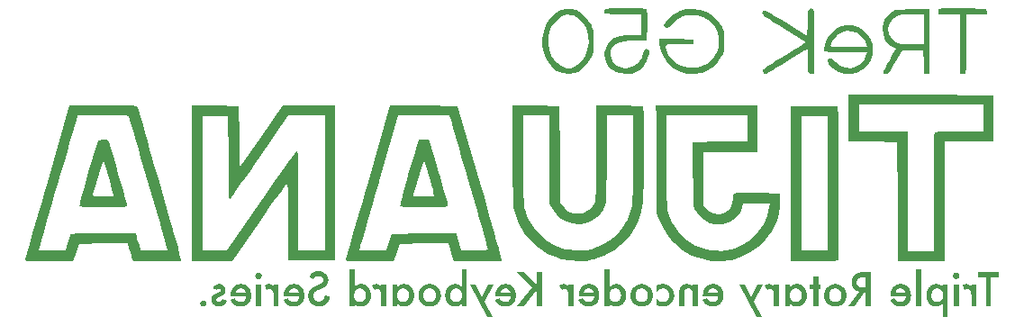
<source format=gbr>
G04 #@! TF.GenerationSoftware,KiCad,Pcbnew,7.0.9*
G04 #@! TF.CreationDate,2024-02-06T22:04:58+09:00*
G04 #@! TF.ProjectId,bottom_plate,626f7474-6f6d-45f7-906c-6174652e6b69,rev?*
G04 #@! TF.SameCoordinates,Original*
G04 #@! TF.FileFunction,Legend,Bot*
G04 #@! TF.FilePolarity,Positive*
%FSLAX46Y46*%
G04 Gerber Fmt 4.6, Leading zero omitted, Abs format (unit mm)*
G04 Created by KiCad (PCBNEW 7.0.9) date 2024-02-06 22:04:58*
%MOMM*%
%LPD*%
G01*
G04 APERTURE LIST*
%ADD10C,0.150000*%
G04 APERTURE END LIST*
D10*
G36*
X215733845Y-78161100D02*
G01*
X215733845Y-80880989D01*
X216205722Y-80880989D01*
X216205722Y-78161100D01*
X216953105Y-78161100D01*
X216953105Y-77692154D01*
X215030425Y-77692154D01*
X215030425Y-78161100D01*
X215733845Y-78161100D01*
G37*
G36*
X214836985Y-78864520D02*
G01*
X214365108Y-78864520D01*
X214365108Y-79056494D01*
X214341460Y-79031700D01*
X214318328Y-79008426D01*
X214295710Y-78986672D01*
X214273608Y-78966438D01*
X214244940Y-78941822D01*
X214217188Y-78919909D01*
X214190352Y-78900698D01*
X214164432Y-78884189D01*
X214139427Y-78870381D01*
X214107145Y-78855183D01*
X214073038Y-78842561D01*
X214044439Y-78834317D01*
X214014672Y-78827723D01*
X213983737Y-78822777D01*
X213951634Y-78819480D01*
X213918364Y-78817831D01*
X213901290Y-78817625D01*
X213866940Y-78818636D01*
X213832305Y-78821669D01*
X213797388Y-78826725D01*
X213762187Y-78833802D01*
X213726702Y-78842902D01*
X213690934Y-78854024D01*
X213654883Y-78867168D01*
X213618549Y-78882334D01*
X213581931Y-78899522D01*
X213545030Y-78918733D01*
X213520272Y-78932663D01*
X213731297Y-79380360D01*
X213755838Y-79363599D01*
X213788399Y-79343816D01*
X213820776Y-79326963D01*
X213852970Y-79313041D01*
X213884982Y-79302050D01*
X213916809Y-79293990D01*
X213948454Y-79288861D01*
X213979916Y-79286663D01*
X213987752Y-79286571D01*
X214033448Y-79288784D01*
X214076195Y-79295421D01*
X214115994Y-79306484D01*
X214152845Y-79321971D01*
X214186748Y-79341884D01*
X214217703Y-79366221D01*
X214245710Y-79394984D01*
X214270769Y-79428171D01*
X214292880Y-79465783D01*
X214312042Y-79507821D01*
X214328257Y-79554283D01*
X214341523Y-79605171D01*
X214351841Y-79660483D01*
X214355895Y-79689799D01*
X214359211Y-79720221D01*
X214361791Y-79751749D01*
X214363634Y-79784383D01*
X214364739Y-79818124D01*
X214365108Y-79852970D01*
X214365108Y-80880989D01*
X214836985Y-80880989D01*
X214836985Y-78864520D01*
G37*
G36*
X212732588Y-78864520D02*
G01*
X212732588Y-80880989D01*
X213204466Y-80880989D01*
X213204466Y-78864520D01*
X212732588Y-78864520D01*
G37*
G36*
X213251360Y-78040933D02*
G01*
X213249964Y-78010685D01*
X213245773Y-77981490D01*
X213236607Y-77946478D01*
X213223076Y-77913112D01*
X213205180Y-77881391D01*
X213187720Y-77857200D01*
X213167467Y-77834061D01*
X213161967Y-77828441D01*
X213138898Y-77807490D01*
X213114752Y-77789332D01*
X213089530Y-77773968D01*
X213056490Y-77758691D01*
X213021767Y-77747778D01*
X212992779Y-77742191D01*
X212962714Y-77739398D01*
X212947278Y-77739049D01*
X212916171Y-77740445D01*
X212886232Y-77744636D01*
X212857461Y-77751619D01*
X212823140Y-77764278D01*
X212796996Y-77777547D01*
X212772021Y-77793610D01*
X212748213Y-77812466D01*
X212731123Y-77828441D01*
X212710172Y-77850870D01*
X212692014Y-77874557D01*
X212673245Y-77905938D01*
X212658840Y-77939287D01*
X212650460Y-77967382D01*
X212644873Y-77996737D01*
X212642079Y-78027351D01*
X212641730Y-78043131D01*
X212643127Y-78074398D01*
X212647317Y-78104451D01*
X212654301Y-78133291D01*
X212666959Y-78167634D01*
X212683982Y-78200081D01*
X212700743Y-78224673D01*
X212720298Y-78248052D01*
X212731123Y-78259286D01*
X212753540Y-78280237D01*
X212777193Y-78298395D01*
X212808499Y-78317164D01*
X212841736Y-78331568D01*
X212876906Y-78341608D01*
X212906433Y-78346496D01*
X212937196Y-78348591D01*
X212945080Y-78348679D01*
X212976198Y-78347293D01*
X213006171Y-78343137D01*
X213034999Y-78336211D01*
X213062683Y-78326514D01*
X213089221Y-78314046D01*
X213114615Y-78298807D01*
X213138864Y-78280798D01*
X213161967Y-78260019D01*
X213182919Y-78237041D01*
X213201077Y-78212803D01*
X213216441Y-78187307D01*
X213229012Y-78160551D01*
X213238789Y-78132535D01*
X213245773Y-78103260D01*
X213249964Y-78072726D01*
X213251360Y-78040933D01*
G37*
G36*
X211120574Y-78818678D02*
G01*
X211162489Y-78821838D01*
X211203831Y-78827105D01*
X211244600Y-78834478D01*
X211284797Y-78843957D01*
X211324422Y-78855544D01*
X211363474Y-78869236D01*
X211401953Y-78885036D01*
X211439861Y-78902942D01*
X211477196Y-78922955D01*
X211513958Y-78945074D01*
X211550148Y-78969300D01*
X211585765Y-78995632D01*
X211620810Y-79024071D01*
X211655283Y-79054617D01*
X211689183Y-79087269D01*
X211689183Y-78864520D01*
X212161060Y-78864520D01*
X212161060Y-81959565D01*
X211689183Y-81959565D01*
X211689183Y-80644317D01*
X211654736Y-80678655D01*
X211619723Y-80710778D01*
X211584142Y-80740685D01*
X211547995Y-80768377D01*
X211511282Y-80793854D01*
X211474001Y-80817115D01*
X211436154Y-80838161D01*
X211397740Y-80856992D01*
X211358760Y-80873607D01*
X211319212Y-80888007D01*
X211279098Y-80900191D01*
X211238418Y-80910160D01*
X211197170Y-80917914D01*
X211155356Y-80923452D01*
X211112975Y-80926775D01*
X211070027Y-80927883D01*
X211020465Y-80926721D01*
X210971979Y-80923235D01*
X210924569Y-80917425D01*
X210878236Y-80909290D01*
X210832978Y-80898832D01*
X210788797Y-80886049D01*
X210745692Y-80870942D01*
X210703663Y-80853511D01*
X210662710Y-80833756D01*
X210622834Y-80811677D01*
X210584034Y-80787274D01*
X210546310Y-80760546D01*
X210509662Y-80731495D01*
X210474090Y-80700119D01*
X210439595Y-80666419D01*
X210406175Y-80630395D01*
X210374144Y-80592351D01*
X210344180Y-80553138D01*
X210316282Y-80512758D01*
X210290450Y-80471210D01*
X210266685Y-80428494D01*
X210244987Y-80384611D01*
X210225355Y-80339559D01*
X210207789Y-80293340D01*
X210192290Y-80245953D01*
X210178858Y-80197399D01*
X210167492Y-80147676D01*
X210158193Y-80096786D01*
X210150960Y-80044728D01*
X210145793Y-79991502D01*
X210142694Y-79937108D01*
X210141674Y-79882279D01*
X210613538Y-79882279D01*
X210614153Y-79915636D01*
X210615999Y-79948294D01*
X210619076Y-79980253D01*
X210623384Y-80011514D01*
X210628922Y-80042077D01*
X210635691Y-80071942D01*
X210643691Y-80101108D01*
X210652922Y-80129575D01*
X210663383Y-80157345D01*
X210675075Y-80184416D01*
X210687998Y-80210788D01*
X210702152Y-80236462D01*
X210717536Y-80261438D01*
X210734152Y-80285715D01*
X210751997Y-80309294D01*
X210771074Y-80332175D01*
X210790449Y-80353913D01*
X210820723Y-80383892D01*
X210852453Y-80410714D01*
X210885638Y-80434381D01*
X210920279Y-80454893D01*
X210956375Y-80472248D01*
X210993927Y-80486449D01*
X211032934Y-80497493D01*
X211073396Y-80505382D01*
X211115314Y-80510116D01*
X211158688Y-80511693D01*
X211174164Y-80511520D01*
X211204555Y-80510135D01*
X211234197Y-80507364D01*
X211277252Y-80500611D01*
X211318621Y-80490740D01*
X211358302Y-80477753D01*
X211396296Y-80461649D01*
X211432602Y-80442428D01*
X211467221Y-80420089D01*
X211500153Y-80394634D01*
X211531398Y-80366062D01*
X211560956Y-80334373D01*
X211579677Y-80311186D01*
X211597191Y-80287238D01*
X211613497Y-80262528D01*
X211628596Y-80237057D01*
X211642486Y-80210825D01*
X211655168Y-80183832D01*
X211666643Y-80156077D01*
X211676910Y-80127560D01*
X211685969Y-80098283D01*
X211693820Y-80068244D01*
X211700463Y-80037443D01*
X211705898Y-80005882D01*
X211710126Y-79973559D01*
X211713146Y-79940474D01*
X211714957Y-79906628D01*
X211715561Y-79872021D01*
X211715410Y-79854223D01*
X211714202Y-79819276D01*
X211711787Y-79785192D01*
X211708163Y-79751973D01*
X211703332Y-79719619D01*
X211697292Y-79688129D01*
X211690045Y-79657503D01*
X211681590Y-79627741D01*
X211671927Y-79598844D01*
X211661057Y-79570812D01*
X211648978Y-79543644D01*
X211635692Y-79517340D01*
X211613497Y-79479505D01*
X211588585Y-79443615D01*
X211560956Y-79409670D01*
X211541172Y-79388375D01*
X211510122Y-79359008D01*
X211477424Y-79332733D01*
X211443078Y-79309549D01*
X211407083Y-79289456D01*
X211369439Y-79272455D01*
X211330146Y-79258544D01*
X211289205Y-79247725D01*
X211246615Y-79239997D01*
X211217306Y-79236562D01*
X211187264Y-79234502D01*
X211156489Y-79233815D01*
X211113221Y-79235418D01*
X211071344Y-79240229D01*
X211030858Y-79248247D01*
X210991763Y-79259472D01*
X210954059Y-79273904D01*
X210917746Y-79291543D01*
X210882824Y-79312389D01*
X210849293Y-79336443D01*
X210817153Y-79363703D01*
X210786404Y-79394171D01*
X210766678Y-79416264D01*
X210748133Y-79439122D01*
X210730786Y-79462815D01*
X210714634Y-79487345D01*
X210699679Y-79512710D01*
X210685920Y-79538910D01*
X210673358Y-79565947D01*
X210661992Y-79593819D01*
X210651823Y-79622527D01*
X210642850Y-79652071D01*
X210635073Y-79682451D01*
X210628493Y-79713666D01*
X210623109Y-79745717D01*
X210618921Y-79778604D01*
X210615930Y-79812327D01*
X210614136Y-79846885D01*
X210613538Y-79882279D01*
X210141674Y-79882279D01*
X210141660Y-79881547D01*
X210142702Y-79824826D01*
X210145828Y-79769336D01*
X210151037Y-79715077D01*
X210158330Y-79662049D01*
X210167707Y-79610251D01*
X210179167Y-79559684D01*
X210192711Y-79510348D01*
X210208339Y-79462243D01*
X210226050Y-79415368D01*
X210245845Y-79369724D01*
X210267724Y-79325311D01*
X210291687Y-79282129D01*
X210317733Y-79240177D01*
X210345863Y-79199457D01*
X210376076Y-79159967D01*
X210408374Y-79121707D01*
X210441816Y-79084885D01*
X210476380Y-79050438D01*
X210512066Y-79018367D01*
X210548874Y-78988671D01*
X210586804Y-78961351D01*
X210625857Y-78936407D01*
X210666031Y-78913838D01*
X210707327Y-78893646D01*
X210749745Y-78875828D01*
X210793285Y-78860387D01*
X210837947Y-78847320D01*
X210883731Y-78836630D01*
X210930637Y-78828315D01*
X210978665Y-78822376D01*
X211027815Y-78818813D01*
X211078087Y-78817625D01*
X211120574Y-78818678D01*
G37*
G36*
X209171528Y-77410786D02*
G01*
X209171528Y-80880989D01*
X209643405Y-80880989D01*
X209643405Y-77410786D01*
X209171528Y-77410786D01*
G37*
G36*
X207780686Y-78818756D02*
G01*
X207833440Y-78822147D01*
X207884848Y-78827800D01*
X207934911Y-78835714D01*
X207983629Y-78845889D01*
X208031001Y-78858326D01*
X208077029Y-78873023D01*
X208121711Y-78889982D01*
X208165048Y-78909202D01*
X208207039Y-78930683D01*
X208247686Y-78954425D01*
X208286987Y-78980428D01*
X208324943Y-79008692D01*
X208361554Y-79039218D01*
X208396819Y-79072005D01*
X208430739Y-79107053D01*
X208446923Y-79125548D01*
X208477749Y-79163598D01*
X208506520Y-79203062D01*
X208533236Y-79243941D01*
X208557897Y-79286233D01*
X208580503Y-79329939D01*
X208601054Y-79375059D01*
X208619549Y-79421593D01*
X208635990Y-79469541D01*
X208650375Y-79518903D01*
X208662706Y-79569678D01*
X208672981Y-79621868D01*
X208681201Y-79675472D01*
X208687367Y-79730489D01*
X208691477Y-79786921D01*
X208693532Y-79844767D01*
X208693789Y-79874219D01*
X208692727Y-79933113D01*
X208689541Y-79990540D01*
X208684232Y-80046502D01*
X208676799Y-80100999D01*
X208667242Y-80154030D01*
X208655561Y-80205596D01*
X208641756Y-80255696D01*
X208625828Y-80304331D01*
X208607776Y-80351501D01*
X208587600Y-80397204D01*
X208565301Y-80441443D01*
X208540877Y-80484216D01*
X208514330Y-80525524D01*
X208485660Y-80565366D01*
X208454865Y-80603742D01*
X208421946Y-80640654D01*
X208387185Y-80675435D01*
X208351044Y-80707973D01*
X208313523Y-80738267D01*
X208274622Y-80766316D01*
X208234342Y-80792122D01*
X208192683Y-80815684D01*
X208149643Y-80837002D01*
X208105225Y-80856076D01*
X208059426Y-80872906D01*
X208012248Y-80887491D01*
X207963691Y-80899833D01*
X207913753Y-80909931D01*
X207862437Y-80917785D01*
X207809740Y-80923395D01*
X207755664Y-80926761D01*
X207700209Y-80927883D01*
X207661546Y-80927368D01*
X207623593Y-80925822D01*
X207586350Y-80923246D01*
X207549816Y-80919640D01*
X207513993Y-80915003D01*
X207478879Y-80909336D01*
X207444475Y-80902638D01*
X207410781Y-80894910D01*
X207377545Y-80886083D01*
X207344881Y-80876088D01*
X207312790Y-80864926D01*
X207281271Y-80852595D01*
X207250325Y-80839097D01*
X207219951Y-80824431D01*
X207190150Y-80808597D01*
X207160921Y-80791596D01*
X207132218Y-80773232D01*
X207103997Y-80753677D01*
X207076256Y-80732932D01*
X207048996Y-80710995D01*
X207022217Y-80687869D01*
X206995919Y-80663551D01*
X206970102Y-80638043D01*
X206944766Y-80611344D01*
X206919647Y-80583180D01*
X206894849Y-80553642D01*
X206876460Y-80530587D01*
X206858252Y-80506759D01*
X206840225Y-80482158D01*
X206822377Y-80456784D01*
X206804710Y-80430638D01*
X206787223Y-80403719D01*
X206769917Y-80376027D01*
X206752791Y-80347562D01*
X207144068Y-80135804D01*
X207161716Y-80162205D01*
X207179124Y-80187553D01*
X207196292Y-80211847D01*
X207221593Y-80246314D01*
X207246352Y-80278411D01*
X207270571Y-80308138D01*
X207294249Y-80335495D01*
X207317385Y-80360482D01*
X207339981Y-80383099D01*
X207369267Y-80409569D01*
X207397592Y-80431826D01*
X207419284Y-80446099D01*
X207449870Y-80462946D01*
X207482356Y-80477297D01*
X207516743Y-80489153D01*
X207553030Y-80498512D01*
X207591218Y-80505376D01*
X207621106Y-80508885D01*
X207652063Y-80510991D01*
X207684089Y-80511693D01*
X207711529Y-80511147D01*
X207751519Y-80508277D01*
X207790105Y-80502946D01*
X207827288Y-80495156D01*
X207863066Y-80484906D01*
X207897441Y-80472195D01*
X207930412Y-80457025D01*
X207961978Y-80439394D01*
X207992141Y-80419304D01*
X208020900Y-80396753D01*
X208048255Y-80371742D01*
X208073826Y-80344357D01*
X208097233Y-80315233D01*
X208118477Y-80284371D01*
X208137556Y-80251769D01*
X208154472Y-80217429D01*
X208169224Y-80181350D01*
X208181812Y-80143532D01*
X208192236Y-80103976D01*
X208200496Y-80062680D01*
X208206593Y-80019646D01*
X208209455Y-79989991D01*
X206771109Y-79989991D01*
X206771109Y-79880814D01*
X206771358Y-79849841D01*
X206772105Y-79819293D01*
X206773350Y-79789173D01*
X206775093Y-79759479D01*
X206780074Y-79701370D01*
X206787046Y-79644967D01*
X206791984Y-79614834D01*
X207247383Y-79614834D01*
X208178681Y-79614834D01*
X208175761Y-79603825D01*
X208166041Y-79571694D01*
X208154878Y-79540902D01*
X208142273Y-79511450D01*
X208128225Y-79483337D01*
X208112735Y-79456564D01*
X208109972Y-79452189D01*
X208092730Y-79426806D01*
X208074354Y-79402918D01*
X208054845Y-79380524D01*
X208034203Y-79359624D01*
X208008688Y-79337129D01*
X207989360Y-79322131D01*
X207961220Y-79303058D01*
X207931818Y-79286228D01*
X207901154Y-79271642D01*
X207873866Y-79260926D01*
X207864572Y-79257643D01*
X207836176Y-79249065D01*
X207807007Y-79242393D01*
X207777065Y-79237627D01*
X207746351Y-79234768D01*
X207714863Y-79233815D01*
X207669589Y-79235303D01*
X207626455Y-79239768D01*
X207585462Y-79247210D01*
X207546611Y-79257628D01*
X207509900Y-79271024D01*
X207475330Y-79287396D01*
X207442901Y-79306744D01*
X207412613Y-79329069D01*
X207384466Y-79354371D01*
X207358460Y-79382650D01*
X207334594Y-79413906D01*
X207312870Y-79448138D01*
X207293287Y-79485347D01*
X207275845Y-79525532D01*
X207260543Y-79568695D01*
X207247383Y-79614834D01*
X206791984Y-79614834D01*
X206796010Y-79590270D01*
X206806967Y-79537279D01*
X206819916Y-79485994D01*
X206834856Y-79436414D01*
X206851789Y-79388541D01*
X206870714Y-79342373D01*
X206891631Y-79297911D01*
X206914541Y-79255155D01*
X206939442Y-79214105D01*
X206966335Y-79174761D01*
X206995221Y-79137123D01*
X207026099Y-79101191D01*
X207059060Y-79066853D01*
X207093464Y-79034730D01*
X207129310Y-79004823D01*
X207166599Y-78977131D01*
X207205331Y-78951654D01*
X207245505Y-78928393D01*
X207287122Y-78907347D01*
X207330181Y-78888516D01*
X207374683Y-78871901D01*
X207420627Y-78857501D01*
X207468014Y-78845317D01*
X207516844Y-78835348D01*
X207567116Y-78827594D01*
X207618830Y-78822056D01*
X207671987Y-78818733D01*
X207726587Y-78817625D01*
X207780686Y-78818756D01*
G37*
G36*
X204889462Y-80880989D02*
G01*
X204417585Y-80880989D01*
X204417585Y-79567939D01*
X204330390Y-79567939D01*
X203417411Y-80880989D01*
X202829030Y-80880989D01*
X203808688Y-79521777D01*
X203769693Y-79512575D01*
X203731659Y-79502005D01*
X203694588Y-79490067D01*
X203658478Y-79476760D01*
X203623330Y-79462085D01*
X203589144Y-79446043D01*
X203555919Y-79428632D01*
X203523656Y-79409853D01*
X203492355Y-79389706D01*
X203462015Y-79368190D01*
X203432638Y-79345307D01*
X203404221Y-79321055D01*
X203376767Y-79295435D01*
X203350274Y-79268448D01*
X203324743Y-79240092D01*
X203300174Y-79210367D01*
X203276838Y-79179584D01*
X203255008Y-79148051D01*
X203234683Y-79115768D01*
X203215864Y-79082735D01*
X203198551Y-79048952D01*
X203182743Y-79014420D01*
X203168440Y-78979137D01*
X203155643Y-78943105D01*
X203144352Y-78906322D01*
X203134566Y-78868790D01*
X203126285Y-78830508D01*
X203119511Y-78791476D01*
X203114241Y-78751694D01*
X203110477Y-78711162D01*
X203108219Y-78669880D01*
X203107689Y-78640305D01*
X203579344Y-78640305D01*
X203580013Y-78671770D01*
X203582020Y-78702237D01*
X203590048Y-78760174D01*
X203603429Y-78814116D01*
X203622162Y-78864062D01*
X203646248Y-78910012D01*
X203675686Y-78951966D01*
X203710476Y-78989925D01*
X203750619Y-79023888D01*
X203796114Y-79053855D01*
X203846961Y-79079827D01*
X203874392Y-79091315D01*
X203903161Y-79101803D01*
X203933268Y-79111293D01*
X203964713Y-79119784D01*
X203997496Y-79127276D01*
X204031617Y-79133769D01*
X204067077Y-79139263D01*
X204103874Y-79143758D01*
X204142010Y-79147254D01*
X204181483Y-79149751D01*
X204222295Y-79151250D01*
X204264445Y-79151749D01*
X204417585Y-79151749D01*
X204417585Y-78161100D01*
X204246127Y-78161100D01*
X204205104Y-78161568D01*
X204165383Y-78162972D01*
X204126965Y-78165312D01*
X204089849Y-78168588D01*
X204054036Y-78172799D01*
X204019524Y-78177947D01*
X203986316Y-78184031D01*
X203954409Y-78191050D01*
X203923805Y-78199006D01*
X203894503Y-78207897D01*
X203866503Y-78217725D01*
X203814411Y-78240188D01*
X203767527Y-78266394D01*
X203725853Y-78296344D01*
X203689389Y-78330038D01*
X203658133Y-78367476D01*
X203632087Y-78408658D01*
X203611250Y-78453583D01*
X203595622Y-78502253D01*
X203585204Y-78554666D01*
X203579995Y-78610822D01*
X203579344Y-78640305D01*
X203107689Y-78640305D01*
X203107466Y-78627848D01*
X203108674Y-78574290D01*
X203112298Y-78522061D01*
X203118337Y-78471159D01*
X203126792Y-78421585D01*
X203137663Y-78373340D01*
X203150949Y-78326422D01*
X203166651Y-78280833D01*
X203184769Y-78236571D01*
X203205303Y-78193638D01*
X203228252Y-78152033D01*
X203253617Y-78111755D01*
X203281398Y-78072806D01*
X203311594Y-78035185D01*
X203344206Y-77998892D01*
X203379234Y-77963927D01*
X203416678Y-77930291D01*
X203453122Y-77901454D01*
X203492298Y-77874477D01*
X203534203Y-77849361D01*
X203578840Y-77826106D01*
X203626207Y-77804711D01*
X203676304Y-77785176D01*
X203729132Y-77767502D01*
X203784691Y-77751688D01*
X203813494Y-77744479D01*
X203842980Y-77737735D01*
X203873148Y-77731456D01*
X203904000Y-77725642D01*
X203935533Y-77720293D01*
X203967750Y-77715409D01*
X204000649Y-77710991D01*
X204034231Y-77707037D01*
X204068495Y-77703549D01*
X204103442Y-77700526D01*
X204139072Y-77697968D01*
X204175384Y-77695875D01*
X204212379Y-77694247D01*
X204250056Y-77693084D01*
X204288417Y-77692386D01*
X204327459Y-77692154D01*
X204889462Y-77692154D01*
X204889462Y-80880989D01*
G37*
G36*
X201632143Y-78818813D02*
G01*
X201685710Y-78822376D01*
X201738229Y-78828315D01*
X201789700Y-78836630D01*
X201840124Y-78847320D01*
X201889500Y-78860387D01*
X201937828Y-78875828D01*
X201985109Y-78893646D01*
X202031343Y-78913838D01*
X202076529Y-78936407D01*
X202120667Y-78961351D01*
X202163758Y-78988671D01*
X202205801Y-79018367D01*
X202246797Y-79050438D01*
X202286745Y-79084885D01*
X202325645Y-79121707D01*
X202362822Y-79160130D01*
X202397601Y-79199560D01*
X202429982Y-79239997D01*
X202459963Y-79281442D01*
X202487547Y-79323895D01*
X202512731Y-79367355D01*
X202535517Y-79411822D01*
X202555905Y-79457297D01*
X202573894Y-79503779D01*
X202589485Y-79551269D01*
X202602676Y-79599767D01*
X202613470Y-79649272D01*
X202621865Y-79699784D01*
X202627861Y-79751304D01*
X202631459Y-79803832D01*
X202632658Y-79857367D01*
X202631482Y-79914185D01*
X202627953Y-79969783D01*
X202622071Y-80024163D01*
X202613836Y-80077323D01*
X202603249Y-80129263D01*
X202590309Y-80179985D01*
X202575016Y-80229487D01*
X202557370Y-80277770D01*
X202537372Y-80324833D01*
X202515021Y-80370677D01*
X202490317Y-80415302D01*
X202463261Y-80458708D01*
X202433851Y-80500894D01*
X202402089Y-80541861D01*
X202367974Y-80581609D01*
X202331507Y-80620137D01*
X202293388Y-80657403D01*
X202254135Y-80692265D01*
X202213749Y-80724723D01*
X202172230Y-80754776D01*
X202129577Y-80782425D01*
X202085791Y-80807670D01*
X202040871Y-80830510D01*
X201994818Y-80850947D01*
X201947631Y-80868979D01*
X201899311Y-80884606D01*
X201849858Y-80897830D01*
X201799271Y-80908649D01*
X201747551Y-80917064D01*
X201694697Y-80923075D01*
X201640710Y-80926681D01*
X201585589Y-80927883D01*
X201529905Y-80926704D01*
X201475325Y-80923166D01*
X201421850Y-80917270D01*
X201369480Y-80909015D01*
X201318215Y-80898402D01*
X201268054Y-80885431D01*
X201218999Y-80870101D01*
X201171048Y-80852412D01*
X201124202Y-80832365D01*
X201078461Y-80809960D01*
X201033825Y-80785196D01*
X200990293Y-80758073D01*
X200947866Y-80728592D01*
X200906544Y-80696753D01*
X200866327Y-80662555D01*
X200827215Y-80625999D01*
X200789949Y-80587514D01*
X200755087Y-80547895D01*
X200722630Y-80507142D01*
X200692576Y-80465257D01*
X200664927Y-80422237D01*
X200639682Y-80378085D01*
X200616842Y-80332799D01*
X200596406Y-80286379D01*
X200578374Y-80238826D01*
X200562746Y-80190140D01*
X200549522Y-80140320D01*
X200538703Y-80089367D01*
X200530288Y-80037280D01*
X200524278Y-79984060D01*
X200520671Y-79929706D01*
X200519469Y-79874219D01*
X200991346Y-79874219D01*
X200991502Y-79892241D01*
X200992750Y-79927601D01*
X200995246Y-79962050D01*
X200998990Y-79995590D01*
X201003982Y-80028219D01*
X201010221Y-80059938D01*
X201017709Y-80090747D01*
X201026444Y-80120646D01*
X201036428Y-80149635D01*
X201047659Y-80177713D01*
X201060138Y-80204881D01*
X201073866Y-80231139D01*
X201088841Y-80256487D01*
X201113643Y-80292802D01*
X201131738Y-80315874D01*
X201151081Y-80338037D01*
X201171377Y-80359065D01*
X201203399Y-80388065D01*
X201237314Y-80414011D01*
X201273123Y-80436906D01*
X201310825Y-80456747D01*
X201350420Y-80473536D01*
X201391908Y-80487273D01*
X201420619Y-80494735D01*
X201450172Y-80500840D01*
X201480566Y-80505588D01*
X201511801Y-80508980D01*
X201543878Y-80511015D01*
X201576796Y-80511693D01*
X201609457Y-80511006D01*
X201641311Y-80508946D01*
X201672357Y-80505511D01*
X201702597Y-80500702D01*
X201732029Y-80494520D01*
X201760654Y-80486964D01*
X201802078Y-80473053D01*
X201841686Y-80456052D01*
X201879478Y-80435959D01*
X201915454Y-80412775D01*
X201949614Y-80386500D01*
X201981958Y-80357133D01*
X202002512Y-80335838D01*
X202012249Y-80324863D01*
X202039606Y-80290478D01*
X202056299Y-80266338D01*
X202071755Y-80241225D01*
X202085974Y-80215139D01*
X202098957Y-80188079D01*
X202110704Y-80160047D01*
X202121214Y-80131041D01*
X202130487Y-80101062D01*
X202138524Y-80070110D01*
X202145325Y-80038185D01*
X202150889Y-80005286D01*
X202155217Y-79971415D01*
X202158308Y-79936570D01*
X202160163Y-79900752D01*
X202160781Y-79863961D01*
X202160151Y-79829557D01*
X202158262Y-79795955D01*
X202155114Y-79763154D01*
X202150706Y-79731154D01*
X202145039Y-79699956D01*
X202138112Y-79669559D01*
X202129926Y-79639964D01*
X202120481Y-79611170D01*
X202109776Y-79583177D01*
X202097812Y-79555986D01*
X202084589Y-79529597D01*
X202070106Y-79504008D01*
X202054364Y-79479222D01*
X202037362Y-79455236D01*
X202019101Y-79432052D01*
X201999581Y-79409670D01*
X201978953Y-79388375D01*
X201946562Y-79359008D01*
X201912432Y-79332733D01*
X201876563Y-79309549D01*
X201838956Y-79289456D01*
X201799610Y-79272455D01*
X201758525Y-79258544D01*
X201730169Y-79250988D01*
X201701040Y-79244806D01*
X201671138Y-79239997D01*
X201640464Y-79236562D01*
X201609016Y-79234502D01*
X201576796Y-79233815D01*
X201544136Y-79234502D01*
X201512282Y-79236562D01*
X201481235Y-79239997D01*
X201450996Y-79244806D01*
X201421564Y-79250988D01*
X201392939Y-79258544D01*
X201351515Y-79272455D01*
X201311906Y-79289456D01*
X201274114Y-79309549D01*
X201238138Y-79332733D01*
X201203979Y-79359008D01*
X201171635Y-79388375D01*
X201151081Y-79409670D01*
X201131738Y-79431835D01*
X201113643Y-79454916D01*
X201096796Y-79478912D01*
X201081197Y-79503825D01*
X201066846Y-79529654D01*
X201053743Y-79556398D01*
X201041887Y-79584059D01*
X201031280Y-79612635D01*
X201021921Y-79642128D01*
X201013809Y-79672536D01*
X201006945Y-79703860D01*
X201001330Y-79736100D01*
X200996962Y-79769256D01*
X200993842Y-79803328D01*
X200991970Y-79838316D01*
X200991346Y-79874219D01*
X200519469Y-79874219D01*
X200520663Y-79819165D01*
X200524243Y-79765192D01*
X200530211Y-79712301D01*
X200538566Y-79660492D01*
X200549308Y-79609765D01*
X200562437Y-79560119D01*
X200577953Y-79511556D01*
X200595856Y-79464075D01*
X200616146Y-79417675D01*
X200638824Y-79372358D01*
X200663888Y-79328122D01*
X200691340Y-79284968D01*
X200721178Y-79242897D01*
X200753404Y-79201907D01*
X200788017Y-79161999D01*
X200825017Y-79123173D01*
X200864192Y-79086173D01*
X200904415Y-79051560D01*
X200945685Y-79019334D01*
X200988003Y-78989496D01*
X201031369Y-78962044D01*
X201075782Y-78936980D01*
X201121242Y-78914302D01*
X201167751Y-78894012D01*
X201215307Y-78876109D01*
X201263910Y-78860593D01*
X201313561Y-78847464D01*
X201364259Y-78836722D01*
X201416005Y-78828367D01*
X201468799Y-78822399D01*
X201522640Y-78818818D01*
X201577529Y-78817625D01*
X201632143Y-78818813D01*
G37*
G36*
X199520027Y-79286571D02*
G01*
X199520027Y-80880989D01*
X199991905Y-80880989D01*
X199991905Y-79286571D01*
X200179483Y-79286571D01*
X200179483Y-78870381D01*
X199991905Y-78870381D01*
X199991905Y-78114206D01*
X199520027Y-78114206D01*
X199520027Y-78870381D01*
X199147801Y-78870381D01*
X199147801Y-79286571D01*
X199520027Y-79286571D01*
G37*
G36*
X198011365Y-78818796D02*
G01*
X198060169Y-78822308D01*
X198107925Y-78828161D01*
X198154634Y-78836355D01*
X198200295Y-78846891D01*
X198244908Y-78859768D01*
X198288474Y-78874987D01*
X198330992Y-78892546D01*
X198372463Y-78912447D01*
X198412886Y-78934690D01*
X198452262Y-78959273D01*
X198490590Y-78986198D01*
X198527870Y-79015464D01*
X198564103Y-79047072D01*
X198599288Y-79081021D01*
X198633426Y-79117311D01*
X198665901Y-79155356D01*
X198696280Y-79194568D01*
X198724565Y-79234948D01*
X198750754Y-79276496D01*
X198774848Y-79319212D01*
X198796847Y-79363096D01*
X198816751Y-79408147D01*
X198834560Y-79454366D01*
X198850273Y-79501753D01*
X198863892Y-79550308D01*
X198875415Y-79600030D01*
X198884843Y-79650920D01*
X198892176Y-79702979D01*
X198897414Y-79756204D01*
X198900557Y-79810598D01*
X198901605Y-79866159D01*
X198900557Y-79922631D01*
X198897414Y-79977923D01*
X198892176Y-80032037D01*
X198884843Y-80084971D01*
X198875415Y-80136725D01*
X198863892Y-80187301D01*
X198850273Y-80236697D01*
X198834560Y-80284914D01*
X198816751Y-80331952D01*
X198796847Y-80377810D01*
X198774848Y-80422489D01*
X198750754Y-80465989D01*
X198724565Y-80508310D01*
X198696280Y-80549452D01*
X198665901Y-80589414D01*
X198633426Y-80628197D01*
X198598982Y-80664487D01*
X198563427Y-80698436D01*
X198526762Y-80730044D01*
X198488987Y-80759310D01*
X198450101Y-80786235D01*
X198410104Y-80810818D01*
X198368997Y-80833061D01*
X198326779Y-80852962D01*
X198283451Y-80870521D01*
X198239012Y-80885740D01*
X198193462Y-80898617D01*
X198146803Y-80909153D01*
X198099032Y-80917347D01*
X198050151Y-80923201D01*
X198000160Y-80926712D01*
X197949057Y-80927883D01*
X197908193Y-80926850D01*
X197867667Y-80923750D01*
X197827479Y-80918584D01*
X197787628Y-80911351D01*
X197748115Y-80902052D01*
X197708940Y-80890686D01*
X197670103Y-80877253D01*
X197631603Y-80861754D01*
X197593441Y-80844189D01*
X197555617Y-80824557D01*
X197518130Y-80802858D01*
X197480981Y-80779093D01*
X197444170Y-80753262D01*
X197407697Y-80725364D01*
X197371561Y-80695399D01*
X197335764Y-80663368D01*
X197335764Y-80880989D01*
X196885136Y-80880989D01*
X196885136Y-79874219D01*
X197307187Y-79874219D01*
X197307803Y-79908824D01*
X197309649Y-79942661D01*
X197312726Y-79975731D01*
X197317033Y-80008034D01*
X197322572Y-80039570D01*
X197329341Y-80070339D01*
X197337341Y-80100341D01*
X197346571Y-80129575D01*
X197357033Y-80158043D01*
X197368725Y-80185744D01*
X197381648Y-80212677D01*
X197395802Y-80238844D01*
X197411186Y-80264243D01*
X197427801Y-80288875D01*
X197445647Y-80312740D01*
X197464724Y-80335838D01*
X197495131Y-80367266D01*
X197527278Y-80395602D01*
X197561163Y-80420846D01*
X197596787Y-80443000D01*
X197634149Y-80462062D01*
X197673251Y-80478034D01*
X197714091Y-80490914D01*
X197756670Y-80500702D01*
X197786022Y-80505511D01*
X197816147Y-80508946D01*
X197847045Y-80511006D01*
X197878715Y-80511693D01*
X197893610Y-80511516D01*
X197922920Y-80510096D01*
X197965681Y-80505305D01*
X198007000Y-80497319D01*
X198046877Y-80486139D01*
X198085311Y-80471765D01*
X198122302Y-80454197D01*
X198157851Y-80433434D01*
X198191957Y-80409478D01*
X198224621Y-80382327D01*
X198255842Y-80351981D01*
X198275854Y-80329977D01*
X198294487Y-80307119D01*
X198311918Y-80283425D01*
X198328147Y-80258896D01*
X198343174Y-80233531D01*
X198356998Y-80207330D01*
X198369621Y-80180294D01*
X198381041Y-80152422D01*
X198391259Y-80123714D01*
X198400275Y-80094170D01*
X198408089Y-80063790D01*
X198414701Y-80032575D01*
X198420110Y-80000524D01*
X198424318Y-79967637D01*
X198427323Y-79933914D01*
X198429126Y-79899356D01*
X198429727Y-79863961D01*
X198429109Y-79830777D01*
X198427254Y-79798268D01*
X198424163Y-79766434D01*
X198419836Y-79735276D01*
X198414271Y-79704793D01*
X198407471Y-79674986D01*
X198399434Y-79645854D01*
X198390160Y-79617398D01*
X198379650Y-79589617D01*
X198367903Y-79562512D01*
X198354920Y-79536082D01*
X198340701Y-79510328D01*
X198325245Y-79485249D01*
X198308552Y-79460846D01*
X198290623Y-79437118D01*
X198271458Y-79414066D01*
X198261443Y-79402976D01*
X198240950Y-79381853D01*
X198209050Y-79352809D01*
X198175760Y-79326933D01*
X198141078Y-79304225D01*
X198105006Y-79284686D01*
X198067542Y-79268316D01*
X198028687Y-79255114D01*
X197988442Y-79245080D01*
X197946805Y-79238215D01*
X197903777Y-79234519D01*
X197874319Y-79233815D01*
X197843181Y-79234510D01*
X197812781Y-79236597D01*
X197783120Y-79240074D01*
X197740013Y-79247899D01*
X197698567Y-79258853D01*
X197658783Y-79272938D01*
X197620661Y-79290152D01*
X197584199Y-79310496D01*
X197549400Y-79333970D01*
X197516262Y-79360573D01*
X197484785Y-79390307D01*
X197464724Y-79411868D01*
X197445647Y-79434969D01*
X197427801Y-79458843D01*
X197411186Y-79483489D01*
X197395802Y-79508909D01*
X197381648Y-79535101D01*
X197368725Y-79562066D01*
X197357033Y-79589803D01*
X197346571Y-79618314D01*
X197337341Y-79647597D01*
X197329341Y-79677654D01*
X197322572Y-79708483D01*
X197317033Y-79740084D01*
X197312726Y-79772459D01*
X197309649Y-79805606D01*
X197307803Y-79839527D01*
X197307187Y-79874219D01*
X196885136Y-79874219D01*
X196885136Y-78864520D01*
X197335764Y-78864520D01*
X197335764Y-79101924D01*
X197370666Y-79067497D01*
X197406128Y-79035291D01*
X197442152Y-79005306D01*
X197478737Y-78977543D01*
X197515883Y-78952000D01*
X197553590Y-78928679D01*
X197591858Y-78907579D01*
X197630687Y-78888700D01*
X197670077Y-78872041D01*
X197710028Y-78857604D01*
X197750540Y-78845388D01*
X197791612Y-78835394D01*
X197833246Y-78827620D01*
X197875441Y-78822067D01*
X197918197Y-78818735D01*
X197961514Y-78817625D01*
X198011365Y-78818796D01*
G37*
G36*
X196290160Y-78864520D02*
G01*
X195818283Y-78864520D01*
X195818283Y-79056494D01*
X195794635Y-79031700D01*
X195771503Y-79008426D01*
X195748885Y-78986672D01*
X195726783Y-78966438D01*
X195698115Y-78941822D01*
X195670363Y-78919909D01*
X195643527Y-78900698D01*
X195617607Y-78884189D01*
X195592602Y-78870381D01*
X195560320Y-78855183D01*
X195526213Y-78842561D01*
X195497614Y-78834317D01*
X195467847Y-78827723D01*
X195436912Y-78822777D01*
X195404809Y-78819480D01*
X195371539Y-78817831D01*
X195354466Y-78817625D01*
X195320115Y-78818636D01*
X195285480Y-78821669D01*
X195250563Y-78826725D01*
X195215362Y-78833802D01*
X195179877Y-78842902D01*
X195144110Y-78854024D01*
X195108058Y-78867168D01*
X195071724Y-78882334D01*
X195035106Y-78899522D01*
X194998205Y-78918733D01*
X194973447Y-78932663D01*
X195184473Y-79380360D01*
X195209013Y-79363599D01*
X195241574Y-79343816D01*
X195273951Y-79326963D01*
X195306146Y-79313041D01*
X195338157Y-79302050D01*
X195369985Y-79293990D01*
X195401629Y-79288861D01*
X195433091Y-79286663D01*
X195440928Y-79286571D01*
X195486623Y-79288784D01*
X195529370Y-79295421D01*
X195569169Y-79306484D01*
X195606021Y-79321971D01*
X195639924Y-79341884D01*
X195670878Y-79366221D01*
X195698885Y-79394984D01*
X195723944Y-79428171D01*
X195746055Y-79465783D01*
X195765217Y-79507821D01*
X195781432Y-79554283D01*
X195794698Y-79605171D01*
X195805016Y-79660483D01*
X195809070Y-79689799D01*
X195812387Y-79720221D01*
X195814966Y-79751749D01*
X195816809Y-79784383D01*
X195817914Y-79818124D01*
X195818283Y-79852970D01*
X195818283Y-80880989D01*
X196290160Y-80880989D01*
X196290160Y-78864520D01*
G37*
G36*
X193894870Y-80496306D02*
G01*
X194793196Y-78864520D01*
X194258304Y-78864520D01*
X193647208Y-80017102D01*
X193077145Y-78864520D01*
X192556175Y-78864520D01*
X194147662Y-81959565D01*
X194674494Y-81959565D01*
X193894870Y-80496306D01*
G37*
G36*
X190139514Y-78818756D02*
G01*
X190192267Y-78822147D01*
X190243675Y-78827800D01*
X190293739Y-78835714D01*
X190342456Y-78845889D01*
X190389829Y-78858326D01*
X190435856Y-78873023D01*
X190480539Y-78889982D01*
X190523875Y-78909202D01*
X190565867Y-78930683D01*
X190606514Y-78954425D01*
X190645815Y-78980428D01*
X190683771Y-79008692D01*
X190720381Y-79039218D01*
X190755647Y-79072005D01*
X190789567Y-79107053D01*
X190805751Y-79125548D01*
X190836577Y-79163598D01*
X190865348Y-79203062D01*
X190892064Y-79243941D01*
X190916725Y-79286233D01*
X190939330Y-79329939D01*
X190959881Y-79375059D01*
X190978377Y-79421593D01*
X190994817Y-79469541D01*
X191009203Y-79518903D01*
X191021533Y-79569678D01*
X191031809Y-79621868D01*
X191040029Y-79675472D01*
X191046194Y-79730489D01*
X191050304Y-79786921D01*
X191052360Y-79844767D01*
X191052616Y-79874219D01*
X191051555Y-79933113D01*
X191048369Y-79990540D01*
X191043059Y-80046502D01*
X191035626Y-80100999D01*
X191026069Y-80154030D01*
X191014389Y-80205596D01*
X191000584Y-80255696D01*
X190984656Y-80304331D01*
X190966604Y-80351501D01*
X190946428Y-80397204D01*
X190924128Y-80441443D01*
X190899705Y-80484216D01*
X190873158Y-80525524D01*
X190844487Y-80565366D01*
X190813693Y-80603742D01*
X190780774Y-80640654D01*
X190746012Y-80675435D01*
X190709871Y-80707973D01*
X190672350Y-80738267D01*
X190633450Y-80766316D01*
X190593170Y-80792122D01*
X190551510Y-80815684D01*
X190508471Y-80837002D01*
X190464052Y-80856076D01*
X190418254Y-80872906D01*
X190371076Y-80887491D01*
X190322518Y-80899833D01*
X190272581Y-80909931D01*
X190221264Y-80917785D01*
X190168568Y-80923395D01*
X190114492Y-80926761D01*
X190059036Y-80927883D01*
X190020374Y-80927368D01*
X189982421Y-80925822D01*
X189945177Y-80923246D01*
X189908644Y-80919640D01*
X189872820Y-80915003D01*
X189837707Y-80909336D01*
X189803303Y-80902638D01*
X189769609Y-80894910D01*
X189736373Y-80886083D01*
X189703709Y-80876088D01*
X189671618Y-80864926D01*
X189640099Y-80852595D01*
X189609153Y-80839097D01*
X189578779Y-80824431D01*
X189548977Y-80808597D01*
X189519748Y-80791596D01*
X189491046Y-80773232D01*
X189462824Y-80753677D01*
X189435084Y-80732932D01*
X189407824Y-80710995D01*
X189381045Y-80687869D01*
X189354747Y-80663551D01*
X189328930Y-80638043D01*
X189303593Y-80611344D01*
X189278475Y-80583180D01*
X189253676Y-80553642D01*
X189235288Y-80530587D01*
X189217080Y-80506759D01*
X189199052Y-80482158D01*
X189181205Y-80456784D01*
X189163538Y-80430638D01*
X189146051Y-80403719D01*
X189128745Y-80376027D01*
X189111618Y-80347562D01*
X189502896Y-80135804D01*
X189520544Y-80162205D01*
X189537952Y-80187553D01*
X189555120Y-80211847D01*
X189580420Y-80246314D01*
X189605180Y-80278411D01*
X189629399Y-80308138D01*
X189653076Y-80335495D01*
X189676213Y-80360482D01*
X189698809Y-80383099D01*
X189728095Y-80409569D01*
X189756420Y-80431826D01*
X189778112Y-80446099D01*
X189808697Y-80462946D01*
X189841184Y-80477297D01*
X189875570Y-80489153D01*
X189911858Y-80498512D01*
X189950045Y-80505376D01*
X189979933Y-80508885D01*
X190010890Y-80510991D01*
X190042916Y-80511693D01*
X190070357Y-80511147D01*
X190110347Y-80508277D01*
X190148933Y-80502946D01*
X190186116Y-80495156D01*
X190221894Y-80484906D01*
X190256269Y-80472195D01*
X190289239Y-80457025D01*
X190320806Y-80439394D01*
X190350969Y-80419304D01*
X190379728Y-80396753D01*
X190407083Y-80371742D01*
X190432654Y-80344357D01*
X190456061Y-80315233D01*
X190477304Y-80284371D01*
X190496384Y-80251769D01*
X190513300Y-80217429D01*
X190528051Y-80181350D01*
X190540639Y-80143532D01*
X190551064Y-80103976D01*
X190559324Y-80062680D01*
X190565421Y-80019646D01*
X190568283Y-79989991D01*
X189129937Y-79989991D01*
X189129937Y-79880814D01*
X189130186Y-79849841D01*
X189130933Y-79819293D01*
X189132178Y-79789173D01*
X189133921Y-79759479D01*
X189138901Y-79701370D01*
X189145874Y-79644967D01*
X189150812Y-79614834D01*
X189606210Y-79614834D01*
X190537508Y-79614834D01*
X190534589Y-79603825D01*
X190524869Y-79571694D01*
X190513706Y-79540902D01*
X190501101Y-79511450D01*
X190487053Y-79483337D01*
X190471563Y-79456564D01*
X190468799Y-79452189D01*
X190451557Y-79426806D01*
X190433182Y-79402918D01*
X190413673Y-79380524D01*
X190393030Y-79359624D01*
X190367515Y-79337129D01*
X190348188Y-79322131D01*
X190320048Y-79303058D01*
X190290646Y-79286228D01*
X190259982Y-79271642D01*
X190232693Y-79260926D01*
X190223400Y-79257643D01*
X190195003Y-79249065D01*
X190165835Y-79242393D01*
X190135893Y-79237627D01*
X190105178Y-79234768D01*
X190073691Y-79233815D01*
X190028416Y-79235303D01*
X189985283Y-79239768D01*
X189944290Y-79247210D01*
X189905438Y-79257628D01*
X189868727Y-79271024D01*
X189834158Y-79287396D01*
X189801729Y-79306744D01*
X189771441Y-79329069D01*
X189743293Y-79354371D01*
X189717287Y-79382650D01*
X189693422Y-79413906D01*
X189671698Y-79448138D01*
X189652115Y-79485347D01*
X189634672Y-79525532D01*
X189619371Y-79568695D01*
X189606210Y-79614834D01*
X189150812Y-79614834D01*
X189154838Y-79590270D01*
X189165795Y-79537279D01*
X189178743Y-79485994D01*
X189193684Y-79436414D01*
X189210617Y-79388541D01*
X189229542Y-79342373D01*
X189250459Y-79297911D01*
X189273368Y-79255155D01*
X189298270Y-79214105D01*
X189325163Y-79174761D01*
X189354049Y-79137123D01*
X189384926Y-79101191D01*
X189417888Y-79066853D01*
X189452291Y-79034730D01*
X189488138Y-79004823D01*
X189525427Y-78977131D01*
X189564158Y-78951654D01*
X189604333Y-78928393D01*
X189645949Y-78907347D01*
X189689009Y-78888516D01*
X189733510Y-78871901D01*
X189779455Y-78857501D01*
X189826842Y-78845317D01*
X189875671Y-78835348D01*
X189925943Y-78827594D01*
X189977658Y-78822056D01*
X190030815Y-78818733D01*
X190085415Y-78817625D01*
X190139514Y-78818756D01*
G37*
G36*
X188637543Y-78864520D02*
G01*
X188165666Y-78864520D01*
X188165666Y-79054296D01*
X188135020Y-79025637D01*
X188103899Y-78998826D01*
X188072303Y-78973865D01*
X188040232Y-78950753D01*
X188007686Y-78929489D01*
X187974664Y-78910075D01*
X187941168Y-78892509D01*
X187907196Y-78876793D01*
X187872749Y-78862925D01*
X187837827Y-78850907D01*
X187802430Y-78840737D01*
X187766558Y-78832417D01*
X187730211Y-78825945D01*
X187693388Y-78821323D01*
X187656090Y-78818549D01*
X187618318Y-78817625D01*
X187575052Y-78818486D01*
X187533001Y-78821071D01*
X187492162Y-78825379D01*
X187452538Y-78831409D01*
X187414127Y-78839163D01*
X187376929Y-78848640D01*
X187340946Y-78859840D01*
X187306175Y-78872763D01*
X187272619Y-78887409D01*
X187240276Y-78903778D01*
X187209146Y-78921870D01*
X187179230Y-78941685D01*
X187150528Y-78963223D01*
X187123039Y-78986485D01*
X187096764Y-79011469D01*
X187071702Y-79038176D01*
X187051206Y-79062551D01*
X187032032Y-79088780D01*
X187014180Y-79116864D01*
X186997651Y-79146803D01*
X186982444Y-79178597D01*
X186968559Y-79212245D01*
X186955997Y-79247748D01*
X186944757Y-79285106D01*
X186934839Y-79324318D01*
X186926244Y-79365385D01*
X186918971Y-79408307D01*
X186913021Y-79453084D01*
X186908392Y-79499715D01*
X186905087Y-79548201D01*
X186903103Y-79598542D01*
X186902442Y-79650737D01*
X186902442Y-80880989D01*
X187374319Y-80880989D01*
X187374319Y-79759181D01*
X187374640Y-79722802D01*
X187375601Y-79687855D01*
X187377204Y-79654338D01*
X187379448Y-79622252D01*
X187382333Y-79591598D01*
X187385860Y-79562375D01*
X187392351Y-79521223D01*
X187400285Y-79483292D01*
X187409662Y-79448580D01*
X187420481Y-79417088D01*
X187432743Y-79388817D01*
X187451336Y-79356130D01*
X187456385Y-79348853D01*
X187478229Y-79321891D01*
X187504195Y-79298524D01*
X187534283Y-79278752D01*
X187568492Y-79262574D01*
X187596854Y-79252801D01*
X187627534Y-79245049D01*
X187660533Y-79239320D01*
X187695850Y-79235612D01*
X187733485Y-79233927D01*
X187746545Y-79233815D01*
X187788369Y-79235154D01*
X187827835Y-79239173D01*
X187864945Y-79245870D01*
X187899697Y-79255247D01*
X187932092Y-79267303D01*
X187962131Y-79282037D01*
X187989812Y-79299451D01*
X188015136Y-79319544D01*
X188038103Y-79342316D01*
X188058713Y-79367767D01*
X188071144Y-79386222D01*
X188088036Y-79416364D01*
X188103267Y-79450459D01*
X188116836Y-79488509D01*
X188128743Y-79530513D01*
X188135759Y-79560712D01*
X188142035Y-79592669D01*
X188147574Y-79626383D01*
X188152374Y-79661854D01*
X188156435Y-79699083D01*
X188159758Y-79738069D01*
X188162343Y-79778813D01*
X188164189Y-79821314D01*
X188165297Y-79865573D01*
X188165666Y-79911589D01*
X188165666Y-80880989D01*
X188637543Y-80880989D01*
X188637543Y-78864520D01*
G37*
G36*
X184789253Y-78959042D02*
G01*
X184789253Y-79570870D01*
X184808810Y-79547345D01*
X184828099Y-79524765D01*
X184856527Y-79492666D01*
X184884350Y-79462692D01*
X184911568Y-79434844D01*
X184938180Y-79409120D01*
X184964187Y-79385522D01*
X184989588Y-79364049D01*
X185014384Y-79344701D01*
X185038575Y-79327478D01*
X185069888Y-79307820D01*
X185101155Y-79290475D01*
X185133773Y-79275443D01*
X185167741Y-79262723D01*
X185203061Y-79252316D01*
X185239732Y-79244222D01*
X185277754Y-79238440D01*
X185307157Y-79235622D01*
X185337319Y-79234104D01*
X185357850Y-79233815D01*
X185389752Y-79234527D01*
X185420979Y-79236666D01*
X185451531Y-79240229D01*
X185481407Y-79245218D01*
X185510607Y-79251632D01*
X185539132Y-79259472D01*
X185566981Y-79268737D01*
X185607489Y-79285307D01*
X185646477Y-79305084D01*
X185683944Y-79328068D01*
X185708079Y-79345173D01*
X185731537Y-79363703D01*
X185754321Y-79383658D01*
X185776428Y-79405039D01*
X185787229Y-79416264D01*
X185807992Y-79439339D01*
X185827415Y-79463136D01*
X185845498Y-79487654D01*
X185862242Y-79512893D01*
X185877647Y-79538853D01*
X185891712Y-79565535D01*
X185904437Y-79592938D01*
X185915823Y-79621062D01*
X185925869Y-79649907D01*
X185934576Y-79679474D01*
X185941944Y-79709762D01*
X185947971Y-79740771D01*
X185952660Y-79772502D01*
X185956009Y-79804954D01*
X185958018Y-79838127D01*
X185958688Y-79872021D01*
X185958044Y-79906620D01*
X185956112Y-79940440D01*
X185952892Y-79973481D01*
X185948384Y-80005744D01*
X185942588Y-80037229D01*
X185935504Y-80067935D01*
X185927132Y-80097862D01*
X185917472Y-80127011D01*
X185906524Y-80155381D01*
X185894288Y-80182973D01*
X185880764Y-80209786D01*
X185865952Y-80235821D01*
X185849852Y-80261077D01*
X185832464Y-80285555D01*
X185813788Y-80309254D01*
X185793824Y-80332175D01*
X185772497Y-80353913D01*
X185750467Y-80374249D01*
X185727732Y-80393183D01*
X185692310Y-80418954D01*
X185655304Y-80441569D01*
X185616713Y-80461028D01*
X185576538Y-80477332D01*
X185534779Y-80490481D01*
X185506060Y-80497493D01*
X185476636Y-80503103D01*
X185446508Y-80507311D01*
X185415676Y-80510116D01*
X185384140Y-80511518D01*
X185368108Y-80511693D01*
X185337407Y-80511069D01*
X185307401Y-80509195D01*
X185278090Y-80506071D01*
X185240091Y-80499963D01*
X185203329Y-80491634D01*
X185167803Y-80481084D01*
X185133514Y-80468313D01*
X185100461Y-80453320D01*
X185076482Y-80440619D01*
X185045227Y-80421007D01*
X185020914Y-80403638D01*
X184995854Y-80383990D01*
X184970046Y-80362061D01*
X184943492Y-80337853D01*
X184916191Y-80311366D01*
X184888143Y-80282598D01*
X184859347Y-80251551D01*
X184839735Y-80229586D01*
X184819791Y-80206608D01*
X184799515Y-80182617D01*
X184789253Y-80170242D01*
X184789253Y-80780605D01*
X184824155Y-80798439D01*
X184859068Y-80815123D01*
X184893993Y-80830656D01*
X184928929Y-80845039D01*
X184963877Y-80858271D01*
X184998836Y-80870352D01*
X185033807Y-80881283D01*
X185068789Y-80891064D01*
X185103782Y-80899693D01*
X185138787Y-80907172D01*
X185173804Y-80913500D01*
X185208831Y-80918678D01*
X185243871Y-80922705D01*
X185278922Y-80925582D01*
X185313984Y-80927308D01*
X185349057Y-80927883D01*
X185406081Y-80926712D01*
X185461932Y-80923201D01*
X185516609Y-80917347D01*
X185570112Y-80909153D01*
X185622442Y-80898617D01*
X185673599Y-80885740D01*
X185723582Y-80870521D01*
X185772391Y-80852962D01*
X185820027Y-80833061D01*
X185866490Y-80810818D01*
X185911779Y-80786235D01*
X185955894Y-80759310D01*
X185998836Y-80730044D01*
X186040604Y-80698436D01*
X186081199Y-80664487D01*
X186120621Y-80628197D01*
X186158153Y-80589981D01*
X186193264Y-80550620D01*
X186225953Y-80510113D01*
X186256221Y-80468462D01*
X186284068Y-80425666D01*
X186309493Y-80381726D01*
X186332496Y-80336640D01*
X186353079Y-80290409D01*
X186371239Y-80243034D01*
X186386979Y-80194513D01*
X186400297Y-80144848D01*
X186411193Y-80094038D01*
X186419668Y-80042083D01*
X186425722Y-79988983D01*
X186429354Y-79934738D01*
X186430565Y-79879349D01*
X186429337Y-79824111D01*
X186425653Y-79769955D01*
X186419514Y-79716880D01*
X186410918Y-79664888D01*
X186399867Y-79613978D01*
X186386361Y-79564149D01*
X186370398Y-79515403D01*
X186351980Y-79467738D01*
X186331105Y-79421156D01*
X186307775Y-79375655D01*
X186281990Y-79331236D01*
X186253748Y-79287899D01*
X186223051Y-79245644D01*
X186189898Y-79204471D01*
X186154289Y-79164380D01*
X186116224Y-79125371D01*
X186076374Y-79088105D01*
X186035407Y-79053243D01*
X185993323Y-79020785D01*
X185950124Y-78990732D01*
X185905808Y-78963083D01*
X185860376Y-78937838D01*
X185813828Y-78914998D01*
X185766163Y-78894561D01*
X185717382Y-78876529D01*
X185667485Y-78860902D01*
X185616472Y-78847678D01*
X185564342Y-78836859D01*
X185511096Y-78828444D01*
X185456734Y-78822433D01*
X185401256Y-78818827D01*
X185344661Y-78817625D01*
X185307973Y-78818177D01*
X185271548Y-78819835D01*
X185235387Y-78822597D01*
X185199489Y-78826463D01*
X185163855Y-78831435D01*
X185128483Y-78837512D01*
X185093375Y-78844693D01*
X185058531Y-78852979D01*
X185023949Y-78862370D01*
X184989631Y-78872866D01*
X184955576Y-78884466D01*
X184921785Y-78897172D01*
X184888257Y-78910982D01*
X184854992Y-78925897D01*
X184821991Y-78941917D01*
X184789253Y-78959042D01*
G37*
G36*
X183428235Y-78818813D02*
G01*
X183481802Y-78822376D01*
X183534321Y-78828315D01*
X183585792Y-78836630D01*
X183636216Y-78847320D01*
X183685592Y-78860387D01*
X183733920Y-78875828D01*
X183781202Y-78893646D01*
X183827435Y-78913838D01*
X183872621Y-78936407D01*
X183916759Y-78961351D01*
X183959850Y-78988671D01*
X184001893Y-79018367D01*
X184042889Y-79050438D01*
X184082837Y-79084885D01*
X184121737Y-79121707D01*
X184158915Y-79160130D01*
X184193693Y-79199560D01*
X184226074Y-79239997D01*
X184256055Y-79281442D01*
X184283639Y-79323895D01*
X184308823Y-79367355D01*
X184331609Y-79411822D01*
X184351997Y-79457297D01*
X184369986Y-79503779D01*
X184385577Y-79551269D01*
X184398769Y-79599767D01*
X184409562Y-79649272D01*
X184417957Y-79699784D01*
X184423953Y-79751304D01*
X184427551Y-79803832D01*
X184428750Y-79857367D01*
X184427574Y-79914185D01*
X184424045Y-79969783D01*
X184418163Y-80024163D01*
X184409928Y-80077323D01*
X184399341Y-80129263D01*
X184386401Y-80179985D01*
X184371108Y-80229487D01*
X184353463Y-80277770D01*
X184333464Y-80324833D01*
X184311113Y-80370677D01*
X184286409Y-80415302D01*
X184259353Y-80458708D01*
X184229943Y-80500894D01*
X184198181Y-80541861D01*
X184164066Y-80581609D01*
X184127599Y-80620137D01*
X184089480Y-80657403D01*
X184050227Y-80692265D01*
X184009841Y-80724723D01*
X183968322Y-80754776D01*
X183925669Y-80782425D01*
X183881883Y-80807670D01*
X183836963Y-80830510D01*
X183790910Y-80850947D01*
X183743724Y-80868979D01*
X183695404Y-80884606D01*
X183645950Y-80897830D01*
X183595363Y-80908649D01*
X183543643Y-80917064D01*
X183490789Y-80923075D01*
X183436802Y-80926681D01*
X183381681Y-80927883D01*
X183325997Y-80926704D01*
X183271417Y-80923166D01*
X183217942Y-80917270D01*
X183165572Y-80909015D01*
X183114307Y-80898402D01*
X183064147Y-80885431D01*
X183015091Y-80870101D01*
X182967140Y-80852412D01*
X182920294Y-80832365D01*
X182874553Y-80809960D01*
X182829917Y-80785196D01*
X182786385Y-80758073D01*
X182743958Y-80728592D01*
X182702637Y-80696753D01*
X182662419Y-80662555D01*
X182623307Y-80625999D01*
X182586041Y-80587514D01*
X182551179Y-80547895D01*
X182518722Y-80507142D01*
X182488668Y-80465257D01*
X182461019Y-80422237D01*
X182435775Y-80378085D01*
X182412934Y-80332799D01*
X182392498Y-80286379D01*
X182374466Y-80238826D01*
X182358838Y-80190140D01*
X182345615Y-80140320D01*
X182334795Y-80089367D01*
X182326380Y-80037280D01*
X182320370Y-79984060D01*
X182316763Y-79929706D01*
X182315561Y-79874219D01*
X182787438Y-79874219D01*
X182787594Y-79892241D01*
X182788842Y-79927601D01*
X182791338Y-79962050D01*
X182795082Y-79995590D01*
X182800074Y-80028219D01*
X182806313Y-80059938D01*
X182813801Y-80090747D01*
X182822536Y-80120646D01*
X182832520Y-80149635D01*
X182843751Y-80177713D01*
X182856230Y-80204881D01*
X182869958Y-80231139D01*
X182884933Y-80256487D01*
X182909735Y-80292802D01*
X182927830Y-80315874D01*
X182947173Y-80338037D01*
X182967469Y-80359065D01*
X182999491Y-80388065D01*
X183033406Y-80414011D01*
X183069215Y-80436906D01*
X183106917Y-80456747D01*
X183146512Y-80473536D01*
X183188001Y-80487273D01*
X183216711Y-80494735D01*
X183246264Y-80500840D01*
X183276658Y-80505588D01*
X183307893Y-80508980D01*
X183339970Y-80511015D01*
X183372889Y-80511693D01*
X183405549Y-80511006D01*
X183437403Y-80508946D01*
X183468450Y-80505511D01*
X183498689Y-80500702D01*
X183528121Y-80494520D01*
X183556746Y-80486964D01*
X183598170Y-80473053D01*
X183637778Y-80456052D01*
X183675571Y-80435959D01*
X183711547Y-80412775D01*
X183745706Y-80386500D01*
X183778050Y-80357133D01*
X183798604Y-80335838D01*
X183808341Y-80324863D01*
X183835698Y-80290478D01*
X183852391Y-80266338D01*
X183867847Y-80241225D01*
X183882066Y-80215139D01*
X183895049Y-80188079D01*
X183906796Y-80160047D01*
X183917306Y-80131041D01*
X183926579Y-80101062D01*
X183934617Y-80070110D01*
X183941417Y-80038185D01*
X183946981Y-80005286D01*
X183951309Y-79971415D01*
X183954400Y-79936570D01*
X183956255Y-79900752D01*
X183956873Y-79863961D01*
X183956244Y-79829557D01*
X183954354Y-79795955D01*
X183951206Y-79763154D01*
X183946798Y-79731154D01*
X183941131Y-79699956D01*
X183934204Y-79669559D01*
X183926018Y-79639964D01*
X183916573Y-79611170D01*
X183905868Y-79583177D01*
X183893904Y-79555986D01*
X183880681Y-79529597D01*
X183866198Y-79504008D01*
X183850456Y-79479222D01*
X183833454Y-79455236D01*
X183815193Y-79432052D01*
X183795673Y-79409670D01*
X183775045Y-79388375D01*
X183742654Y-79359008D01*
X183708524Y-79332733D01*
X183672655Y-79309549D01*
X183635048Y-79289456D01*
X183595702Y-79272455D01*
X183554617Y-79258544D01*
X183526261Y-79250988D01*
X183497132Y-79244806D01*
X183467230Y-79239997D01*
X183436556Y-79236562D01*
X183405109Y-79234502D01*
X183372889Y-79233815D01*
X183340228Y-79234502D01*
X183308374Y-79236562D01*
X183277328Y-79239997D01*
X183247088Y-79244806D01*
X183217656Y-79250988D01*
X183189031Y-79258544D01*
X183147607Y-79272455D01*
X183107999Y-79289456D01*
X183070207Y-79309549D01*
X183034231Y-79332733D01*
X183000071Y-79359008D01*
X182967727Y-79388375D01*
X182947173Y-79409670D01*
X182927830Y-79431835D01*
X182909735Y-79454916D01*
X182892888Y-79478912D01*
X182877289Y-79503825D01*
X182862938Y-79529654D01*
X182849835Y-79556398D01*
X182837980Y-79584059D01*
X182827372Y-79612635D01*
X182818013Y-79642128D01*
X182809901Y-79672536D01*
X182803038Y-79703860D01*
X182797422Y-79736100D01*
X182793054Y-79769256D01*
X182789934Y-79803328D01*
X182788062Y-79838316D01*
X182787438Y-79874219D01*
X182315561Y-79874219D01*
X182316755Y-79819165D01*
X182320335Y-79765192D01*
X182326303Y-79712301D01*
X182334658Y-79660492D01*
X182345400Y-79609765D01*
X182358529Y-79560119D01*
X182374045Y-79511556D01*
X182391948Y-79464075D01*
X182412238Y-79417675D01*
X182434916Y-79372358D01*
X182459980Y-79328122D01*
X182487432Y-79284968D01*
X182517271Y-79242897D01*
X182549496Y-79201907D01*
X182584109Y-79161999D01*
X182621109Y-79123173D01*
X182660284Y-79086173D01*
X182700507Y-79051560D01*
X182741777Y-79019334D01*
X182784095Y-78989496D01*
X182827461Y-78962044D01*
X182871874Y-78936980D01*
X182917335Y-78914302D01*
X182963843Y-78894012D01*
X183011399Y-78876109D01*
X183060002Y-78860593D01*
X183109653Y-78847464D01*
X183160351Y-78836722D01*
X183212098Y-78828367D01*
X183264891Y-78822399D01*
X183318732Y-78818818D01*
X183373621Y-78817625D01*
X183428235Y-78818813D01*
G37*
G36*
X180357711Y-79104855D02*
G01*
X180392160Y-79070073D01*
X180427182Y-79037535D01*
X180462777Y-79007241D01*
X180498944Y-78979192D01*
X180535683Y-78953386D01*
X180572995Y-78929824D01*
X180610880Y-78908506D01*
X180649337Y-78889432D01*
X180688366Y-78872602D01*
X180727967Y-78858017D01*
X180768142Y-78845675D01*
X180808888Y-78835577D01*
X180850207Y-78827723D01*
X180892099Y-78822113D01*
X180934563Y-78818747D01*
X180977599Y-78817625D01*
X181026984Y-78818804D01*
X181075304Y-78822342D01*
X181122559Y-78828238D01*
X181168750Y-78836493D01*
X181213875Y-78847106D01*
X181257936Y-78860077D01*
X181300933Y-78875407D01*
X181342864Y-78893096D01*
X181383731Y-78913143D01*
X181423533Y-78935548D01*
X181462270Y-78960312D01*
X181499943Y-78987435D01*
X181536551Y-79016916D01*
X181572094Y-79048755D01*
X181606572Y-79082953D01*
X181639986Y-79119509D01*
X181672105Y-79157545D01*
X181702153Y-79196732D01*
X181730128Y-79237069D01*
X181756031Y-79278557D01*
X181779862Y-79321195D01*
X181801621Y-79364985D01*
X181821307Y-79409924D01*
X181838921Y-79456015D01*
X181854463Y-79503256D01*
X181867933Y-79551647D01*
X181879330Y-79601189D01*
X181888655Y-79651882D01*
X181895908Y-79703726D01*
X181901089Y-79756720D01*
X181904197Y-79810864D01*
X181905233Y-79866159D01*
X181904197Y-79922631D01*
X181901089Y-79977923D01*
X181895908Y-80032037D01*
X181888655Y-80084971D01*
X181879330Y-80136725D01*
X181867933Y-80187301D01*
X181854463Y-80236697D01*
X181838921Y-80284914D01*
X181821307Y-80331952D01*
X181801621Y-80377810D01*
X181779862Y-80422489D01*
X181756031Y-80465989D01*
X181730128Y-80508310D01*
X181702153Y-80549452D01*
X181672105Y-80589414D01*
X181639986Y-80628197D01*
X181606017Y-80664487D01*
X181570972Y-80698436D01*
X181534850Y-80730044D01*
X181497653Y-80759310D01*
X181459379Y-80786235D01*
X181420030Y-80810818D01*
X181379604Y-80833061D01*
X181338101Y-80852962D01*
X181295523Y-80870521D01*
X181251868Y-80885740D01*
X181207138Y-80898617D01*
X181161331Y-80909153D01*
X181114447Y-80917347D01*
X181066488Y-80923201D01*
X181017453Y-80926712D01*
X180967341Y-80927883D01*
X180925031Y-80926850D01*
X180883283Y-80923750D01*
X180842096Y-80918584D01*
X180801469Y-80911351D01*
X180761404Y-80902052D01*
X180721900Y-80890686D01*
X180682956Y-80877253D01*
X180644574Y-80861754D01*
X180606752Y-80844189D01*
X180569492Y-80824557D01*
X180532793Y-80802858D01*
X180496654Y-80779093D01*
X180461077Y-80753262D01*
X180426060Y-80725364D01*
X180391605Y-80695399D01*
X180357711Y-80663368D01*
X180357711Y-80880989D01*
X179885833Y-80880989D01*
X179885833Y-79874219D01*
X180329134Y-79874219D01*
X180329738Y-79908824D01*
X180331550Y-79942661D01*
X180334570Y-79975731D01*
X180338797Y-80008034D01*
X180344232Y-80039570D01*
X180350876Y-80070339D01*
X180358727Y-80100341D01*
X180367786Y-80129575D01*
X180378052Y-80158043D01*
X180389527Y-80185744D01*
X180402210Y-80212677D01*
X180416100Y-80238844D01*
X180431198Y-80264243D01*
X180447504Y-80288875D01*
X180465018Y-80312740D01*
X180483740Y-80335838D01*
X180503535Y-80357133D01*
X180534645Y-80386500D01*
X180567454Y-80412775D01*
X180601964Y-80435959D01*
X180638174Y-80456052D01*
X180676084Y-80473053D01*
X180715694Y-80486964D01*
X180757005Y-80497783D01*
X180800015Y-80505511D01*
X180829634Y-80508946D01*
X180860007Y-80511006D01*
X180891137Y-80511693D01*
X180934667Y-80510096D01*
X180976780Y-80505305D01*
X181017477Y-80497319D01*
X181056757Y-80486139D01*
X181094619Y-80471765D01*
X181131066Y-80454197D01*
X181166095Y-80433434D01*
X181199707Y-80409478D01*
X181231903Y-80382327D01*
X181262682Y-80351981D01*
X181282414Y-80329977D01*
X181309389Y-80295377D01*
X181333711Y-80258896D01*
X181348451Y-80233531D01*
X181362012Y-80207330D01*
X181374394Y-80180294D01*
X181385597Y-80152422D01*
X181395621Y-80123714D01*
X181404465Y-80094170D01*
X181412130Y-80063790D01*
X181418616Y-80032575D01*
X181423922Y-80000524D01*
X181428050Y-79967637D01*
X181430998Y-79933914D01*
X181432766Y-79899356D01*
X181433356Y-79863961D01*
X181433204Y-79847285D01*
X181431991Y-79814438D01*
X181429564Y-79782266D01*
X181425923Y-79750770D01*
X181421069Y-79719950D01*
X181415001Y-79689805D01*
X181407719Y-79660336D01*
X181399224Y-79631542D01*
X181389515Y-79603423D01*
X181378593Y-79575980D01*
X181366457Y-79549213D01*
X181345978Y-79510328D01*
X181330808Y-79485249D01*
X181314425Y-79460846D01*
X181296828Y-79437118D01*
X181278018Y-79414066D01*
X181258114Y-79392239D01*
X181227120Y-79362138D01*
X181194761Y-79335206D01*
X181161037Y-79311442D01*
X181125948Y-79290847D01*
X181089493Y-79273421D01*
X181051673Y-79259163D01*
X181012488Y-79248073D01*
X180971937Y-79240152D01*
X180930022Y-79235399D01*
X180886741Y-79233815D01*
X180871352Y-79233989D01*
X180841115Y-79235380D01*
X180811600Y-79238162D01*
X180768680Y-79244943D01*
X180727382Y-79254854D01*
X180687707Y-79267895D01*
X180649656Y-79284066D01*
X180613227Y-79303367D01*
X180578421Y-79325797D01*
X180545238Y-79351358D01*
X180513677Y-79380048D01*
X180483740Y-79411868D01*
X180465018Y-79434969D01*
X180447504Y-79458843D01*
X180431198Y-79483489D01*
X180416100Y-79508909D01*
X180402210Y-79535101D01*
X180389527Y-79562066D01*
X180378052Y-79589803D01*
X180367786Y-79618314D01*
X180358727Y-79647597D01*
X180350876Y-79677654D01*
X180344232Y-79708483D01*
X180338797Y-79740084D01*
X180334570Y-79772459D01*
X180331550Y-79805606D01*
X180329738Y-79839527D01*
X180329134Y-79874219D01*
X179885833Y-79874219D01*
X179885833Y-77410786D01*
X180357711Y-77410786D01*
X180357711Y-79104855D01*
G37*
G36*
X178474475Y-78818756D02*
G01*
X178527229Y-78822147D01*
X178578637Y-78827800D01*
X178628700Y-78835714D01*
X178677418Y-78845889D01*
X178724791Y-78858326D01*
X178770818Y-78873023D01*
X178815500Y-78889982D01*
X178858837Y-78909202D01*
X178900829Y-78930683D01*
X178941475Y-78954425D01*
X178980776Y-78980428D01*
X179018732Y-79008692D01*
X179055343Y-79039218D01*
X179090608Y-79072005D01*
X179124528Y-79107053D01*
X179140712Y-79125548D01*
X179171538Y-79163598D01*
X179200309Y-79203062D01*
X179227025Y-79243941D01*
X179251686Y-79286233D01*
X179274292Y-79329939D01*
X179294843Y-79375059D01*
X179313338Y-79421593D01*
X179329779Y-79469541D01*
X179344165Y-79518903D01*
X179356495Y-79569678D01*
X179366770Y-79621868D01*
X179374991Y-79675472D01*
X179381156Y-79730489D01*
X179385266Y-79786921D01*
X179387321Y-79844767D01*
X179387578Y-79874219D01*
X179386516Y-79933113D01*
X179383330Y-79990540D01*
X179378021Y-80046502D01*
X179370588Y-80100999D01*
X179361031Y-80154030D01*
X179349350Y-80205596D01*
X179335546Y-80255696D01*
X179319617Y-80304331D01*
X179301565Y-80351501D01*
X179281390Y-80397204D01*
X179259090Y-80441443D01*
X179234667Y-80484216D01*
X179208120Y-80525524D01*
X179179449Y-80565366D01*
X179148654Y-80603742D01*
X179115736Y-80640654D01*
X179080974Y-80675435D01*
X179044833Y-80707973D01*
X179007312Y-80738267D01*
X178968411Y-80766316D01*
X178928131Y-80792122D01*
X178886472Y-80815684D01*
X178843433Y-80837002D01*
X178799014Y-80856076D01*
X178753215Y-80872906D01*
X178706037Y-80887491D01*
X178657480Y-80899833D01*
X178607543Y-80909931D01*
X178556226Y-80917785D01*
X178503530Y-80923395D01*
X178449454Y-80926761D01*
X178393998Y-80927883D01*
X178355335Y-80927368D01*
X178317382Y-80925822D01*
X178280139Y-80923246D01*
X178243606Y-80919640D01*
X178207782Y-80915003D01*
X178172668Y-80909336D01*
X178138264Y-80902638D01*
X178104570Y-80894910D01*
X178071334Y-80886083D01*
X178038671Y-80876088D01*
X178006579Y-80864926D01*
X177975061Y-80852595D01*
X177944114Y-80839097D01*
X177913740Y-80824431D01*
X177883939Y-80808597D01*
X177854710Y-80791596D01*
X177826008Y-80773232D01*
X177797786Y-80753677D01*
X177770045Y-80732932D01*
X177742786Y-80710995D01*
X177716007Y-80687869D01*
X177689709Y-80663551D01*
X177663891Y-80638043D01*
X177638555Y-80611344D01*
X177613436Y-80583180D01*
X177588638Y-80553642D01*
X177570250Y-80530587D01*
X177552041Y-80506759D01*
X177534014Y-80482158D01*
X177516166Y-80456784D01*
X177498499Y-80430638D01*
X177481013Y-80403719D01*
X177463706Y-80376027D01*
X177446580Y-80347562D01*
X177837857Y-80135804D01*
X177855506Y-80162205D01*
X177872914Y-80187553D01*
X177890081Y-80211847D01*
X177915382Y-80246314D01*
X177940141Y-80278411D01*
X177964360Y-80308138D01*
X177988038Y-80335495D01*
X178011175Y-80360482D01*
X178033770Y-80383099D01*
X178063057Y-80409569D01*
X178091381Y-80431826D01*
X178113073Y-80446099D01*
X178143659Y-80462946D01*
X178176145Y-80477297D01*
X178210532Y-80489153D01*
X178246819Y-80498512D01*
X178285007Y-80505376D01*
X178314895Y-80508885D01*
X178345852Y-80510991D01*
X178377878Y-80511693D01*
X178405318Y-80511147D01*
X178445308Y-80508277D01*
X178483895Y-80502946D01*
X178521077Y-80495156D01*
X178556856Y-80484906D01*
X178591230Y-80472195D01*
X178624201Y-80457025D01*
X178655768Y-80439394D01*
X178685930Y-80419304D01*
X178714689Y-80396753D01*
X178742044Y-80371742D01*
X178767615Y-80344357D01*
X178791022Y-80315233D01*
X178812266Y-80284371D01*
X178831345Y-80251769D01*
X178848261Y-80217429D01*
X178863013Y-80181350D01*
X178875601Y-80143532D01*
X178886025Y-80103976D01*
X178894286Y-80062680D01*
X178900382Y-80019646D01*
X178903244Y-79989991D01*
X177464898Y-79989991D01*
X177464898Y-79880814D01*
X177465147Y-79849841D01*
X177465894Y-79819293D01*
X177467139Y-79789173D01*
X177468883Y-79759479D01*
X177473863Y-79701370D01*
X177480835Y-79644967D01*
X177485774Y-79614834D01*
X177941172Y-79614834D01*
X178872470Y-79614834D01*
X178869550Y-79603825D01*
X178859830Y-79571694D01*
X178848668Y-79540902D01*
X178836062Y-79511450D01*
X178822015Y-79483337D01*
X178806524Y-79456564D01*
X178803761Y-79452189D01*
X178786519Y-79426806D01*
X178768143Y-79402918D01*
X178748634Y-79380524D01*
X178727992Y-79359624D01*
X178702477Y-79337129D01*
X178683150Y-79322131D01*
X178655010Y-79303058D01*
X178625608Y-79286228D01*
X178594943Y-79271642D01*
X178567655Y-79260926D01*
X178558361Y-79257643D01*
X178529965Y-79249065D01*
X178500796Y-79242393D01*
X178470854Y-79237627D01*
X178440140Y-79234768D01*
X178408653Y-79233815D01*
X178363378Y-79235303D01*
X178320244Y-79239768D01*
X178279252Y-79247210D01*
X178240400Y-79257628D01*
X178203689Y-79271024D01*
X178169119Y-79287396D01*
X178136690Y-79306744D01*
X178106402Y-79329069D01*
X178078255Y-79354371D01*
X178052249Y-79382650D01*
X178028384Y-79413906D01*
X178006659Y-79448138D01*
X177987076Y-79485347D01*
X177969634Y-79525532D01*
X177954332Y-79568695D01*
X177941172Y-79614834D01*
X177485774Y-79614834D01*
X177489800Y-79590270D01*
X177500756Y-79537279D01*
X177513705Y-79485994D01*
X177528646Y-79436414D01*
X177545579Y-79388541D01*
X177564504Y-79342373D01*
X177585421Y-79297911D01*
X177608330Y-79255155D01*
X177633231Y-79214105D01*
X177660125Y-79174761D01*
X177689010Y-79137123D01*
X177719888Y-79101191D01*
X177752849Y-79066853D01*
X177787253Y-79034730D01*
X177823100Y-79004823D01*
X177860389Y-78977131D01*
X177899120Y-78951654D01*
X177939294Y-78928393D01*
X177980911Y-78907347D01*
X178023970Y-78888516D01*
X178068472Y-78871901D01*
X178114416Y-78857501D01*
X178161803Y-78845317D01*
X178210633Y-78835348D01*
X178260905Y-78827594D01*
X178312619Y-78822056D01*
X178365777Y-78818733D01*
X178420376Y-78817625D01*
X178474475Y-78818756D01*
G37*
G36*
X176972505Y-78864520D02*
G01*
X176500628Y-78864520D01*
X176500628Y-79056494D01*
X176476980Y-79031700D01*
X176453847Y-79008426D01*
X176431230Y-78986672D01*
X176409128Y-78966438D01*
X176380460Y-78941822D01*
X176352708Y-78919909D01*
X176325872Y-78900698D01*
X176299952Y-78884189D01*
X176274947Y-78870381D01*
X176242665Y-78855183D01*
X176208558Y-78842561D01*
X176179959Y-78834317D01*
X176150192Y-78827723D01*
X176119257Y-78822777D01*
X176087154Y-78819480D01*
X176053884Y-78817831D01*
X176036810Y-78817625D01*
X176002459Y-78818636D01*
X175967825Y-78821669D01*
X175932907Y-78826725D01*
X175897706Y-78833802D01*
X175862222Y-78842902D01*
X175826454Y-78854024D01*
X175790403Y-78867168D01*
X175754069Y-78882334D01*
X175717451Y-78899522D01*
X175680550Y-78918733D01*
X175655792Y-78932663D01*
X175866817Y-79380360D01*
X175891358Y-79363599D01*
X175923919Y-79343816D01*
X175956296Y-79326963D01*
X175988490Y-79313041D01*
X176020501Y-79302050D01*
X176052329Y-79293990D01*
X176083974Y-79288861D01*
X176115436Y-79286663D01*
X176123272Y-79286571D01*
X176168968Y-79288784D01*
X176211715Y-79295421D01*
X176251514Y-79306484D01*
X176288365Y-79321971D01*
X176322268Y-79341884D01*
X176353223Y-79366221D01*
X176381230Y-79394984D01*
X176406289Y-79428171D01*
X176428399Y-79465783D01*
X176447562Y-79507821D01*
X176463776Y-79554283D01*
X176477043Y-79605171D01*
X176487361Y-79660483D01*
X176491415Y-79689799D01*
X176494731Y-79720221D01*
X176497311Y-79751749D01*
X176499154Y-79784383D01*
X176500259Y-79818124D01*
X176500628Y-79852970D01*
X176500628Y-80880989D01*
X176972505Y-80880989D01*
X176972505Y-78864520D01*
G37*
G36*
X173540404Y-78964171D02*
G01*
X172307955Y-77692154D01*
X171670481Y-77692154D01*
X173101500Y-79135629D01*
X171661688Y-80880989D01*
X172302093Y-80880989D01*
X173442219Y-79462426D01*
X173540404Y-79561344D01*
X173540404Y-80880989D01*
X174012281Y-80880989D01*
X174012281Y-77692154D01*
X173540404Y-77692154D01*
X173540404Y-78964171D01*
G37*
G36*
X170634280Y-78818756D02*
G01*
X170687033Y-78822147D01*
X170738442Y-78827800D01*
X170788505Y-78835714D01*
X170837223Y-78845889D01*
X170884595Y-78858326D01*
X170930623Y-78873023D01*
X170975305Y-78889982D01*
X171018642Y-78909202D01*
X171060633Y-78930683D01*
X171101280Y-78954425D01*
X171140581Y-78980428D01*
X171178537Y-79008692D01*
X171215147Y-79039218D01*
X171250413Y-79072005D01*
X171284333Y-79107053D01*
X171300517Y-79125548D01*
X171331343Y-79163598D01*
X171360114Y-79203062D01*
X171386830Y-79243941D01*
X171411491Y-79286233D01*
X171434097Y-79329939D01*
X171454647Y-79375059D01*
X171473143Y-79421593D01*
X171489584Y-79469541D01*
X171503969Y-79518903D01*
X171516300Y-79569678D01*
X171526575Y-79621868D01*
X171534795Y-79675472D01*
X171540961Y-79730489D01*
X171545071Y-79786921D01*
X171547126Y-79844767D01*
X171547383Y-79874219D01*
X171546321Y-79933113D01*
X171543135Y-79990540D01*
X171537826Y-80046502D01*
X171530392Y-80100999D01*
X171520836Y-80154030D01*
X171509155Y-80205596D01*
X171495350Y-80255696D01*
X171479422Y-80304331D01*
X171461370Y-80351501D01*
X171441194Y-80397204D01*
X171418895Y-80441443D01*
X171394471Y-80484216D01*
X171367924Y-80525524D01*
X171339253Y-80565366D01*
X171308459Y-80603742D01*
X171275540Y-80640654D01*
X171240779Y-80675435D01*
X171204637Y-80707973D01*
X171167117Y-80738267D01*
X171128216Y-80766316D01*
X171087936Y-80792122D01*
X171046276Y-80815684D01*
X171003237Y-80837002D01*
X170958818Y-80856076D01*
X170913020Y-80872906D01*
X170865842Y-80887491D01*
X170817284Y-80899833D01*
X170767347Y-80909931D01*
X170716031Y-80917785D01*
X170663334Y-80923395D01*
X170609258Y-80926761D01*
X170553803Y-80927883D01*
X170515140Y-80927368D01*
X170477187Y-80925822D01*
X170439944Y-80923246D01*
X170403410Y-80919640D01*
X170367587Y-80915003D01*
X170332473Y-80909336D01*
X170298069Y-80902638D01*
X170264375Y-80894910D01*
X170231139Y-80886083D01*
X170198475Y-80876088D01*
X170166384Y-80864926D01*
X170134865Y-80852595D01*
X170103919Y-80839097D01*
X170073545Y-80824431D01*
X170043744Y-80808597D01*
X170014515Y-80791596D01*
X169985812Y-80773232D01*
X169957591Y-80753677D01*
X169929850Y-80732932D01*
X169902590Y-80710995D01*
X169875811Y-80687869D01*
X169849513Y-80663551D01*
X169823696Y-80638043D01*
X169798360Y-80611344D01*
X169773241Y-80583180D01*
X169748442Y-80553642D01*
X169730054Y-80530587D01*
X169711846Y-80506759D01*
X169693818Y-80482158D01*
X169675971Y-80456784D01*
X169658304Y-80430638D01*
X169640817Y-80403719D01*
X169623511Y-80376027D01*
X169606385Y-80347562D01*
X169997662Y-80135804D01*
X170015310Y-80162205D01*
X170032718Y-80187553D01*
X170049886Y-80211847D01*
X170075186Y-80246314D01*
X170099946Y-80278411D01*
X170124165Y-80308138D01*
X170147842Y-80335495D01*
X170170979Y-80360482D01*
X170193575Y-80383099D01*
X170222861Y-80409569D01*
X170251186Y-80431826D01*
X170272878Y-80446099D01*
X170303464Y-80462946D01*
X170335950Y-80477297D01*
X170370336Y-80489153D01*
X170406624Y-80498512D01*
X170444811Y-80505376D01*
X170474700Y-80508885D01*
X170505657Y-80510991D01*
X170537683Y-80511693D01*
X170565123Y-80511147D01*
X170605113Y-80508277D01*
X170643699Y-80502946D01*
X170680882Y-80495156D01*
X170716660Y-80484906D01*
X170751035Y-80472195D01*
X170784005Y-80457025D01*
X170815572Y-80439394D01*
X170845735Y-80419304D01*
X170874494Y-80396753D01*
X170901849Y-80371742D01*
X170927420Y-80344357D01*
X170950827Y-80315233D01*
X170972070Y-80284371D01*
X170991150Y-80251769D01*
X171008066Y-80217429D01*
X171022818Y-80181350D01*
X171035406Y-80143532D01*
X171045830Y-80103976D01*
X171054090Y-80062680D01*
X171060187Y-80019646D01*
X171063049Y-79989991D01*
X169624703Y-79989991D01*
X169624703Y-79880814D01*
X169624952Y-79849841D01*
X169625699Y-79819293D01*
X169626944Y-79789173D01*
X169628687Y-79759479D01*
X169633667Y-79701370D01*
X169640640Y-79644967D01*
X169645578Y-79614834D01*
X170100976Y-79614834D01*
X171032274Y-79614834D01*
X171029355Y-79603825D01*
X171019635Y-79571694D01*
X171008472Y-79540902D01*
X170995867Y-79511450D01*
X170981819Y-79483337D01*
X170966329Y-79456564D01*
X170963565Y-79452189D01*
X170946323Y-79426806D01*
X170927948Y-79402918D01*
X170908439Y-79380524D01*
X170887797Y-79359624D01*
X170862281Y-79337129D01*
X170842954Y-79322131D01*
X170814814Y-79303058D01*
X170785412Y-79286228D01*
X170754748Y-79271642D01*
X170727459Y-79260926D01*
X170718166Y-79257643D01*
X170689770Y-79249065D01*
X170660601Y-79242393D01*
X170630659Y-79237627D01*
X170599945Y-79234768D01*
X170568457Y-79233815D01*
X170523183Y-79235303D01*
X170480049Y-79239768D01*
X170439056Y-79247210D01*
X170400204Y-79257628D01*
X170363494Y-79271024D01*
X170328924Y-79287396D01*
X170296495Y-79306744D01*
X170266207Y-79329069D01*
X170238060Y-79354371D01*
X170212054Y-79382650D01*
X170188188Y-79413906D01*
X170166464Y-79448138D01*
X170146881Y-79485347D01*
X170129438Y-79525532D01*
X170114137Y-79568695D01*
X170100976Y-79614834D01*
X169645578Y-79614834D01*
X169649604Y-79590270D01*
X169660561Y-79537279D01*
X169673510Y-79485994D01*
X169688450Y-79436414D01*
X169705383Y-79388541D01*
X169724308Y-79342373D01*
X169745225Y-79297911D01*
X169768135Y-79255155D01*
X169793036Y-79214105D01*
X169819929Y-79174761D01*
X169848815Y-79137123D01*
X169879692Y-79101191D01*
X169912654Y-79066853D01*
X169947058Y-79034730D01*
X169982904Y-79004823D01*
X170020193Y-78977131D01*
X170058925Y-78951654D01*
X170099099Y-78928393D01*
X170140716Y-78907347D01*
X170183775Y-78888516D01*
X170228277Y-78871901D01*
X170274221Y-78857501D01*
X170321608Y-78845317D01*
X170370437Y-78835348D01*
X170420709Y-78827594D01*
X170472424Y-78822056D01*
X170525581Y-78818733D01*
X170580181Y-78817625D01*
X170634280Y-78818756D01*
G37*
G36*
X168562979Y-80496306D02*
G01*
X169461304Y-78864520D01*
X168926413Y-78864520D01*
X168315317Y-80017102D01*
X167745254Y-78864520D01*
X167224284Y-78864520D01*
X168815771Y-81959565D01*
X169342602Y-81959565D01*
X168562979Y-80496306D01*
G37*
G36*
X166922400Y-80880989D02*
G01*
X166450523Y-80880989D01*
X166450523Y-80663368D01*
X166416623Y-80695399D01*
X166382150Y-80725364D01*
X166347105Y-80753262D01*
X166311488Y-80779093D01*
X166275298Y-80802858D01*
X166238535Y-80824557D01*
X166201201Y-80844189D01*
X166163293Y-80861754D01*
X166124814Y-80877253D01*
X166085761Y-80890686D01*
X166046137Y-80902052D01*
X166005940Y-80911351D01*
X165965170Y-80918584D01*
X165923828Y-80923750D01*
X165881914Y-80926850D01*
X165839427Y-80927883D01*
X165789413Y-80926712D01*
X165740486Y-80923201D01*
X165692647Y-80917347D01*
X165645895Y-80909153D01*
X165600231Y-80898617D01*
X165555655Y-80885740D01*
X165512167Y-80870521D01*
X165469766Y-80852962D01*
X165428452Y-80833061D01*
X165388227Y-80810818D01*
X165349089Y-80786235D01*
X165311038Y-80759310D01*
X165274076Y-80730044D01*
X165238201Y-80698436D01*
X165203413Y-80664487D01*
X165169713Y-80628197D01*
X165137416Y-80589929D01*
X165107202Y-80550413D01*
X165079073Y-80509650D01*
X165053026Y-80467638D01*
X165029064Y-80424378D01*
X165007185Y-80379871D01*
X164987390Y-80334115D01*
X164969678Y-80287112D01*
X164954051Y-80238861D01*
X164940507Y-80189361D01*
X164929046Y-80138614D01*
X164919670Y-80086619D01*
X164912377Y-80033376D01*
X164907168Y-79978885D01*
X164904042Y-79923146D01*
X164903335Y-79884478D01*
X165374877Y-79884478D01*
X165375493Y-79917834D01*
X165377339Y-79950492D01*
X165380416Y-79982452D01*
X165384723Y-80013713D01*
X165390262Y-80044275D01*
X165397031Y-80074140D01*
X165405031Y-80103306D01*
X165414262Y-80131774D01*
X165424723Y-80159543D01*
X165436415Y-80186614D01*
X165449338Y-80212986D01*
X165463492Y-80238660D01*
X165478876Y-80263636D01*
X165495491Y-80287913D01*
X165513337Y-80311492D01*
X165532414Y-80334373D01*
X165552055Y-80355845D01*
X165582696Y-80385456D01*
X165614754Y-80411951D01*
X165648229Y-80435328D01*
X165683121Y-80455588D01*
X165719430Y-80472731D01*
X165757156Y-80486758D01*
X165796298Y-80497667D01*
X165836857Y-80505459D01*
X165878833Y-80510135D01*
X165922226Y-80511693D01*
X165937702Y-80511520D01*
X165968093Y-80510135D01*
X165997735Y-80507364D01*
X166040790Y-80500611D01*
X166082159Y-80490740D01*
X166121840Y-80477753D01*
X166159834Y-80461649D01*
X166196140Y-80442428D01*
X166230759Y-80420089D01*
X166263691Y-80394634D01*
X166294936Y-80366062D01*
X166324494Y-80334373D01*
X166333870Y-80323405D01*
X166360214Y-80289127D01*
X166383879Y-80252788D01*
X166404865Y-80214389D01*
X166417367Y-80187644D01*
X166428678Y-80159984D01*
X166438799Y-80131407D01*
X166447729Y-80101915D01*
X166455469Y-80071507D01*
X166462018Y-80040182D01*
X166467376Y-80007942D01*
X166471543Y-79974786D01*
X166474520Y-79940715D01*
X166476306Y-79905727D01*
X166476901Y-79869823D01*
X166476750Y-79852296D01*
X166475542Y-79817863D01*
X166473127Y-79784261D01*
X166469503Y-79751488D01*
X166464672Y-79719546D01*
X166458632Y-79688433D01*
X166451385Y-79658151D01*
X166442930Y-79628699D01*
X166433267Y-79600077D01*
X166422397Y-79572285D01*
X166410318Y-79545322D01*
X166397032Y-79519190D01*
X166374837Y-79481549D01*
X166349925Y-79445774D01*
X166322295Y-79411868D01*
X166302246Y-79390307D01*
X166270829Y-79360573D01*
X166237803Y-79333970D01*
X166203166Y-79310496D01*
X166166920Y-79290152D01*
X166129063Y-79272938D01*
X166089597Y-79258853D01*
X166048520Y-79247899D01*
X166005834Y-79240074D01*
X165976482Y-79236597D01*
X165946414Y-79234510D01*
X165915631Y-79233815D01*
X165872756Y-79235438D01*
X165831233Y-79240306D01*
X165791062Y-79248421D01*
X165752244Y-79259781D01*
X165714778Y-79274387D01*
X165678665Y-79292238D01*
X165643904Y-79313336D01*
X165610495Y-79337679D01*
X165578439Y-79365268D01*
X165547735Y-79396103D01*
X165528018Y-79418462D01*
X165509473Y-79441320D01*
X165492125Y-79465013D01*
X165475974Y-79489543D01*
X165461019Y-79514908D01*
X165447260Y-79541108D01*
X165434698Y-79568145D01*
X165423332Y-79596017D01*
X165413162Y-79624725D01*
X165404189Y-79654269D01*
X165396413Y-79684649D01*
X165389832Y-79715864D01*
X165384449Y-79747915D01*
X165380261Y-79780802D01*
X165377270Y-79814525D01*
X165375476Y-79849083D01*
X165374877Y-79884478D01*
X164903335Y-79884478D01*
X164903000Y-79866159D01*
X164904033Y-79810864D01*
X164907133Y-79756720D01*
X164912300Y-79703726D01*
X164919532Y-79651882D01*
X164928832Y-79601189D01*
X164940198Y-79551647D01*
X164953630Y-79503256D01*
X164969129Y-79456015D01*
X164986694Y-79409924D01*
X165006326Y-79364985D01*
X165028025Y-79321195D01*
X165051790Y-79278557D01*
X165077621Y-79237069D01*
X165105519Y-79196732D01*
X165135484Y-79157545D01*
X165167515Y-79119509D01*
X165201192Y-79082953D01*
X165235911Y-79048755D01*
X165271671Y-79016916D01*
X165308474Y-78987435D01*
X165346318Y-78960312D01*
X165385204Y-78935548D01*
X165425132Y-78913143D01*
X165466102Y-78893096D01*
X165508114Y-78875407D01*
X165551167Y-78860077D01*
X165595263Y-78847106D01*
X165640400Y-78836493D01*
X165686579Y-78828238D01*
X165733800Y-78822342D01*
X165782063Y-78818804D01*
X165831367Y-78817625D01*
X165874315Y-78818747D01*
X165916696Y-78822113D01*
X165958510Y-78827723D01*
X165999757Y-78835577D01*
X166040438Y-78845675D01*
X166080552Y-78858017D01*
X166120100Y-78872602D01*
X166159080Y-78889432D01*
X166197494Y-78908506D01*
X166235341Y-78929824D01*
X166272622Y-78953386D01*
X166309335Y-78979192D01*
X166345482Y-79007241D01*
X166381063Y-79037535D01*
X166416076Y-79070073D01*
X166450523Y-79104855D01*
X166450523Y-77410786D01*
X166922400Y-77410786D01*
X166922400Y-80880989D01*
G37*
G36*
X163498019Y-78818813D02*
G01*
X163551585Y-78822376D01*
X163604104Y-78828315D01*
X163655576Y-78836630D01*
X163705999Y-78847320D01*
X163755376Y-78860387D01*
X163803704Y-78875828D01*
X163850985Y-78893646D01*
X163897219Y-78913838D01*
X163942405Y-78936407D01*
X163986543Y-78961351D01*
X164029634Y-78988671D01*
X164071677Y-79018367D01*
X164112672Y-79050438D01*
X164152620Y-79084885D01*
X164191521Y-79121707D01*
X164228698Y-79160130D01*
X164263477Y-79199560D01*
X164295857Y-79239997D01*
X164325839Y-79281442D01*
X164353422Y-79323895D01*
X164378607Y-79367355D01*
X164401393Y-79411822D01*
X164421781Y-79457297D01*
X164439770Y-79503779D01*
X164455360Y-79551269D01*
X164468552Y-79599767D01*
X164479346Y-79649272D01*
X164487741Y-79699784D01*
X164493737Y-79751304D01*
X164497335Y-79803832D01*
X164498534Y-79857367D01*
X164497358Y-79914185D01*
X164493829Y-79969783D01*
X164487947Y-80024163D01*
X164479712Y-80077323D01*
X164469125Y-80129263D01*
X164456185Y-80179985D01*
X164440892Y-80229487D01*
X164423246Y-80277770D01*
X164403248Y-80324833D01*
X164380897Y-80370677D01*
X164356193Y-80415302D01*
X164329136Y-80458708D01*
X164299727Y-80500894D01*
X164267965Y-80541861D01*
X164233850Y-80581609D01*
X164197383Y-80620137D01*
X164159264Y-80657403D01*
X164120011Y-80692265D01*
X164079625Y-80724723D01*
X164038106Y-80754776D01*
X163995453Y-80782425D01*
X163951667Y-80807670D01*
X163906747Y-80830510D01*
X163860694Y-80850947D01*
X163813507Y-80868979D01*
X163765187Y-80884606D01*
X163715734Y-80897830D01*
X163665147Y-80908649D01*
X163613427Y-80917064D01*
X163560573Y-80923075D01*
X163506586Y-80926681D01*
X163451465Y-80927883D01*
X163395780Y-80926704D01*
X163341201Y-80923166D01*
X163287726Y-80917270D01*
X163235356Y-80909015D01*
X163184091Y-80898402D01*
X163133930Y-80885431D01*
X163084875Y-80870101D01*
X163036924Y-80852412D01*
X162990078Y-80832365D01*
X162944337Y-80809960D01*
X162899700Y-80785196D01*
X162856169Y-80758073D01*
X162813742Y-80728592D01*
X162772420Y-80696753D01*
X162732203Y-80662555D01*
X162693091Y-80625999D01*
X162655825Y-80587514D01*
X162620963Y-80547895D01*
X162588505Y-80507142D01*
X162558452Y-80465257D01*
X162530803Y-80422237D01*
X162505558Y-80378085D01*
X162482718Y-80332799D01*
X162462281Y-80286379D01*
X162444249Y-80238826D01*
X162428622Y-80190140D01*
X162415398Y-80140320D01*
X162404579Y-80089367D01*
X162396164Y-80037280D01*
X162390153Y-79984060D01*
X162386547Y-79929706D01*
X162385345Y-79874219D01*
X162857222Y-79874219D01*
X162857378Y-79892241D01*
X162858626Y-79927601D01*
X162861122Y-79962050D01*
X162864866Y-79995590D01*
X162869857Y-80028219D01*
X162876097Y-80059938D01*
X162883585Y-80090747D01*
X162892320Y-80120646D01*
X162902304Y-80149635D01*
X162913535Y-80177713D01*
X162926014Y-80204881D01*
X162939741Y-80231139D01*
X162954717Y-80256487D01*
X162979519Y-80292802D01*
X162997614Y-80315874D01*
X163016957Y-80338037D01*
X163037253Y-80359065D01*
X163069275Y-80388065D01*
X163103190Y-80414011D01*
X163138998Y-80436906D01*
X163176700Y-80456747D01*
X163216296Y-80473536D01*
X163257784Y-80487273D01*
X163286495Y-80494735D01*
X163316048Y-80500840D01*
X163346441Y-80505588D01*
X163377677Y-80508980D01*
X163409754Y-80511015D01*
X163442672Y-80511693D01*
X163475333Y-80511006D01*
X163507187Y-80508946D01*
X163538233Y-80505511D01*
X163568473Y-80500702D01*
X163597905Y-80494520D01*
X163626530Y-80486964D01*
X163667954Y-80473053D01*
X163707562Y-80456052D01*
X163745354Y-80435959D01*
X163781330Y-80412775D01*
X163815490Y-80386500D01*
X163847834Y-80357133D01*
X163868387Y-80335838D01*
X163878125Y-80324863D01*
X163905482Y-80290478D01*
X163922174Y-80266338D01*
X163937630Y-80241225D01*
X163951850Y-80215139D01*
X163964833Y-80188079D01*
X163976579Y-80160047D01*
X163987090Y-80131041D01*
X163996363Y-80101062D01*
X164004400Y-80070110D01*
X164011201Y-80038185D01*
X164016765Y-80005286D01*
X164021093Y-79971415D01*
X164024184Y-79936570D01*
X164026039Y-79900752D01*
X164026657Y-79863961D01*
X164026027Y-79829557D01*
X164024138Y-79795955D01*
X164020990Y-79763154D01*
X164016582Y-79731154D01*
X164010915Y-79699956D01*
X164003988Y-79669559D01*
X163995802Y-79639964D01*
X163986357Y-79611170D01*
X163975652Y-79583177D01*
X163963688Y-79555986D01*
X163950465Y-79529597D01*
X163935982Y-79504008D01*
X163920239Y-79479222D01*
X163903238Y-79455236D01*
X163884977Y-79432052D01*
X163865457Y-79409670D01*
X163844829Y-79388375D01*
X163812438Y-79359008D01*
X163778308Y-79332733D01*
X163742439Y-79309549D01*
X163704832Y-79289456D01*
X163665485Y-79272455D01*
X163624400Y-79258544D01*
X163596044Y-79250988D01*
X163566915Y-79244806D01*
X163537014Y-79239997D01*
X163506339Y-79236562D01*
X163474892Y-79234502D01*
X163442672Y-79233815D01*
X163410011Y-79234502D01*
X163378158Y-79236562D01*
X163347111Y-79239997D01*
X163316872Y-79244806D01*
X163287440Y-79250988D01*
X163258815Y-79258544D01*
X163217390Y-79272455D01*
X163177782Y-79289456D01*
X163139990Y-79309549D01*
X163104014Y-79332733D01*
X163069854Y-79359008D01*
X163037511Y-79388375D01*
X163016957Y-79409670D01*
X162997614Y-79431835D01*
X162979519Y-79454916D01*
X162962672Y-79478912D01*
X162947073Y-79503825D01*
X162932722Y-79529654D01*
X162919619Y-79556398D01*
X162907763Y-79584059D01*
X162897156Y-79612635D01*
X162887796Y-79642128D01*
X162879685Y-79672536D01*
X162872821Y-79703860D01*
X162867206Y-79736100D01*
X162862838Y-79769256D01*
X162859718Y-79803328D01*
X162857846Y-79838316D01*
X162857222Y-79874219D01*
X162385345Y-79874219D01*
X162386538Y-79819165D01*
X162390119Y-79765192D01*
X162396087Y-79712301D01*
X162404442Y-79660492D01*
X162415184Y-79609765D01*
X162428313Y-79560119D01*
X162443829Y-79511556D01*
X162461732Y-79464075D01*
X162482022Y-79417675D01*
X162504700Y-79372358D01*
X162529764Y-79328122D01*
X162557216Y-79284968D01*
X162587054Y-79242897D01*
X162619280Y-79201907D01*
X162653893Y-79161999D01*
X162690893Y-79123173D01*
X162730068Y-79086173D01*
X162770291Y-79051560D01*
X162811561Y-79019334D01*
X162853879Y-78989496D01*
X162897245Y-78962044D01*
X162941658Y-78936980D01*
X162987118Y-78914302D01*
X163033627Y-78894012D01*
X163081182Y-78876109D01*
X163129786Y-78860593D01*
X163179437Y-78847464D01*
X163230135Y-78836722D01*
X163281881Y-78828367D01*
X163334675Y-78822399D01*
X163388516Y-78818818D01*
X163443405Y-78817625D01*
X163498019Y-78818813D01*
G37*
G36*
X161084778Y-78818796D02*
G01*
X161133581Y-78822308D01*
X161181337Y-78828161D01*
X161228046Y-78836355D01*
X161273707Y-78846891D01*
X161318320Y-78859768D01*
X161361886Y-78874987D01*
X161404405Y-78892546D01*
X161445875Y-78912447D01*
X161486298Y-78934690D01*
X161525674Y-78959273D01*
X161564002Y-78986198D01*
X161601282Y-79015464D01*
X161637515Y-79047072D01*
X161672701Y-79081021D01*
X161706838Y-79117311D01*
X161739313Y-79155356D01*
X161769693Y-79194568D01*
X161797977Y-79234948D01*
X161824166Y-79276496D01*
X161848261Y-79319212D01*
X161870260Y-79363096D01*
X161890164Y-79408147D01*
X161907972Y-79454366D01*
X161923686Y-79501753D01*
X161937304Y-79550308D01*
X161948828Y-79600030D01*
X161958256Y-79650920D01*
X161965589Y-79702979D01*
X161970827Y-79756204D01*
X161973969Y-79810598D01*
X161975017Y-79866159D01*
X161973969Y-79922631D01*
X161970827Y-79977923D01*
X161965589Y-80032037D01*
X161958256Y-80084971D01*
X161948828Y-80136725D01*
X161937304Y-80187301D01*
X161923686Y-80236697D01*
X161907972Y-80284914D01*
X161890164Y-80331952D01*
X161870260Y-80377810D01*
X161848261Y-80422489D01*
X161824166Y-80465989D01*
X161797977Y-80508310D01*
X161769693Y-80549452D01*
X161739313Y-80589414D01*
X161706838Y-80628197D01*
X161672394Y-80664487D01*
X161636840Y-80698436D01*
X161600175Y-80730044D01*
X161562399Y-80759310D01*
X161523513Y-80786235D01*
X161483516Y-80810818D01*
X161442409Y-80833061D01*
X161400191Y-80852962D01*
X161356863Y-80870521D01*
X161312424Y-80885740D01*
X161266875Y-80898617D01*
X161220215Y-80909153D01*
X161172444Y-80917347D01*
X161123563Y-80923201D01*
X161073572Y-80926712D01*
X161022470Y-80927883D01*
X160981606Y-80926850D01*
X160941080Y-80923750D01*
X160900891Y-80918584D01*
X160861041Y-80911351D01*
X160821528Y-80902052D01*
X160782352Y-80890686D01*
X160743515Y-80877253D01*
X160705015Y-80861754D01*
X160666853Y-80844189D01*
X160629029Y-80824557D01*
X160591542Y-80802858D01*
X160554394Y-80779093D01*
X160517583Y-80753262D01*
X160481109Y-80725364D01*
X160444974Y-80695399D01*
X160409176Y-80663368D01*
X160409176Y-80880989D01*
X159958548Y-80880989D01*
X159958548Y-79874219D01*
X160380600Y-79874219D01*
X160381215Y-79908824D01*
X160383061Y-79942661D01*
X160386138Y-79975731D01*
X160390446Y-80008034D01*
X160395984Y-80039570D01*
X160402753Y-80070339D01*
X160410753Y-80100341D01*
X160419984Y-80129575D01*
X160430445Y-80158043D01*
X160442137Y-80185744D01*
X160455060Y-80212677D01*
X160469214Y-80238844D01*
X160484598Y-80264243D01*
X160501214Y-80288875D01*
X160519060Y-80312740D01*
X160538136Y-80335838D01*
X160568544Y-80367266D01*
X160600690Y-80395602D01*
X160634575Y-80420846D01*
X160670199Y-80443000D01*
X160707562Y-80462062D01*
X160746663Y-80478034D01*
X160787504Y-80490914D01*
X160830083Y-80500702D01*
X160859435Y-80505511D01*
X160889560Y-80508946D01*
X160920457Y-80511006D01*
X160952128Y-80511693D01*
X160967023Y-80511516D01*
X160996332Y-80510096D01*
X161039094Y-80505305D01*
X161080413Y-80497319D01*
X161120289Y-80486139D01*
X161158723Y-80471765D01*
X161195714Y-80454197D01*
X161231263Y-80433434D01*
X161265369Y-80409478D01*
X161298033Y-80382327D01*
X161329254Y-80351981D01*
X161349267Y-80329977D01*
X161367900Y-80307119D01*
X161385331Y-80283425D01*
X161401560Y-80258896D01*
X161416586Y-80233531D01*
X161430411Y-80207330D01*
X161443033Y-80180294D01*
X161454453Y-80152422D01*
X161464672Y-80123714D01*
X161473688Y-80094170D01*
X161481501Y-80063790D01*
X161488113Y-80032575D01*
X161493523Y-80000524D01*
X161497730Y-79967637D01*
X161500735Y-79933914D01*
X161502539Y-79899356D01*
X161503140Y-79863961D01*
X161502522Y-79830777D01*
X161500667Y-79798268D01*
X161497576Y-79766434D01*
X161493248Y-79735276D01*
X161487684Y-79704793D01*
X161480883Y-79674986D01*
X161472846Y-79645854D01*
X161463572Y-79617398D01*
X161453062Y-79589617D01*
X161441316Y-79562512D01*
X161428333Y-79536082D01*
X161414113Y-79510328D01*
X161398657Y-79485249D01*
X161381965Y-79460846D01*
X161364036Y-79437118D01*
X161344870Y-79414066D01*
X161334855Y-79402976D01*
X161314362Y-79381853D01*
X161282463Y-79352809D01*
X161249172Y-79326933D01*
X161214491Y-79304225D01*
X161178418Y-79284686D01*
X161140954Y-79268316D01*
X161102100Y-79255114D01*
X161061854Y-79245080D01*
X161020217Y-79238215D01*
X160977190Y-79234519D01*
X160947732Y-79233815D01*
X160916593Y-79234510D01*
X160886194Y-79236597D01*
X160856533Y-79240074D01*
X160813425Y-79247899D01*
X160771980Y-79258853D01*
X160732196Y-79272938D01*
X160694073Y-79290152D01*
X160657612Y-79310496D01*
X160622812Y-79333970D01*
X160589674Y-79360573D01*
X160558198Y-79390307D01*
X160538136Y-79411868D01*
X160519060Y-79434969D01*
X160501214Y-79458843D01*
X160484598Y-79483489D01*
X160469214Y-79508909D01*
X160455060Y-79535101D01*
X160442137Y-79562066D01*
X160430445Y-79589803D01*
X160419984Y-79618314D01*
X160410753Y-79647597D01*
X160402753Y-79677654D01*
X160395984Y-79708483D01*
X160390446Y-79740084D01*
X160386138Y-79772459D01*
X160383061Y-79805606D01*
X160381215Y-79839527D01*
X160380600Y-79874219D01*
X159958548Y-79874219D01*
X159958548Y-78864520D01*
X160409176Y-78864520D01*
X160409176Y-79101924D01*
X160444078Y-79067497D01*
X160479541Y-79035291D01*
X160515565Y-79005306D01*
X160552150Y-78977543D01*
X160589296Y-78952000D01*
X160627003Y-78928679D01*
X160665270Y-78907579D01*
X160704099Y-78888700D01*
X160743489Y-78872041D01*
X160783440Y-78857604D01*
X160823952Y-78845388D01*
X160865025Y-78835394D01*
X160906659Y-78827620D01*
X160948854Y-78822067D01*
X160991609Y-78818735D01*
X161034926Y-78817625D01*
X161084778Y-78818796D01*
G37*
G36*
X159363572Y-78864520D02*
G01*
X158891695Y-78864520D01*
X158891695Y-79056494D01*
X158868048Y-79031700D01*
X158844915Y-79008426D01*
X158822298Y-78986672D01*
X158800196Y-78966438D01*
X158771528Y-78941822D01*
X158743776Y-78919909D01*
X158716939Y-78900698D01*
X158691019Y-78884189D01*
X158666015Y-78870381D01*
X158633733Y-78855183D01*
X158599626Y-78842561D01*
X158571026Y-78834317D01*
X158541259Y-78827723D01*
X158510324Y-78822777D01*
X158478222Y-78819480D01*
X158444951Y-78817831D01*
X158427878Y-78817625D01*
X158393527Y-78818636D01*
X158358893Y-78821669D01*
X158323975Y-78826725D01*
X158288774Y-78833802D01*
X158253290Y-78842902D01*
X158217522Y-78854024D01*
X158181471Y-78867168D01*
X158145136Y-78882334D01*
X158108519Y-78899522D01*
X158071617Y-78918733D01*
X158046859Y-78932663D01*
X158257885Y-79380360D01*
X158282426Y-79363599D01*
X158314986Y-79343816D01*
X158347364Y-79326963D01*
X158379558Y-79313041D01*
X158411569Y-79302050D01*
X158443397Y-79293990D01*
X158475042Y-79288861D01*
X158506503Y-79286663D01*
X158514340Y-79286571D01*
X158560035Y-79288784D01*
X158602783Y-79295421D01*
X158642582Y-79306484D01*
X158679433Y-79321971D01*
X158713336Y-79341884D01*
X158744291Y-79366221D01*
X158772298Y-79394984D01*
X158797356Y-79428171D01*
X158819467Y-79465783D01*
X158838630Y-79507821D01*
X158854844Y-79554283D01*
X158868111Y-79605171D01*
X158878429Y-79660483D01*
X158882482Y-79689799D01*
X158885799Y-79720221D01*
X158888379Y-79751749D01*
X158890221Y-79784383D01*
X158891327Y-79818124D01*
X158891695Y-79852970D01*
X158891695Y-80880989D01*
X159363572Y-80880989D01*
X159363572Y-78864520D01*
G37*
G36*
X156368178Y-79104855D02*
G01*
X156402628Y-79070073D01*
X156437650Y-79037535D01*
X156473245Y-79007241D01*
X156509412Y-78979192D01*
X156546151Y-78953386D01*
X156583463Y-78929824D01*
X156621347Y-78908506D01*
X156659804Y-78889432D01*
X156698833Y-78872602D01*
X156738435Y-78858017D01*
X156778609Y-78845675D01*
X156819356Y-78835577D01*
X156860675Y-78827723D01*
X156902566Y-78822113D01*
X156945030Y-78818747D01*
X156988066Y-78817625D01*
X157037451Y-78818804D01*
X157085771Y-78822342D01*
X157133027Y-78828238D01*
X157179217Y-78836493D01*
X157224343Y-78847106D01*
X157268404Y-78860077D01*
X157311400Y-78875407D01*
X157353332Y-78893096D01*
X157394198Y-78913143D01*
X157434001Y-78935548D01*
X157472738Y-78960312D01*
X157510410Y-78987435D01*
X157547018Y-79016916D01*
X157582561Y-79048755D01*
X157617040Y-79082953D01*
X157650453Y-79119509D01*
X157682573Y-79157545D01*
X157712621Y-79196732D01*
X157740596Y-79237069D01*
X157766499Y-79278557D01*
X157790330Y-79321195D01*
X157812088Y-79364985D01*
X157831775Y-79409924D01*
X157849389Y-79456015D01*
X157864931Y-79503256D01*
X157878400Y-79551647D01*
X157889798Y-79601189D01*
X157899123Y-79651882D01*
X157906376Y-79703726D01*
X157911556Y-79756720D01*
X157914665Y-79810864D01*
X157915701Y-79866159D01*
X157914665Y-79922631D01*
X157911556Y-79977923D01*
X157906376Y-80032037D01*
X157899123Y-80084971D01*
X157889798Y-80136725D01*
X157878400Y-80187301D01*
X157864931Y-80236697D01*
X157849389Y-80284914D01*
X157831775Y-80331952D01*
X157812088Y-80377810D01*
X157790330Y-80422489D01*
X157766499Y-80465989D01*
X157740596Y-80508310D01*
X157712621Y-80549452D01*
X157682573Y-80589414D01*
X157650453Y-80628197D01*
X157616484Y-80664487D01*
X157581439Y-80698436D01*
X157545318Y-80730044D01*
X157508121Y-80759310D01*
X157469847Y-80786235D01*
X157430497Y-80810818D01*
X157390071Y-80833061D01*
X157348569Y-80852962D01*
X157305991Y-80870521D01*
X157262336Y-80885740D01*
X157217605Y-80898617D01*
X157171798Y-80909153D01*
X157124915Y-80917347D01*
X157076956Y-80923201D01*
X157027920Y-80926712D01*
X156977808Y-80927883D01*
X156935499Y-80926850D01*
X156893751Y-80923750D01*
X156852563Y-80918584D01*
X156811937Y-80911351D01*
X156771872Y-80902052D01*
X156732367Y-80890686D01*
X156693424Y-80877253D01*
X156655041Y-80861754D01*
X156617220Y-80844189D01*
X156579960Y-80824557D01*
X156543260Y-80802858D01*
X156507122Y-80779093D01*
X156471544Y-80753262D01*
X156436528Y-80725364D01*
X156402073Y-80695399D01*
X156368178Y-80663368D01*
X156368178Y-80880989D01*
X155896301Y-80880989D01*
X155896301Y-79874219D01*
X156339602Y-79874219D01*
X156340206Y-79908824D01*
X156342017Y-79942661D01*
X156345037Y-79975731D01*
X156349265Y-80008034D01*
X156354700Y-80039570D01*
X156361343Y-80070339D01*
X156369194Y-80100341D01*
X156378253Y-80129575D01*
X156388520Y-80158043D01*
X156399995Y-80185744D01*
X156412677Y-80212677D01*
X156426567Y-80238844D01*
X156441666Y-80264243D01*
X156457972Y-80288875D01*
X156475486Y-80312740D01*
X156494207Y-80335838D01*
X156514003Y-80357133D01*
X156545112Y-80386500D01*
X156577922Y-80412775D01*
X156612431Y-80435959D01*
X156648641Y-80456052D01*
X156686552Y-80473053D01*
X156726162Y-80486964D01*
X156767472Y-80497783D01*
X156810483Y-80505511D01*
X156840101Y-80508946D01*
X156870475Y-80511006D01*
X156901605Y-80511693D01*
X156945135Y-80510096D01*
X156987248Y-80505305D01*
X157027944Y-80497319D01*
X157067224Y-80486139D01*
X157105087Y-80471765D01*
X157141533Y-80454197D01*
X157176562Y-80433434D01*
X157210175Y-80409478D01*
X157242371Y-80382327D01*
X157273149Y-80351981D01*
X157292882Y-80329977D01*
X157319857Y-80295377D01*
X157344178Y-80258896D01*
X157358919Y-80233531D01*
X157372480Y-80207330D01*
X157384862Y-80180294D01*
X157396065Y-80152422D01*
X157406088Y-80123714D01*
X157414932Y-80094170D01*
X157422597Y-80063790D01*
X157429083Y-80032575D01*
X157434390Y-80000524D01*
X157438517Y-79967637D01*
X157441465Y-79933914D01*
X157443234Y-79899356D01*
X157443824Y-79863961D01*
X157443672Y-79847285D01*
X157442458Y-79814438D01*
X157440031Y-79782266D01*
X157436390Y-79750770D01*
X157431536Y-79719950D01*
X157425468Y-79689805D01*
X157418187Y-79660336D01*
X157409692Y-79631542D01*
X157399983Y-79603423D01*
X157389061Y-79575980D01*
X157376925Y-79549213D01*
X157356446Y-79510328D01*
X157341276Y-79485249D01*
X157324893Y-79460846D01*
X157307296Y-79437118D01*
X157288485Y-79414066D01*
X157268581Y-79392239D01*
X157237588Y-79362138D01*
X157205229Y-79335206D01*
X157171505Y-79311442D01*
X157136415Y-79290847D01*
X157099961Y-79273421D01*
X157062141Y-79259163D01*
X157022956Y-79248073D01*
X156982405Y-79240152D01*
X156940489Y-79235399D01*
X156897208Y-79233815D01*
X156881819Y-79233989D01*
X156851583Y-79235380D01*
X156822068Y-79238162D01*
X156779147Y-79244943D01*
X156737850Y-79254854D01*
X156698175Y-79267895D01*
X156660123Y-79284066D01*
X156623694Y-79303367D01*
X156588888Y-79325797D01*
X156555705Y-79351358D01*
X156524145Y-79380048D01*
X156494207Y-79411868D01*
X156475486Y-79434969D01*
X156457972Y-79458843D01*
X156441666Y-79483489D01*
X156426567Y-79508909D01*
X156412677Y-79535101D01*
X156399995Y-79562066D01*
X156388520Y-79589803D01*
X156378253Y-79618314D01*
X156369194Y-79647597D01*
X156361343Y-79677654D01*
X156354700Y-79708483D01*
X156349265Y-79740084D01*
X156345037Y-79772459D01*
X156342017Y-79805606D01*
X156340206Y-79839527D01*
X156339602Y-79874219D01*
X155896301Y-79874219D01*
X155896301Y-77410786D01*
X156368178Y-77410786D01*
X156368178Y-79104855D01*
G37*
G36*
X152108827Y-78144247D02*
G01*
X152496441Y-78379453D01*
X152516958Y-78345167D01*
X152537296Y-78313199D01*
X152557453Y-78283549D01*
X152577430Y-78256217D01*
X152597226Y-78231205D01*
X152616843Y-78208510D01*
X152642717Y-78181857D01*
X152668271Y-78159326D01*
X152693504Y-78140916D01*
X152706001Y-78133256D01*
X152732974Y-78117800D01*
X152761871Y-78104405D01*
X152792692Y-78093071D01*
X152825436Y-78083797D01*
X152860103Y-78076584D01*
X152896693Y-78071432D01*
X152935208Y-78068341D01*
X152965355Y-78067375D01*
X152975645Y-78067311D01*
X153012821Y-78068316D01*
X153048786Y-78071329D01*
X153083541Y-78076353D01*
X153117085Y-78083385D01*
X153149418Y-78092427D01*
X153180540Y-78103478D01*
X153210452Y-78116538D01*
X153239153Y-78131608D01*
X153266643Y-78148687D01*
X153292922Y-78167775D01*
X153309769Y-78181617D01*
X153333601Y-78203015D01*
X153355090Y-78225443D01*
X153374234Y-78248902D01*
X153391033Y-78273391D01*
X153405489Y-78298910D01*
X153421117Y-78334539D01*
X153430103Y-78362463D01*
X153436744Y-78391417D01*
X153441042Y-78421402D01*
X153442996Y-78452417D01*
X153443126Y-78462984D01*
X153440093Y-78506137D01*
X153430993Y-78547666D01*
X153415827Y-78587572D01*
X153394594Y-78625856D01*
X153377069Y-78650477D01*
X153356847Y-78674376D01*
X153333929Y-78697555D01*
X153308315Y-78720012D01*
X153280005Y-78741747D01*
X153248999Y-78762762D01*
X153215296Y-78783055D01*
X153178897Y-78802627D01*
X153139802Y-78821477D01*
X153098011Y-78839607D01*
X152780739Y-78970032D01*
X152733281Y-78989994D01*
X152687442Y-79010493D01*
X152643224Y-79031530D01*
X152600625Y-79053106D01*
X152559647Y-79075219D01*
X152520289Y-79097871D01*
X152482550Y-79121060D01*
X152446432Y-79144788D01*
X152411933Y-79169054D01*
X152379055Y-79193858D01*
X152347797Y-79219200D01*
X152318159Y-79245080D01*
X152290140Y-79271499D01*
X152263742Y-79298455D01*
X152238964Y-79325950D01*
X152215806Y-79353982D01*
X152194067Y-79382685D01*
X152173731Y-79412188D01*
X152154797Y-79442494D01*
X152137266Y-79473600D01*
X152121138Y-79505508D01*
X152106411Y-79538218D01*
X152093088Y-79571729D01*
X152081167Y-79606041D01*
X152070648Y-79641155D01*
X152061532Y-79677070D01*
X152053818Y-79713786D01*
X152047507Y-79751304D01*
X152042598Y-79789624D01*
X152039092Y-79828745D01*
X152036988Y-79868667D01*
X152036287Y-79909390D01*
X152037418Y-79963927D01*
X152040809Y-80017262D01*
X152046462Y-80069394D01*
X152054376Y-80120325D01*
X152064551Y-80170053D01*
X152076988Y-80218579D01*
X152091685Y-80265903D01*
X152108644Y-80312025D01*
X152127864Y-80356944D01*
X152149345Y-80400662D01*
X152173087Y-80443177D01*
X152199090Y-80484491D01*
X152227355Y-80524602D01*
X152257880Y-80563511D01*
X152290667Y-80601218D01*
X152325715Y-80637723D01*
X152362806Y-80672859D01*
X152400991Y-80705729D01*
X152440269Y-80736332D01*
X152480641Y-80764668D01*
X152522106Y-80790737D01*
X152564664Y-80814539D01*
X152608316Y-80836075D01*
X152653061Y-80855343D01*
X152698900Y-80872345D01*
X152745832Y-80887079D01*
X152793857Y-80899547D01*
X152842975Y-80909748D01*
X152893187Y-80917682D01*
X152944493Y-80923349D01*
X152996891Y-80926750D01*
X153050383Y-80927883D01*
X153101027Y-80926904D01*
X153150561Y-80923968D01*
X153198984Y-80919073D01*
X153246297Y-80912221D01*
X153292499Y-80903411D01*
X153337590Y-80892643D01*
X153381571Y-80879918D01*
X153424441Y-80865235D01*
X153466201Y-80848594D01*
X153506850Y-80829995D01*
X153546389Y-80809439D01*
X153584817Y-80786924D01*
X153622135Y-80762452D01*
X153658342Y-80736023D01*
X153693438Y-80707635D01*
X153727424Y-80677290D01*
X153759536Y-80645262D01*
X153790107Y-80611642D01*
X153819139Y-80576431D01*
X153846630Y-80539629D01*
X153872582Y-80501235D01*
X153896994Y-80461250D01*
X153919866Y-80419673D01*
X153941198Y-80376505D01*
X153960990Y-80331745D01*
X153979243Y-80285395D01*
X153995955Y-80237452D01*
X154011128Y-80187919D01*
X154024761Y-80136794D01*
X154036853Y-80084078D01*
X154047406Y-80029770D01*
X154056420Y-79973871D01*
X153582344Y-79866892D01*
X153578025Y-79901202D01*
X153573311Y-79934154D01*
X153568202Y-79965750D01*
X153562698Y-79995990D01*
X153556799Y-80024872D01*
X153547210Y-80065653D01*
X153536732Y-80103380D01*
X153525365Y-80138055D01*
X153513110Y-80169678D01*
X153499966Y-80198248D01*
X153481058Y-80231593D01*
X153465840Y-80253040D01*
X153446801Y-80277973D01*
X153426685Y-80301297D01*
X153405493Y-80323013D01*
X153383225Y-80343120D01*
X153359881Y-80361618D01*
X153335461Y-80378508D01*
X153309964Y-80393790D01*
X153283391Y-80407463D01*
X153255742Y-80419527D01*
X153227017Y-80429983D01*
X153197215Y-80438830D01*
X153166338Y-80446068D01*
X153134384Y-80451698D01*
X153101354Y-80455720D01*
X153067248Y-80458133D01*
X153032065Y-80458937D01*
X152990426Y-80457610D01*
X152950140Y-80453630D01*
X152911206Y-80446997D01*
X152873624Y-80437711D01*
X152837395Y-80425771D01*
X152802518Y-80411178D01*
X152768993Y-80393932D01*
X152736821Y-80374032D01*
X152706002Y-80351479D01*
X152676534Y-80326273D01*
X152657641Y-80307995D01*
X152630928Y-80278985D01*
X152606842Y-80248558D01*
X152585384Y-80216714D01*
X152566553Y-80183454D01*
X152550350Y-80148777D01*
X152536775Y-80112683D01*
X152525827Y-80075172D01*
X152517506Y-80036244D01*
X152511814Y-79995900D01*
X152508748Y-79954138D01*
X152508164Y-79925510D01*
X152509066Y-79891155D01*
X152511771Y-79857882D01*
X152516279Y-79825691D01*
X152522590Y-79794581D01*
X152530704Y-79764553D01*
X152533810Y-79754785D01*
X152544431Y-79726097D01*
X152557062Y-79698284D01*
X152571703Y-79671348D01*
X152588352Y-79645288D01*
X152607011Y-79620103D01*
X152613677Y-79611903D01*
X152635144Y-79587757D01*
X152658877Y-79564230D01*
X152684878Y-79541320D01*
X152708276Y-79522702D01*
X152733249Y-79504512D01*
X152754361Y-79490270D01*
X152781956Y-79472553D01*
X152811162Y-79455122D01*
X152841977Y-79437977D01*
X152874403Y-79421118D01*
X152901502Y-79407838D01*
X152929632Y-79394740D01*
X152958792Y-79381826D01*
X153264340Y-79253598D01*
X153304371Y-79236037D01*
X153343131Y-79217975D01*
X153380621Y-79199412D01*
X153416839Y-79180348D01*
X153451787Y-79160784D01*
X153485464Y-79140718D01*
X153517870Y-79120152D01*
X153549005Y-79099084D01*
X153578869Y-79077516D01*
X153607463Y-79055447D01*
X153634786Y-79032877D01*
X153660838Y-79009806D01*
X153685619Y-78986234D01*
X153709129Y-78962161D01*
X153731369Y-78937588D01*
X153752337Y-78912513D01*
X153772035Y-78886938D01*
X153790462Y-78860862D01*
X153807618Y-78834284D01*
X153823504Y-78807206D01*
X153838118Y-78779628D01*
X153851462Y-78751548D01*
X153863535Y-78722967D01*
X153874337Y-78693885D01*
X153883868Y-78664303D01*
X153892128Y-78634220D01*
X153899118Y-78603635D01*
X153904836Y-78572550D01*
X153909284Y-78540964D01*
X153912461Y-78508877D01*
X153914368Y-78476289D01*
X153915003Y-78443201D01*
X153913935Y-78398779D01*
X153910733Y-78355273D01*
X153905395Y-78312683D01*
X153897921Y-78271009D01*
X153888313Y-78230251D01*
X153876569Y-78190409D01*
X153862690Y-78151483D01*
X153846676Y-78113473D01*
X153828527Y-78076378D01*
X153808242Y-78040200D01*
X153785822Y-78004937D01*
X153761267Y-77970591D01*
X153734577Y-77937160D01*
X153705752Y-77904645D01*
X153674791Y-77873046D01*
X153641695Y-77842363D01*
X153607105Y-77812817D01*
X153571479Y-77785176D01*
X153534817Y-77759442D01*
X153497119Y-77735614D01*
X153458384Y-77713692D01*
X153418614Y-77693677D01*
X153377807Y-77675567D01*
X153335964Y-77659364D01*
X153293085Y-77645067D01*
X153249170Y-77632677D01*
X153204219Y-77622193D01*
X153158232Y-77613615D01*
X153111208Y-77606943D01*
X153063149Y-77602177D01*
X153014053Y-77599318D01*
X152963921Y-77598365D01*
X152929946Y-77598898D01*
X152896439Y-77600497D01*
X152863399Y-77603162D01*
X152830828Y-77606894D01*
X152798725Y-77611692D01*
X152767089Y-77617556D01*
X152735922Y-77624486D01*
X152705222Y-77632482D01*
X152674991Y-77641545D01*
X152645227Y-77651673D01*
X152615932Y-77662868D01*
X152587104Y-77675129D01*
X152558745Y-77688457D01*
X152530853Y-77702850D01*
X152503429Y-77718310D01*
X152476474Y-77734835D01*
X152449986Y-77752427D01*
X152423966Y-77771085D01*
X152398414Y-77790810D01*
X152373331Y-77811600D01*
X152348715Y-77833457D01*
X152324567Y-77856380D01*
X152300887Y-77880369D01*
X152277675Y-77905424D01*
X152254931Y-77931545D01*
X152232655Y-77958733D01*
X152210847Y-77986986D01*
X152189507Y-78016306D01*
X152168635Y-78046692D01*
X152148231Y-78078144D01*
X152128295Y-78110663D01*
X152108827Y-78144247D01*
G37*
G36*
X150742165Y-78818756D02*
G01*
X150794919Y-78822147D01*
X150846327Y-78827800D01*
X150896390Y-78835714D01*
X150945108Y-78845889D01*
X150992481Y-78858326D01*
X151038508Y-78873023D01*
X151083190Y-78889982D01*
X151126527Y-78909202D01*
X151168519Y-78930683D01*
X151209165Y-78954425D01*
X151248466Y-78980428D01*
X151286422Y-79008692D01*
X151323033Y-79039218D01*
X151358298Y-79072005D01*
X151392219Y-79107053D01*
X151408402Y-79125548D01*
X151439228Y-79163598D01*
X151467999Y-79203062D01*
X151494715Y-79243941D01*
X151519376Y-79286233D01*
X151541982Y-79329939D01*
X151562533Y-79375059D01*
X151581029Y-79421593D01*
X151597469Y-79469541D01*
X151611855Y-79518903D01*
X151624185Y-79569678D01*
X151634461Y-79621868D01*
X151642681Y-79675472D01*
X151648846Y-79730489D01*
X151652956Y-79786921D01*
X151655011Y-79844767D01*
X151655268Y-79874219D01*
X151654206Y-79933113D01*
X151651021Y-79990540D01*
X151645711Y-80046502D01*
X151638278Y-80100999D01*
X151628721Y-80154030D01*
X151617040Y-80205596D01*
X151603236Y-80255696D01*
X151587308Y-80304331D01*
X151569256Y-80351501D01*
X151549080Y-80397204D01*
X151526780Y-80441443D01*
X151502357Y-80484216D01*
X151475810Y-80525524D01*
X151447139Y-80565366D01*
X151416344Y-80603742D01*
X151383426Y-80640654D01*
X151348664Y-80675435D01*
X151312523Y-80707973D01*
X151275002Y-80738267D01*
X151236102Y-80766316D01*
X151195822Y-80792122D01*
X151154162Y-80815684D01*
X151111123Y-80837002D01*
X151066704Y-80856076D01*
X151020906Y-80872906D01*
X150973728Y-80887491D01*
X150925170Y-80899833D01*
X150875233Y-80909931D01*
X150823916Y-80917785D01*
X150771220Y-80923395D01*
X150717144Y-80926761D01*
X150661688Y-80927883D01*
X150623025Y-80927368D01*
X150585072Y-80925822D01*
X150547829Y-80923246D01*
X150511296Y-80919640D01*
X150475472Y-80915003D01*
X150440358Y-80909336D01*
X150405955Y-80902638D01*
X150372260Y-80894910D01*
X150339024Y-80886083D01*
X150306361Y-80876088D01*
X150274269Y-80864926D01*
X150242751Y-80852595D01*
X150211804Y-80839097D01*
X150181431Y-80824431D01*
X150151629Y-80808597D01*
X150122400Y-80791596D01*
X150093698Y-80773232D01*
X150065476Y-80753677D01*
X150037736Y-80732932D01*
X150010476Y-80710995D01*
X149983697Y-80687869D01*
X149957399Y-80663551D01*
X149931582Y-80638043D01*
X149906245Y-80611344D01*
X149881126Y-80583180D01*
X149856328Y-80553642D01*
X149837940Y-80530587D01*
X149819732Y-80506759D01*
X149801704Y-80482158D01*
X149783857Y-80456784D01*
X149766190Y-80430638D01*
X149748703Y-80403719D01*
X149731396Y-80376027D01*
X149714270Y-80347562D01*
X150105547Y-80135804D01*
X150123196Y-80162205D01*
X150140604Y-80187553D01*
X150157771Y-80211847D01*
X150183072Y-80246314D01*
X150207832Y-80278411D01*
X150232050Y-80308138D01*
X150255728Y-80335495D01*
X150278865Y-80360482D01*
X150301461Y-80383099D01*
X150330747Y-80409569D01*
X150359071Y-80431826D01*
X150380763Y-80446099D01*
X150411349Y-80462946D01*
X150443835Y-80477297D01*
X150478222Y-80489153D01*
X150514509Y-80498512D01*
X150552697Y-80505376D01*
X150582585Y-80508885D01*
X150613542Y-80510991D01*
X150645568Y-80511693D01*
X150673008Y-80511147D01*
X150712999Y-80508277D01*
X150751585Y-80502946D01*
X150788767Y-80495156D01*
X150824546Y-80484906D01*
X150858920Y-80472195D01*
X150891891Y-80457025D01*
X150923458Y-80439394D01*
X150953620Y-80419304D01*
X150982379Y-80396753D01*
X151009734Y-80371742D01*
X151035305Y-80344357D01*
X151058713Y-80315233D01*
X151079956Y-80284371D01*
X151099036Y-80251769D01*
X151115951Y-80217429D01*
X151130703Y-80181350D01*
X151143291Y-80143532D01*
X151153715Y-80103976D01*
X151161976Y-80062680D01*
X151168072Y-80019646D01*
X151170935Y-79989991D01*
X149732588Y-79989991D01*
X149732588Y-79880814D01*
X149732837Y-79849841D01*
X149733585Y-79819293D01*
X149734830Y-79789173D01*
X149736573Y-79759479D01*
X149741553Y-79701370D01*
X149748525Y-79644967D01*
X149753464Y-79614834D01*
X150208862Y-79614834D01*
X151140160Y-79614834D01*
X151137241Y-79603825D01*
X151127520Y-79571694D01*
X151116358Y-79540902D01*
X151103753Y-79511450D01*
X151089705Y-79483337D01*
X151074214Y-79456564D01*
X151071451Y-79452189D01*
X151054209Y-79426806D01*
X151035833Y-79402918D01*
X151016325Y-79380524D01*
X150995682Y-79359624D01*
X150970167Y-79337129D01*
X150950840Y-79322131D01*
X150922700Y-79303058D01*
X150893298Y-79286228D01*
X150862633Y-79271642D01*
X150835345Y-79260926D01*
X150826051Y-79257643D01*
X150797655Y-79249065D01*
X150768486Y-79242393D01*
X150738545Y-79237627D01*
X150707830Y-79234768D01*
X150676343Y-79233815D01*
X150631068Y-79235303D01*
X150587935Y-79239768D01*
X150546942Y-79247210D01*
X150508090Y-79257628D01*
X150471379Y-79271024D01*
X150436809Y-79287396D01*
X150404380Y-79306744D01*
X150374092Y-79329069D01*
X150345945Y-79354371D01*
X150319939Y-79382650D01*
X150296074Y-79413906D01*
X150274350Y-79448138D01*
X150254766Y-79485347D01*
X150237324Y-79525532D01*
X150222023Y-79568695D01*
X150208862Y-79614834D01*
X149753464Y-79614834D01*
X149757490Y-79590270D01*
X149768446Y-79537279D01*
X149781395Y-79485994D01*
X149796336Y-79436414D01*
X149813269Y-79388541D01*
X149832194Y-79342373D01*
X149853111Y-79297911D01*
X149876020Y-79255155D01*
X149900921Y-79214105D01*
X149927815Y-79174761D01*
X149956700Y-79137123D01*
X149987578Y-79101191D01*
X150020539Y-79066853D01*
X150054943Y-79034730D01*
X150090790Y-79004823D01*
X150128079Y-78977131D01*
X150166810Y-78951654D01*
X150206984Y-78928393D01*
X150248601Y-78907347D01*
X150291660Y-78888516D01*
X150336162Y-78871901D01*
X150382107Y-78857501D01*
X150429493Y-78845317D01*
X150478323Y-78835348D01*
X150528595Y-78827594D01*
X150580310Y-78822056D01*
X150633467Y-78818733D01*
X150688066Y-78817625D01*
X150742165Y-78818756D01*
G37*
G36*
X149240195Y-78864520D02*
G01*
X148768318Y-78864520D01*
X148768318Y-79056494D01*
X148744670Y-79031700D01*
X148721538Y-79008426D01*
X148698920Y-78986672D01*
X148676818Y-78966438D01*
X148648150Y-78941822D01*
X148620398Y-78919909D01*
X148593562Y-78900698D01*
X148567642Y-78884189D01*
X148542637Y-78870381D01*
X148510355Y-78855183D01*
X148476248Y-78842561D01*
X148447649Y-78834317D01*
X148417882Y-78827723D01*
X148386947Y-78822777D01*
X148354844Y-78819480D01*
X148321574Y-78817831D01*
X148304501Y-78817625D01*
X148270150Y-78818636D01*
X148235515Y-78821669D01*
X148200598Y-78826725D01*
X148165397Y-78833802D01*
X148129912Y-78842902D01*
X148094144Y-78854024D01*
X148058093Y-78867168D01*
X148021759Y-78882334D01*
X147985141Y-78899522D01*
X147948240Y-78918733D01*
X147923482Y-78932663D01*
X148134508Y-79380360D01*
X148159048Y-79363599D01*
X148191609Y-79343816D01*
X148223986Y-79326963D01*
X148256181Y-79313041D01*
X148288192Y-79302050D01*
X148320020Y-79293990D01*
X148351664Y-79288861D01*
X148383126Y-79286663D01*
X148390963Y-79286571D01*
X148436658Y-79288784D01*
X148479405Y-79295421D01*
X148519204Y-79306484D01*
X148556055Y-79321971D01*
X148589958Y-79341884D01*
X148620913Y-79366221D01*
X148648920Y-79394984D01*
X148673979Y-79428171D01*
X148696090Y-79465783D01*
X148715252Y-79507821D01*
X148731467Y-79554283D01*
X148744733Y-79605171D01*
X148755051Y-79660483D01*
X148759105Y-79689799D01*
X148762422Y-79720221D01*
X148765001Y-79751749D01*
X148766844Y-79784383D01*
X148767949Y-79818124D01*
X148768318Y-79852970D01*
X148768318Y-80880989D01*
X149240195Y-80880989D01*
X149240195Y-78864520D01*
G37*
G36*
X147135799Y-78864520D02*
G01*
X147135799Y-80880989D01*
X147607676Y-80880989D01*
X147607676Y-78864520D01*
X147135799Y-78864520D01*
G37*
G36*
X147654570Y-78040933D02*
G01*
X147653174Y-78010685D01*
X147648983Y-77981490D01*
X147639817Y-77946478D01*
X147626286Y-77913112D01*
X147608390Y-77881391D01*
X147590930Y-77857200D01*
X147570677Y-77834061D01*
X147565177Y-77828441D01*
X147542108Y-77807490D01*
X147517962Y-77789332D01*
X147492740Y-77773968D01*
X147459700Y-77758691D01*
X147424977Y-77747778D01*
X147395989Y-77742191D01*
X147365924Y-77739398D01*
X147350488Y-77739049D01*
X147319381Y-77740445D01*
X147289443Y-77744636D01*
X147260671Y-77751619D01*
X147226350Y-77764278D01*
X147200206Y-77777547D01*
X147175231Y-77793610D01*
X147151423Y-77812466D01*
X147134333Y-77828441D01*
X147113382Y-77850870D01*
X147095224Y-77874557D01*
X147076455Y-77905938D01*
X147062051Y-77939287D01*
X147053670Y-77967382D01*
X147048083Y-77996737D01*
X147045289Y-78027351D01*
X147044940Y-78043131D01*
X147046337Y-78074398D01*
X147050527Y-78104451D01*
X147057511Y-78133291D01*
X147070169Y-78167634D01*
X147087192Y-78200081D01*
X147103953Y-78224673D01*
X147123508Y-78248052D01*
X147134333Y-78259286D01*
X147156750Y-78280237D01*
X147180403Y-78298395D01*
X147211709Y-78317164D01*
X147244946Y-78331568D01*
X147280116Y-78341608D01*
X147309643Y-78346496D01*
X147340406Y-78348591D01*
X147348290Y-78348679D01*
X147379408Y-78347293D01*
X147409381Y-78343137D01*
X147438209Y-78336211D01*
X147465893Y-78326514D01*
X147492431Y-78314046D01*
X147517825Y-78298807D01*
X147542074Y-78280798D01*
X147565177Y-78260019D01*
X147586129Y-78237041D01*
X147604287Y-78212803D01*
X147619651Y-78187307D01*
X147632222Y-78160551D01*
X147641999Y-78132535D01*
X147648983Y-78103260D01*
X147653174Y-78072726D01*
X147654570Y-78040933D01*
G37*
G36*
X145744957Y-78818756D02*
G01*
X145797710Y-78822147D01*
X145849119Y-78827800D01*
X145899182Y-78835714D01*
X145947900Y-78845889D01*
X145995272Y-78858326D01*
X146041300Y-78873023D01*
X146085982Y-78889982D01*
X146129319Y-78909202D01*
X146171310Y-78930683D01*
X146211957Y-78954425D01*
X146251258Y-78980428D01*
X146289214Y-79008692D01*
X146325824Y-79039218D01*
X146361090Y-79072005D01*
X146395010Y-79107053D01*
X146411194Y-79125548D01*
X146442020Y-79163598D01*
X146470791Y-79203062D01*
X146497507Y-79243941D01*
X146522168Y-79286233D01*
X146544774Y-79329939D01*
X146565324Y-79375059D01*
X146583820Y-79421593D01*
X146600261Y-79469541D01*
X146614646Y-79518903D01*
X146626977Y-79569678D01*
X146637252Y-79621868D01*
X146645472Y-79675472D01*
X146651637Y-79730489D01*
X146655748Y-79786921D01*
X146657803Y-79844767D01*
X146658060Y-79874219D01*
X146656998Y-79933113D01*
X146653812Y-79990540D01*
X146648503Y-80046502D01*
X146641069Y-80100999D01*
X146631512Y-80154030D01*
X146619832Y-80205596D01*
X146606027Y-80255696D01*
X146590099Y-80304331D01*
X146572047Y-80351501D01*
X146551871Y-80397204D01*
X146529572Y-80441443D01*
X146505148Y-80484216D01*
X146478601Y-80525524D01*
X146449930Y-80565366D01*
X146419136Y-80603742D01*
X146386217Y-80640654D01*
X146351456Y-80675435D01*
X146315314Y-80707973D01*
X146277793Y-80738267D01*
X146238893Y-80766316D01*
X146198613Y-80792122D01*
X146156953Y-80815684D01*
X146113914Y-80837002D01*
X146069495Y-80856076D01*
X146023697Y-80872906D01*
X145976519Y-80887491D01*
X145927961Y-80899833D01*
X145878024Y-80909931D01*
X145826707Y-80917785D01*
X145774011Y-80923395D01*
X145719935Y-80926761D01*
X145664480Y-80927883D01*
X145625817Y-80927368D01*
X145587864Y-80925822D01*
X145550620Y-80923246D01*
X145514087Y-80919640D01*
X145478264Y-80915003D01*
X145443150Y-80909336D01*
X145408746Y-80902638D01*
X145375052Y-80894910D01*
X145341816Y-80886083D01*
X145309152Y-80876088D01*
X145277061Y-80864926D01*
X145245542Y-80852595D01*
X145214596Y-80839097D01*
X145184222Y-80824431D01*
X145154420Y-80808597D01*
X145125191Y-80791596D01*
X145096489Y-80773232D01*
X145068268Y-80753677D01*
X145040527Y-80732932D01*
X145013267Y-80710995D01*
X144986488Y-80687869D01*
X144960190Y-80663551D01*
X144934373Y-80638043D01*
X144909036Y-80611344D01*
X144883918Y-80583180D01*
X144859119Y-80553642D01*
X144840731Y-80530587D01*
X144822523Y-80506759D01*
X144804495Y-80482158D01*
X144786648Y-80456784D01*
X144768981Y-80430638D01*
X144751494Y-80403719D01*
X144734188Y-80376027D01*
X144717062Y-80347562D01*
X145108339Y-80135804D01*
X145125987Y-80162205D01*
X145143395Y-80187553D01*
X145160563Y-80211847D01*
X145185863Y-80246314D01*
X145210623Y-80278411D01*
X145234842Y-80308138D01*
X145258519Y-80335495D01*
X145281656Y-80360482D01*
X145304252Y-80383099D01*
X145333538Y-80409569D01*
X145361863Y-80431826D01*
X145383555Y-80446099D01*
X145414140Y-80462946D01*
X145446627Y-80477297D01*
X145481013Y-80489153D01*
X145517301Y-80498512D01*
X145555488Y-80505376D01*
X145585376Y-80508885D01*
X145616333Y-80510991D01*
X145648360Y-80511693D01*
X145675800Y-80511147D01*
X145715790Y-80508277D01*
X145754376Y-80502946D01*
X145791559Y-80495156D01*
X145827337Y-80484906D01*
X145861712Y-80472195D01*
X145894682Y-80457025D01*
X145926249Y-80439394D01*
X145956412Y-80419304D01*
X145985171Y-80396753D01*
X146012526Y-80371742D01*
X146038097Y-80344357D01*
X146061504Y-80315233D01*
X146082747Y-80284371D01*
X146101827Y-80251769D01*
X146118743Y-80217429D01*
X146133495Y-80181350D01*
X146146083Y-80143532D01*
X146156507Y-80103976D01*
X146164767Y-80062680D01*
X146170864Y-80019646D01*
X146173726Y-79989991D01*
X144735380Y-79989991D01*
X144735380Y-79880814D01*
X144735629Y-79849841D01*
X144736376Y-79819293D01*
X144737621Y-79789173D01*
X144739364Y-79759479D01*
X144744344Y-79701370D01*
X144751317Y-79644967D01*
X144756255Y-79614834D01*
X145211653Y-79614834D01*
X146142951Y-79614834D01*
X146140032Y-79603825D01*
X146130312Y-79571694D01*
X146119149Y-79540902D01*
X146106544Y-79511450D01*
X146092496Y-79483337D01*
X146077006Y-79456564D01*
X146074242Y-79452189D01*
X146057000Y-79426806D01*
X146038625Y-79402918D01*
X146019116Y-79380524D01*
X145998474Y-79359624D01*
X145972958Y-79337129D01*
X145953631Y-79322131D01*
X145925491Y-79303058D01*
X145896089Y-79286228D01*
X145865425Y-79271642D01*
X145838136Y-79260926D01*
X145828843Y-79257643D01*
X145800447Y-79249065D01*
X145771278Y-79242393D01*
X145741336Y-79237627D01*
X145710621Y-79234768D01*
X145679134Y-79233815D01*
X145633860Y-79235303D01*
X145590726Y-79239768D01*
X145549733Y-79247210D01*
X145510881Y-79257628D01*
X145474171Y-79271024D01*
X145439601Y-79287396D01*
X145407172Y-79306744D01*
X145376884Y-79329069D01*
X145348737Y-79354371D01*
X145322730Y-79382650D01*
X145298865Y-79413906D01*
X145277141Y-79448138D01*
X145257558Y-79485347D01*
X145240115Y-79525532D01*
X145224814Y-79568695D01*
X145211653Y-79614834D01*
X144756255Y-79614834D01*
X144760281Y-79590270D01*
X144771238Y-79537279D01*
X144784186Y-79485994D01*
X144799127Y-79436414D01*
X144816060Y-79388541D01*
X144834985Y-79342373D01*
X144855902Y-79297911D01*
X144878811Y-79255155D01*
X144903713Y-79214105D01*
X144930606Y-79174761D01*
X144959492Y-79137123D01*
X144990369Y-79101191D01*
X145023331Y-79066853D01*
X145057735Y-79034730D01*
X145093581Y-79004823D01*
X145130870Y-78977131D01*
X145169602Y-78951654D01*
X145209776Y-78928393D01*
X145251392Y-78907347D01*
X145294452Y-78888516D01*
X145338954Y-78871901D01*
X145384898Y-78857501D01*
X145432285Y-78845317D01*
X145481114Y-78835348D01*
X145531386Y-78827594D01*
X145583101Y-78822056D01*
X145636258Y-78818733D01*
X145690858Y-78817625D01*
X145744957Y-78818756D01*
G37*
G36*
X143056699Y-79214031D02*
G01*
X143438450Y-79417730D01*
X143456004Y-79384862D01*
X143474317Y-79355227D01*
X143493390Y-79328825D01*
X143513223Y-79305656D01*
X143540849Y-79279793D01*
X143569826Y-79259678D01*
X143600154Y-79245309D01*
X143631833Y-79236688D01*
X143664863Y-79233815D01*
X143695959Y-79236425D01*
X143724764Y-79244256D01*
X143751280Y-79257308D01*
X143775505Y-79275580D01*
X143795381Y-79297974D01*
X143810953Y-79326780D01*
X143818761Y-79355597D01*
X143820935Y-79383291D01*
X143814387Y-79418976D01*
X143799721Y-79447472D01*
X143776675Y-79475923D01*
X143753890Y-79497231D01*
X143726391Y-79518513D01*
X143694178Y-79539769D01*
X143657251Y-79560999D01*
X143630014Y-79575139D01*
X143600682Y-79589267D01*
X143569255Y-79603383D01*
X143552756Y-79610437D01*
X143507450Y-79630121D01*
X143464039Y-79649604D01*
X143422522Y-79668887D01*
X143382900Y-79687969D01*
X143345173Y-79706851D01*
X143309341Y-79725533D01*
X143275404Y-79744014D01*
X143243361Y-79762295D01*
X143213214Y-79780376D01*
X143184961Y-79798256D01*
X143158602Y-79815936D01*
X143134139Y-79833416D01*
X143100997Y-79859259D01*
X143072118Y-79884652D01*
X143055233Y-79901330D01*
X143032318Y-79927022D01*
X143011656Y-79954362D01*
X142993248Y-79983350D01*
X142977095Y-80013987D01*
X142963195Y-80046273D01*
X142951549Y-80080208D01*
X142942158Y-80115791D01*
X142935020Y-80153023D01*
X142930136Y-80191903D01*
X142927507Y-80232432D01*
X142927006Y-80260367D01*
X142927836Y-80296002D01*
X142930326Y-80330915D01*
X142934476Y-80365108D01*
X142940286Y-80398578D01*
X142947757Y-80431328D01*
X142956887Y-80463356D01*
X142967678Y-80494663D01*
X142980129Y-80525249D01*
X142994239Y-80555113D01*
X143010010Y-80584256D01*
X143027441Y-80612678D01*
X143046532Y-80640379D01*
X143067283Y-80667358D01*
X143089694Y-80693616D01*
X143113766Y-80719153D01*
X143139497Y-80743968D01*
X143165658Y-80766239D01*
X143192482Y-80787073D01*
X143219971Y-80806471D01*
X143248124Y-80824431D01*
X143276941Y-80840955D01*
X143306422Y-80856041D01*
X143336567Y-80869691D01*
X143367376Y-80881904D01*
X143398849Y-80892681D01*
X143430986Y-80902020D01*
X143463787Y-80909923D01*
X143497252Y-80916388D01*
X143531381Y-80921417D01*
X143566174Y-80925009D01*
X143601631Y-80927165D01*
X143637752Y-80927883D01*
X143668790Y-80927401D01*
X143699256Y-80925954D01*
X143729149Y-80923543D01*
X143758469Y-80920167D01*
X143815393Y-80910521D01*
X143870027Y-80897017D01*
X143922372Y-80879655D01*
X143972426Y-80858434D01*
X144020191Y-80833355D01*
X144065666Y-80804418D01*
X144108851Y-80771623D01*
X144149747Y-80734969D01*
X144188352Y-80694458D01*
X144224668Y-80650087D01*
X144258694Y-80601859D01*
X144274848Y-80576298D01*
X144290430Y-80549772D01*
X144305440Y-80522282D01*
X144319877Y-80493827D01*
X144333742Y-80464408D01*
X144347034Y-80434024D01*
X143960886Y-80252307D01*
X143945833Y-80278183D01*
X143926805Y-80309839D01*
X143908968Y-80338244D01*
X143892321Y-80363397D01*
X143873187Y-80390266D01*
X143852682Y-80415803D01*
X143834856Y-80434024D01*
X143807719Y-80456400D01*
X143778972Y-80474982D01*
X143748614Y-80489773D01*
X143716647Y-80500771D01*
X143683069Y-80507977D01*
X143647882Y-80511390D01*
X143633356Y-80511693D01*
X143591453Y-80509826D01*
X143553672Y-80504223D01*
X143520012Y-80494885D01*
X143490474Y-80481812D01*
X143465058Y-80465003D01*
X143443763Y-80444460D01*
X143426589Y-80420181D01*
X143413538Y-80392167D01*
X143404607Y-80360418D01*
X143399799Y-80324933D01*
X143398883Y-80299202D01*
X143401688Y-80268691D01*
X143410103Y-80238706D01*
X143424128Y-80209248D01*
X143443763Y-80180317D01*
X143469007Y-80151912D01*
X143491622Y-80130954D01*
X143517393Y-80110293D01*
X143546320Y-80089927D01*
X143578401Y-80069858D01*
X143608570Y-80054861D01*
X143638809Y-80040005D01*
X143669117Y-80025289D01*
X143699496Y-80010713D01*
X143716887Y-80002447D01*
X143747411Y-79987951D01*
X143778076Y-79973315D01*
X143808880Y-79958539D01*
X143835396Y-79945762D01*
X143857571Y-79935036D01*
X143894034Y-79916626D01*
X143928411Y-79898216D01*
X143960701Y-79879807D01*
X143990905Y-79861397D01*
X144019022Y-79842987D01*
X144045052Y-79824577D01*
X144068996Y-79806167D01*
X144097676Y-79781621D01*
X144122646Y-79757075D01*
X144138939Y-79738665D01*
X144157533Y-79714678D01*
X144174299Y-79689429D01*
X144189235Y-79662917D01*
X144202343Y-79635144D01*
X144213621Y-79606108D01*
X144223071Y-79575810D01*
X144230692Y-79544250D01*
X144236483Y-79511427D01*
X144240446Y-79477343D01*
X144242580Y-79441996D01*
X144242986Y-79417730D01*
X144242294Y-79385567D01*
X144240216Y-79354108D01*
X144236752Y-79323354D01*
X144231904Y-79293303D01*
X144225670Y-79263957D01*
X144218051Y-79235315D01*
X144209046Y-79207376D01*
X144192942Y-79166789D01*
X144173720Y-79127787D01*
X144151382Y-79090368D01*
X144125927Y-79054534D01*
X144107225Y-79031524D01*
X144087138Y-79009219D01*
X144065666Y-78987618D01*
X144042740Y-78967033D01*
X144019206Y-78947776D01*
X143995066Y-78929847D01*
X143970320Y-78913246D01*
X143944966Y-78897973D01*
X143919006Y-78884028D01*
X143892439Y-78871412D01*
X143865265Y-78860123D01*
X143837484Y-78850163D01*
X143809096Y-78841530D01*
X143780102Y-78834226D01*
X143750501Y-78828249D01*
X143720293Y-78823601D01*
X143689479Y-78820281D01*
X143658057Y-78818289D01*
X143626029Y-78817625D01*
X143578982Y-78819173D01*
X143533465Y-78823819D01*
X143489475Y-78831561D01*
X143447014Y-78842400D01*
X143406081Y-78856336D01*
X143366677Y-78873370D01*
X143328801Y-78893500D01*
X143292454Y-78916726D01*
X143257635Y-78943050D01*
X143224345Y-78972471D01*
X143192583Y-79004989D01*
X143162349Y-79040603D01*
X143133644Y-79079315D01*
X143106467Y-79121123D01*
X143080819Y-79166029D01*
X143056699Y-79214031D01*
G37*
G36*
X142446336Y-80644317D02*
G01*
X142444314Y-80609577D01*
X142438250Y-80576339D01*
X142428143Y-80544605D01*
X142413993Y-80514372D01*
X142395800Y-80485643D01*
X142373564Y-80458416D01*
X142363538Y-80447946D01*
X142336665Y-80424093D01*
X142308254Y-80404283D01*
X142278304Y-80388515D01*
X142246816Y-80376791D01*
X142213790Y-80369110D01*
X142179225Y-80365471D01*
X142164968Y-80365148D01*
X142129595Y-80367169D01*
X142095831Y-80373233D01*
X142063678Y-80383341D01*
X142033134Y-80397491D01*
X142004201Y-80415684D01*
X141976877Y-80437920D01*
X141966399Y-80447946D01*
X141942546Y-80474625D01*
X141922735Y-80502915D01*
X141906968Y-80532814D01*
X141895244Y-80564324D01*
X141887562Y-80597443D01*
X141883924Y-80632173D01*
X141883600Y-80646515D01*
X141885622Y-80682311D01*
X141891686Y-80716425D01*
X141901793Y-80748858D01*
X141915943Y-80779609D01*
X141934136Y-80808678D01*
X141956372Y-80836066D01*
X141966399Y-80846550D01*
X141992499Y-80869981D01*
X142020423Y-80889441D01*
X142050172Y-80904929D01*
X142081746Y-80916446D01*
X142115145Y-80923991D01*
X142150368Y-80927565D01*
X142164968Y-80927883D01*
X142201361Y-80925915D01*
X142235894Y-80920012D01*
X142268566Y-80910173D01*
X142299378Y-80896399D01*
X142328329Y-80878689D01*
X142355420Y-80857043D01*
X142365736Y-80847283D01*
X142388955Y-80820883D01*
X142408240Y-80792514D01*
X142423588Y-80762178D01*
X142435001Y-80729875D01*
X142442479Y-80695603D01*
X142446021Y-80659364D01*
X142446336Y-80644317D01*
G37*
G36*
X213141324Y-52898980D02*
G01*
X213727391Y-52903718D01*
X215801724Y-52927559D01*
X215828256Y-53202726D01*
X215854787Y-53477892D01*
X214875756Y-53477892D01*
X213896724Y-53477893D01*
X213896724Y-56215448D01*
X213896125Y-56614198D01*
X213892560Y-57248948D01*
X213886146Y-57816796D01*
X213877297Y-58297256D01*
X213866427Y-58669842D01*
X213853950Y-58914068D01*
X213840280Y-59009448D01*
X213737855Y-59047760D01*
X213543947Y-59065893D01*
X213304058Y-59065893D01*
X213304058Y-56274579D01*
X213304058Y-53483266D01*
X212309224Y-53459413D01*
X211314391Y-53435559D01*
X211287886Y-53205679D01*
X211283830Y-53162102D01*
X211313859Y-53002651D01*
X211457219Y-52927838D01*
X211535428Y-52918933D01*
X211774411Y-52908658D01*
X212138967Y-52901725D01*
X212603226Y-52898407D01*
X213141324Y-52898980D01*
G37*
G36*
X201853585Y-69268226D02*
G01*
X201855668Y-70030097D01*
X201857775Y-71088902D01*
X201858856Y-72091237D01*
X201858945Y-73024561D01*
X201858074Y-73876334D01*
X201856276Y-74634017D01*
X201853584Y-75285068D01*
X201850030Y-75816948D01*
X201845647Y-76217117D01*
X201840468Y-76473034D01*
X201834525Y-76572159D01*
X201816520Y-76591736D01*
X201725186Y-76620893D01*
X201544746Y-76641912D01*
X201259171Y-76655404D01*
X200852431Y-76661980D01*
X200308495Y-76662251D01*
X199611332Y-76656826D01*
X197429058Y-76634226D01*
X197429058Y-75660559D01*
X198402724Y-75660559D01*
X199630391Y-75660559D01*
X200858058Y-75660559D01*
X200858058Y-69352893D01*
X200858058Y-63045226D01*
X199630391Y-63045226D01*
X198402724Y-63045226D01*
X198402724Y-69352893D01*
X198402724Y-75660559D01*
X197429058Y-75660559D01*
X197429058Y-69352893D01*
X197429058Y-62071559D01*
X199630391Y-62071559D01*
X201831724Y-62071559D01*
X201834682Y-63045226D01*
X201853585Y-69268226D01*
G37*
G36*
X216479058Y-63214559D02*
G01*
X216479058Y-65373559D01*
X214171891Y-65396087D01*
X211864724Y-65418614D01*
X211864724Y-71047587D01*
X211864724Y-76676559D01*
X209663996Y-76676559D01*
X207463267Y-76676559D01*
X207441496Y-71067393D01*
X207419724Y-65458226D01*
X205112558Y-65435698D01*
X202805391Y-65413171D01*
X202805391Y-64484559D01*
X203821391Y-64484559D01*
X206106787Y-64484559D01*
X208392182Y-64484559D01*
X208413953Y-70093726D01*
X208435724Y-75702893D01*
X209642224Y-75726384D01*
X209814610Y-75729065D01*
X210222154Y-75729521D01*
X210550584Y-75721468D01*
X210769857Y-75705960D01*
X210849925Y-75684050D01*
X210849984Y-75673467D01*
X210850133Y-75532746D01*
X210850203Y-75241280D01*
X210850197Y-74813452D01*
X210850118Y-74263646D01*
X210849970Y-73606246D01*
X210849756Y-72855636D01*
X210849478Y-72026201D01*
X210849140Y-71132325D01*
X210848745Y-70188392D01*
X210848691Y-69920711D01*
X210849519Y-68986299D01*
X210851844Y-68104145D01*
X210855533Y-67288882D01*
X210860455Y-66555145D01*
X210866477Y-65917569D01*
X210873469Y-65390788D01*
X210881297Y-64989436D01*
X210889830Y-64728148D01*
X210898936Y-64621559D01*
X210925168Y-64584375D01*
X210990846Y-64551253D01*
X211112951Y-64526264D01*
X211310298Y-64508299D01*
X211601705Y-64496253D01*
X212005988Y-64489019D01*
X212541964Y-64485490D01*
X213228450Y-64484559D01*
X215505391Y-64484559D01*
X215505391Y-63214559D01*
X215505391Y-61944559D01*
X209663391Y-61944559D01*
X203821391Y-61944559D01*
X203821391Y-63214559D01*
X203821391Y-64484559D01*
X202805391Y-64484559D01*
X202805391Y-63212698D01*
X202805391Y-61012224D01*
X209642224Y-61033892D01*
X216479058Y-61055559D01*
X216479058Y-61944559D01*
X216479058Y-63214559D01*
G37*
G36*
X210425391Y-56012761D02*
G01*
X210425391Y-59065893D01*
X210173849Y-59065893D01*
X209922306Y-59065893D01*
X209898682Y-57944059D01*
X209875058Y-56822226D01*
X208863754Y-56822226D01*
X207852451Y-56822226D01*
X207218180Y-57944059D01*
X207205642Y-57966228D01*
X206961636Y-58392752D01*
X206780632Y-58693012D01*
X206645830Y-58888733D01*
X206540432Y-59001637D01*
X206447637Y-59053449D01*
X206350647Y-59065893D01*
X206181947Y-59047327D01*
X206073743Y-58995278D01*
X206078596Y-58952861D01*
X206147187Y-58782263D01*
X206278543Y-58510641D01*
X206458018Y-58165840D01*
X206670963Y-57775706D01*
X206902731Y-57368085D01*
X207138674Y-56970822D01*
X207306005Y-56696084D01*
X207104092Y-56619317D01*
X206820153Y-56469353D01*
X206479400Y-56147333D01*
X206226966Y-55731193D01*
X206072930Y-55256018D01*
X206036989Y-54862272D01*
X206556551Y-54862272D01*
X206656532Y-55306885D01*
X206795722Y-55602844D01*
X207064306Y-55928962D01*
X207438172Y-56154846D01*
X207502333Y-56177742D01*
X207787185Y-56230584D01*
X208221257Y-56261700D01*
X208814005Y-56271893D01*
X209917391Y-56271893D01*
X209917391Y-54874893D01*
X209917391Y-53477893D01*
X208814005Y-53477893D01*
X208281755Y-53484765D01*
X207859162Y-53512471D01*
X207541655Y-53570124D01*
X207296611Y-53666829D01*
X207091404Y-53811687D01*
X206893411Y-54013804D01*
X206845362Y-54070640D01*
X206618320Y-54456598D01*
X206556551Y-54862272D01*
X206036989Y-54862272D01*
X206027370Y-54756896D01*
X206100367Y-54268912D01*
X206301998Y-53827152D01*
X206362796Y-53742958D01*
X206613060Y-53469041D01*
X206884759Y-53245782D01*
X206942920Y-53207558D01*
X207063525Y-53135662D01*
X207187858Y-53083317D01*
X207343518Y-53046840D01*
X207558101Y-53022547D01*
X207859206Y-53006753D01*
X208274430Y-52995774D01*
X208831370Y-52985927D01*
X210425391Y-52959629D01*
X210425391Y-53477893D01*
X210425391Y-56012761D01*
G37*
G36*
X178882493Y-56487282D02*
G01*
X178865015Y-56795945D01*
X178827500Y-57031413D01*
X178762846Y-57239842D01*
X178663947Y-57467387D01*
X178356572Y-57995070D01*
X177908817Y-58493845D01*
X177378750Y-58855024D01*
X177036583Y-58988839D01*
X176482202Y-59066329D01*
X175926017Y-58991033D01*
X175407149Y-58764740D01*
X175297902Y-58692613D01*
X174836770Y-58273777D01*
X174457291Y-57733355D01*
X174183262Y-57103643D01*
X174175997Y-57080757D01*
X174040181Y-56414831D01*
X174038289Y-56208166D01*
X174578484Y-56208166D01*
X174666423Y-56780014D01*
X174870865Y-57341533D01*
X174885144Y-57370168D01*
X175118549Y-57719312D01*
X175432696Y-58048433D01*
X175778122Y-58312461D01*
X176105360Y-58466326D01*
X176312371Y-58520728D01*
X176489956Y-58544332D01*
X176665421Y-58519966D01*
X176920382Y-58445552D01*
X177356445Y-58236598D01*
X177750877Y-57869814D01*
X178071491Y-57352420D01*
X178288795Y-56786108D01*
X178394022Y-56133596D01*
X178342867Y-55462024D01*
X178328570Y-55389017D01*
X178136787Y-54773564D01*
X177843234Y-54255667D01*
X177462578Y-53855866D01*
X177009485Y-53594700D01*
X176777029Y-53525230D01*
X176320560Y-53500604D01*
X175894457Y-53616561D01*
X175509487Y-53854237D01*
X175176417Y-54194768D01*
X174906014Y-54619291D01*
X174709047Y-55108941D01*
X174596281Y-55644854D01*
X174578484Y-56208166D01*
X174038289Y-56208166D01*
X174033977Y-55737212D01*
X174147501Y-55075522D01*
X174370870Y-54457385D01*
X174694202Y-53910423D01*
X175107611Y-53462261D01*
X175601217Y-53140521D01*
X175808457Y-53060050D01*
X176301457Y-52964176D01*
X176809210Y-52971110D01*
X177259055Y-53083357D01*
X177634834Y-53303001D01*
X178028039Y-53648726D01*
X178378896Y-54068423D01*
X178643258Y-54516387D01*
X178671560Y-54578184D01*
X178769734Y-54812949D01*
X178832647Y-55026739D01*
X178868024Y-55267118D01*
X178883586Y-55581648D01*
X178887058Y-56017893D01*
X178887040Y-56059269D01*
X178886250Y-56133596D01*
X178882493Y-56487282D01*
G37*
G36*
X134773819Y-70551317D02*
G01*
X134881317Y-70978195D01*
X134946667Y-71277996D01*
X134972039Y-71459342D01*
X134959605Y-71530857D01*
X134883054Y-71545008D01*
X134654348Y-71560968D01*
X134299723Y-71574662D01*
X133843135Y-71585402D01*
X133308542Y-71592499D01*
X132719901Y-71595263D01*
X132512970Y-71595298D01*
X131888660Y-71593626D01*
X131409465Y-71588339D01*
X131056544Y-71578358D01*
X130811059Y-71562605D01*
X130654168Y-71540001D01*
X130567034Y-71509467D01*
X130530816Y-71469924D01*
X130530202Y-71467771D01*
X130544907Y-71350662D01*
X130602468Y-71091171D01*
X130697940Y-70708100D01*
X130754908Y-70491719D01*
X131770058Y-70491719D01*
X131777720Y-70502680D01*
X131899008Y-70534090D01*
X132136419Y-70558097D01*
X132449275Y-70574170D01*
X132796893Y-70581783D01*
X133138593Y-70580407D01*
X133433694Y-70569513D01*
X133641515Y-70548573D01*
X133721375Y-70517059D01*
X133708769Y-70437859D01*
X133657372Y-70221640D01*
X133574251Y-69902443D01*
X133467821Y-69509876D01*
X133346500Y-69073551D01*
X133218702Y-68623078D01*
X133092844Y-68188065D01*
X132977341Y-67798125D01*
X132880609Y-67482866D01*
X132811065Y-67271898D01*
X132777123Y-67194833D01*
X132754049Y-67237761D01*
X132688574Y-67415980D01*
X132591786Y-67705464D01*
X132472684Y-68076754D01*
X132340265Y-68500390D01*
X132203530Y-68946912D01*
X132071477Y-69386861D01*
X131953104Y-69790775D01*
X131857411Y-70129196D01*
X131793396Y-70372664D01*
X131770058Y-70491719D01*
X130754908Y-70491719D01*
X130826379Y-70220253D01*
X130982842Y-69646434D01*
X131162384Y-69005445D01*
X131360061Y-68316091D01*
X132237901Y-65288893D01*
X132693402Y-65262882D01*
X132873206Y-65258603D01*
X133102590Y-65273951D01*
X133223066Y-65311034D01*
X133224647Y-65313008D01*
X133267827Y-65421219D01*
X133351421Y-65672314D01*
X133469784Y-66047875D01*
X133617271Y-66529488D01*
X133788236Y-67098736D01*
X133977035Y-67737202D01*
X134178023Y-68426472D01*
X134423694Y-69281838D01*
X134622002Y-69988739D01*
X134764574Y-70517059D01*
X134773819Y-70551317D01*
G37*
G36*
X205086672Y-56573239D02*
G01*
X205074449Y-56940400D01*
X205051169Y-57240007D01*
X205001399Y-57523728D01*
X204910636Y-57759474D01*
X204758909Y-58015269D01*
X204558191Y-58285444D01*
X204125347Y-58677266D01*
X203591301Y-58944210D01*
X203043839Y-59063689D01*
X202457918Y-59038111D01*
X201896869Y-58864355D01*
X201390021Y-58551748D01*
X200966704Y-58109617D01*
X200936617Y-58068037D01*
X200832373Y-57876622D01*
X200858701Y-57746030D01*
X201020811Y-57630081D01*
X201077698Y-57609019D01*
X201193799Y-57627880D01*
X201352832Y-57737673D01*
X201588009Y-57957575D01*
X201616365Y-57985176D01*
X202066337Y-58317894D01*
X202548460Y-58499169D01*
X203039343Y-58527409D01*
X203515596Y-58401026D01*
X203953828Y-58118428D01*
X203995033Y-58081486D01*
X204326419Y-57692028D01*
X204536037Y-57224393D01*
X204594802Y-57033893D01*
X202596773Y-57033893D01*
X202460416Y-57033933D01*
X201828690Y-57034006D01*
X201344990Y-57029084D01*
X200991391Y-57012654D01*
X200749969Y-56978203D01*
X200602797Y-56919219D01*
X200531951Y-56829187D01*
X200519507Y-56701595D01*
X200547539Y-56529929D01*
X200568495Y-56437853D01*
X201112058Y-56437853D01*
X201139501Y-56458278D01*
X201319128Y-56487683D01*
X201664263Y-56508832D01*
X202172596Y-56521608D01*
X202841814Y-56525893D01*
X204571571Y-56525893D01*
X204496231Y-56263197D01*
X204295361Y-55846650D01*
X203962445Y-55480094D01*
X203534966Y-55205275D01*
X203144528Y-55065841D01*
X202648465Y-55024715D01*
X202180864Y-55150347D01*
X201739755Y-55442995D01*
X201701244Y-55478300D01*
X201494281Y-55711284D01*
X201304515Y-55984659D01*
X201165817Y-56244743D01*
X201112058Y-56437853D01*
X200568495Y-56437853D01*
X200598122Y-56307678D01*
X200613093Y-56244771D01*
X200831920Y-55688279D01*
X201170203Y-55222328D01*
X201602960Y-54859592D01*
X202105207Y-54612741D01*
X202651961Y-54494449D01*
X203218239Y-54517386D01*
X203779058Y-54694226D01*
X204245085Y-54971185D01*
X204613177Y-55341623D01*
X204902662Y-55836452D01*
X204999394Y-56064563D01*
X205065255Y-56304436D01*
X205082900Y-56525893D01*
X205086672Y-56573239D01*
G37*
G36*
X165002842Y-70822384D02*
G01*
X165096465Y-71187675D01*
X165151993Y-71427138D01*
X165164513Y-71522482D01*
X165085993Y-71540644D01*
X164858441Y-71558761D01*
X164505177Y-71574166D01*
X164049063Y-71586104D01*
X163512962Y-71593820D01*
X162919737Y-71596559D01*
X162890566Y-71596557D01*
X162210058Y-71594996D01*
X161680457Y-71589888D01*
X161284030Y-71580301D01*
X161003047Y-71565302D01*
X160819775Y-71543958D01*
X160716484Y-71515336D01*
X160675442Y-71478505D01*
X160674126Y-71470500D01*
X160694177Y-71335111D01*
X160756998Y-71059744D01*
X160857380Y-70663186D01*
X160896253Y-70517061D01*
X161911391Y-70517061D01*
X161914395Y-70521765D01*
X162019818Y-70543901D01*
X162246219Y-70561263D01*
X162553000Y-70573389D01*
X162899565Y-70579818D01*
X163245317Y-70580088D01*
X163549660Y-70573738D01*
X163771995Y-70560307D01*
X163871727Y-70539334D01*
X163863333Y-70452332D01*
X163814278Y-70232974D01*
X163732712Y-69911078D01*
X163627053Y-69516228D01*
X163505719Y-69078007D01*
X163377129Y-68625999D01*
X163249701Y-68189788D01*
X163131853Y-67798957D01*
X163032003Y-67483092D01*
X162958569Y-67271774D01*
X162919970Y-67194590D01*
X162894665Y-67246541D01*
X162828142Y-67434391D01*
X162730788Y-67731454D01*
X162611515Y-68108375D01*
X162479234Y-68535800D01*
X162342856Y-68984374D01*
X162211291Y-69424742D01*
X162093451Y-69827550D01*
X161998247Y-70163442D01*
X161934590Y-70403064D01*
X161911391Y-70517061D01*
X160896253Y-70517061D01*
X160990115Y-70164224D01*
X161149995Y-69581645D01*
X161331811Y-68934238D01*
X161530355Y-68240788D01*
X161740419Y-67520083D01*
X161956794Y-66790911D01*
X162174271Y-66072059D01*
X162426663Y-65246559D01*
X162931027Y-65246559D01*
X163158691Y-65251157D01*
X163358478Y-65266537D01*
X163435391Y-65288988D01*
X163435707Y-65291213D01*
X163463651Y-65396990D01*
X163533146Y-65645187D01*
X163639019Y-66017732D01*
X163776097Y-66496550D01*
X163939209Y-67063568D01*
X164123182Y-67700713D01*
X164322843Y-68389911D01*
X164345706Y-68468779D01*
X164542557Y-69154464D01*
X164720974Y-69787487D01*
X164876040Y-70349558D01*
X164926934Y-70539334D01*
X165002842Y-70822384D01*
G37*
G36*
X199414662Y-52926270D02*
G01*
X199424823Y-52929581D01*
X199468387Y-52950222D01*
X199503419Y-52990752D01*
X199530848Y-53067776D01*
X199551603Y-53197900D01*
X199566615Y-53397728D01*
X199576814Y-53683864D01*
X199583127Y-54072915D01*
X199586486Y-54581484D01*
X199587820Y-55226177D01*
X199588058Y-56023598D01*
X199588058Y-59065893D01*
X199343116Y-59065893D01*
X199167758Y-59035395D01*
X199046783Y-58931968D01*
X199046023Y-58929874D01*
X199026334Y-58791351D01*
X199010238Y-58522733D01*
X198999376Y-58161876D01*
X198995391Y-57746634D01*
X198995357Y-57706741D01*
X198991043Y-57312449D01*
X198980552Y-56990990D01*
X198965365Y-56774527D01*
X198946963Y-56695226D01*
X198872571Y-56734230D01*
X198672837Y-56852342D01*
X198367570Y-57037857D01*
X197976078Y-57278949D01*
X197517671Y-57563792D01*
X197011655Y-57880559D01*
X196536812Y-58176200D01*
X196064506Y-58464611D01*
X195653443Y-58709740D01*
X195323997Y-58899633D01*
X195096544Y-59022335D01*
X194991456Y-59065893D01*
X194967260Y-59063241D01*
X194847660Y-58970470D01*
X194780292Y-58804490D01*
X194801903Y-58646585D01*
X194833133Y-58618870D01*
X194989605Y-58508295D01*
X195257634Y-58330523D01*
X195616301Y-58099139D01*
X196044685Y-57827724D01*
X196521868Y-57529860D01*
X196758937Y-57382917D01*
X197245070Y-57081550D01*
X197689503Y-56805977D01*
X198066677Y-56572048D01*
X198351033Y-56395614D01*
X198517012Y-56292526D01*
X198842967Y-56089761D01*
X196781346Y-54827333D01*
X196296331Y-54529092D01*
X195757868Y-54192257D01*
X195344225Y-53922977D01*
X195043164Y-53710864D01*
X194842448Y-53545534D01*
X194729839Y-53416599D01*
X194693099Y-53313673D01*
X194719989Y-53226370D01*
X194798273Y-53144303D01*
X194825132Y-53129447D01*
X194902708Y-53127639D01*
X195028917Y-53166904D01*
X195219494Y-53255501D01*
X195490175Y-53401688D01*
X195856695Y-53613722D01*
X196334789Y-53899861D01*
X196940192Y-54268363D01*
X198953058Y-55499527D01*
X198976439Y-54285572D01*
X198980018Y-54118019D01*
X198998052Y-53626178D01*
X199029306Y-53278119D01*
X199080189Y-53053969D01*
X199157105Y-52933858D01*
X199266460Y-52897915D01*
X199414662Y-52926270D01*
G37*
G36*
X181998858Y-52885270D02*
G01*
X182607845Y-52888042D01*
X183069735Y-52895956D01*
X183403802Y-52910177D01*
X183629324Y-52931868D01*
X183765576Y-52962194D01*
X183831836Y-53002319D01*
X183837565Y-53010363D01*
X183876642Y-53156522D01*
X183900784Y-53449495D01*
X183910351Y-53896599D01*
X183905703Y-54505152D01*
X183882391Y-55890893D01*
X182697058Y-55936101D01*
X182241701Y-55958877D01*
X181686717Y-56012685D01*
X181263446Y-56099245D01*
X180949778Y-56228783D01*
X180723601Y-56411524D01*
X180562804Y-56657696D01*
X180445275Y-56977525D01*
X180412788Y-57284693D01*
X180506017Y-57661301D01*
X180724034Y-58006674D01*
X181043903Y-58286567D01*
X181442691Y-58466738D01*
X181803952Y-58514351D01*
X182261579Y-58470919D01*
X182677560Y-58331413D01*
X182908933Y-58157866D01*
X183161784Y-57860068D01*
X183376764Y-57503158D01*
X183514839Y-57142561D01*
X183571958Y-56935313D01*
X183647484Y-56776081D01*
X183752074Y-56726577D01*
X183919835Y-56754082D01*
X183958368Y-56764975D01*
X184056460Y-56821800D01*
X184085460Y-56940693D01*
X184063110Y-57173602D01*
X184037629Y-57318717D01*
X183851902Y-57844205D01*
X183545210Y-58314558D01*
X183146300Y-58692910D01*
X182683919Y-58942394D01*
X182390786Y-59018177D01*
X181892403Y-59059207D01*
X181390476Y-59015513D01*
X180961391Y-58889445D01*
X180868353Y-58845370D01*
X180399116Y-58540221D01*
X180080516Y-58160607D01*
X179907955Y-57699143D01*
X179876833Y-57148445D01*
X179908127Y-56888263D01*
X180075301Y-56394372D01*
X180381954Y-55995281D01*
X180832741Y-55683852D01*
X180857957Y-55670971D01*
X181056869Y-55580525D01*
X181257996Y-55519020D01*
X181503119Y-55479409D01*
X181834016Y-55454646D01*
X182292466Y-55437686D01*
X183332058Y-55407814D01*
X183332058Y-54444606D01*
X183332058Y-53481399D01*
X181618660Y-53458479D01*
X181545552Y-53457491D01*
X180981201Y-53448594D01*
X180561885Y-53438030D01*
X180265752Y-53423602D01*
X180070949Y-53403114D01*
X179955624Y-53374369D01*
X179897926Y-53335172D01*
X179876002Y-53283325D01*
X179862391Y-53160155D01*
X179887296Y-53065094D01*
X179969454Y-52994773D01*
X180127542Y-52945505D01*
X180380236Y-52913603D01*
X180746214Y-52895380D01*
X181244151Y-52887150D01*
X181892724Y-52885226D01*
X181998858Y-52885270D01*
G37*
G36*
X188831105Y-53028562D02*
G01*
X189465278Y-53247406D01*
X190040419Y-53593274D01*
X190531320Y-54058050D01*
X190912775Y-54633618D01*
X190913807Y-54635654D01*
X191028084Y-54875334D01*
X191101069Y-55083105D01*
X191141867Y-55309260D01*
X191159577Y-55604091D01*
X191163303Y-56017893D01*
X191153275Y-56450488D01*
X191105006Y-56868083D01*
X191000719Y-57218341D01*
X190822950Y-57556280D01*
X190554239Y-57936919D01*
X190518877Y-57981059D01*
X190232728Y-58259104D01*
X189856845Y-58539134D01*
X189452581Y-58779437D01*
X189081290Y-58938303D01*
X188882037Y-58990616D01*
X188286087Y-59057878D01*
X187659295Y-59020148D01*
X187060712Y-58884009D01*
X186549391Y-58656043D01*
X186159238Y-58373022D01*
X185695597Y-57885538D01*
X185338680Y-57317856D01*
X185108832Y-56704392D01*
X185026396Y-56079564D01*
X185025391Y-55760236D01*
X186655224Y-55783231D01*
X188285058Y-55806226D01*
X188285058Y-56017893D01*
X188285058Y-56229559D01*
X186951558Y-56252876D01*
X186705630Y-56257191D01*
X186233447Y-56269791D01*
X185905606Y-56295960D01*
X185704556Y-56348438D01*
X185612747Y-56439965D01*
X185612629Y-56583279D01*
X185686652Y-56791119D01*
X185817266Y-57076226D01*
X185906758Y-57249430D01*
X186279406Y-57744498D01*
X186757321Y-58126906D01*
X187313808Y-58383135D01*
X187922171Y-58499666D01*
X188555715Y-58462981D01*
X189091406Y-58320617D01*
X189546350Y-58087422D01*
X189949991Y-57739567D01*
X190172980Y-57486398D01*
X190455382Y-57045352D01*
X190608686Y-56573038D01*
X190653973Y-56017893D01*
X190639150Y-55682769D01*
X190532700Y-55155217D01*
X190307480Y-54698767D01*
X189944422Y-54266352D01*
X189627974Y-53983784D01*
X189186436Y-53712242D01*
X188699323Y-53565457D01*
X188115724Y-53522727D01*
X187766453Y-53531360D01*
X187488593Y-53565867D01*
X187252124Y-53640795D01*
X186990640Y-53770786D01*
X186820305Y-53874905D01*
X186483490Y-54125768D01*
X186201074Y-54387168D01*
X186178012Y-54411840D01*
X185917468Y-54638689D01*
X185700371Y-54733766D01*
X185543646Y-54694095D01*
X185464218Y-54516701D01*
X185472844Y-54435218D01*
X185583240Y-54226306D01*
X185791521Y-53975291D01*
X186067138Y-53712874D01*
X186379542Y-53469755D01*
X186698185Y-53276634D01*
X186826456Y-53215331D01*
X187486487Y-53004408D01*
X188163105Y-52944857D01*
X188831105Y-53028562D01*
G37*
G36*
X154545391Y-69310559D02*
G01*
X154545391Y-76591893D01*
X152344058Y-76591893D01*
X150142724Y-76591893D01*
X150142724Y-72903896D01*
X150142490Y-72584263D01*
X150139583Y-71772026D01*
X150133570Y-71050557D01*
X150124727Y-70432949D01*
X150113327Y-69932295D01*
X150099644Y-69561689D01*
X150083952Y-69334224D01*
X150066526Y-69262993D01*
X150050878Y-69280231D01*
X149950106Y-69413888D01*
X149766323Y-69668112D01*
X149508723Y-70029858D01*
X149186504Y-70486085D01*
X148808861Y-71023748D01*
X148384991Y-71629804D01*
X147924088Y-72291211D01*
X147435350Y-72994925D01*
X144880374Y-76679764D01*
X143003049Y-76656995D01*
X141125724Y-76634226D01*
X141122854Y-75665345D01*
X142098312Y-75665345D01*
X143257967Y-75641785D01*
X144417623Y-75618226D01*
X147622542Y-71003893D01*
X147863193Y-70657562D01*
X148403193Y-69881540D01*
X148913391Y-69149857D01*
X149385460Y-68474372D01*
X149811071Y-67866941D01*
X150181895Y-67339420D01*
X150489604Y-66903667D01*
X150725870Y-66571538D01*
X150882365Y-66354891D01*
X150950759Y-66265583D01*
X150958626Y-66258812D01*
X150984045Y-66259339D01*
X151005509Y-66307723D01*
X151023342Y-66416112D01*
X151037868Y-66596653D01*
X151049408Y-66861493D01*
X151058286Y-67222781D01*
X151064825Y-67692662D01*
X151069349Y-68283286D01*
X151072181Y-69006799D01*
X151073642Y-69875349D01*
X151074058Y-70901083D01*
X151074058Y-75660559D01*
X152344058Y-75660559D01*
X153614058Y-75660559D01*
X153614058Y-69310559D01*
X153614058Y-62960559D01*
X151899558Y-62965299D01*
X150185058Y-62970039D01*
X147433391Y-66942128D01*
X147041118Y-67507488D01*
X146555318Y-68205062D01*
X146104293Y-68849834D01*
X145696804Y-69429433D01*
X145341613Y-69931483D01*
X145047481Y-70343611D01*
X144823171Y-70653442D01*
X144677444Y-70848604D01*
X144619062Y-70916722D01*
X144606660Y-70843948D01*
X144593532Y-70617779D01*
X144580748Y-70254494D01*
X144568662Y-69770655D01*
X144557629Y-69182828D01*
X144548004Y-68507577D01*
X144540141Y-67761466D01*
X144534395Y-66961059D01*
X144512391Y-63002893D01*
X143327058Y-63002893D01*
X142141724Y-63002893D01*
X142120018Y-69334119D01*
X142098312Y-75665345D01*
X141122854Y-75665345D01*
X141104087Y-69330319D01*
X141082450Y-62026412D01*
X143305421Y-62048986D01*
X145528391Y-62071559D01*
X145550680Y-64980647D01*
X145572969Y-67889735D01*
X147615756Y-64959480D01*
X149658544Y-62029226D01*
X152101967Y-62029226D01*
X154545391Y-62029226D01*
X154545391Y-62960559D01*
X154545391Y-69310559D01*
G37*
G36*
X170052890Y-75905755D02*
G01*
X170154802Y-76285163D01*
X170216144Y-76525281D01*
X170233642Y-76614431D01*
X170145660Y-76630591D01*
X169910257Y-76643879D01*
X169550043Y-76653556D01*
X169087471Y-76659206D01*
X168544993Y-76660414D01*
X167945064Y-76656764D01*
X165693092Y-76634226D01*
X165627570Y-76422559D01*
X165624973Y-76414141D01*
X165566624Y-76219834D01*
X165480314Y-75927028D01*
X165383731Y-75595706D01*
X165205415Y-74980519D01*
X162909100Y-75003039D01*
X160612784Y-75025559D01*
X160351921Y-75829893D01*
X160091058Y-76634226D01*
X157826224Y-76656775D01*
X157257841Y-76661454D01*
X156674059Y-76662792D01*
X156231511Y-76658420D01*
X155914501Y-76647752D01*
X155707336Y-76630202D01*
X155594318Y-76605183D01*
X155559754Y-76572109D01*
X155579617Y-76488147D01*
X155643609Y-76251859D01*
X155748491Y-75875750D01*
X155844986Y-75534118D01*
X156845760Y-75534118D01*
X156851990Y-75585663D01*
X156908092Y-75620546D01*
X157037945Y-75641177D01*
X157265429Y-75649966D01*
X157614424Y-75649322D01*
X158108810Y-75641654D01*
X159407161Y-75618226D01*
X159625465Y-74856226D01*
X159843770Y-74094226D01*
X162903267Y-74072010D01*
X165962765Y-74049794D01*
X166101816Y-74537676D01*
X166160428Y-74742859D01*
X166256592Y-75077923D01*
X166333197Y-75343059D01*
X166425528Y-75660559D01*
X167682126Y-75660559D01*
X167747987Y-75660481D01*
X168246052Y-75653704D01*
X168620700Y-75636709D01*
X168856676Y-75610522D01*
X168938724Y-75576166D01*
X168929589Y-75537799D01*
X168879269Y-75353752D01*
X168788893Y-75032124D01*
X168662899Y-74588282D01*
X168505728Y-74037594D01*
X168321819Y-73395429D01*
X168115612Y-72677153D01*
X167891547Y-71898135D01*
X167654063Y-71073743D01*
X167407599Y-70219344D01*
X167156597Y-69350306D01*
X166905494Y-68481997D01*
X166658732Y-67629786D01*
X166420750Y-66809039D01*
X166195986Y-66035125D01*
X165988882Y-65323411D01*
X165803877Y-64689266D01*
X165645410Y-64148057D01*
X165517921Y-63715152D01*
X165425850Y-63405919D01*
X165373637Y-63235726D01*
X165284926Y-62960559D01*
X162893178Y-62960559D01*
X160501431Y-62960559D01*
X158695635Y-69162393D01*
X158659964Y-69284903D01*
X158372382Y-70272802D01*
X158098522Y-71213915D01*
X157842121Y-72095375D01*
X157606917Y-72904319D01*
X157396648Y-73627879D01*
X157215052Y-74253192D01*
X157065866Y-74767391D01*
X156952829Y-75157612D01*
X156879677Y-75410988D01*
X156850149Y-75514654D01*
X156845760Y-75534118D01*
X155844986Y-75534118D01*
X155890891Y-75371597D01*
X156067443Y-74751179D01*
X156274777Y-74026273D01*
X156509523Y-73208656D01*
X156768313Y-72310106D01*
X157047777Y-71342401D01*
X157344547Y-70317318D01*
X157655254Y-69246634D01*
X159752391Y-62028376D01*
X162926466Y-62049968D01*
X166100542Y-62071559D01*
X168185395Y-69310559D01*
X168478665Y-70330757D01*
X168772863Y-71358205D01*
X169049417Y-72328109D01*
X169305050Y-73228793D01*
X169536490Y-74048577D01*
X169740459Y-74775785D01*
X169913684Y-75398737D01*
X169962399Y-75576166D01*
X170052890Y-75905755D01*
G37*
G36*
X196367106Y-71483757D02*
G01*
X196266689Y-72176083D01*
X196076106Y-72825134D01*
X195777085Y-73504071D01*
X195593261Y-73840470D01*
X195043293Y-74609094D01*
X194371386Y-75281900D01*
X193600048Y-75841430D01*
X192751790Y-76270222D01*
X191849122Y-76550818D01*
X191818933Y-76557148D01*
X191461701Y-76611580D01*
X191031005Y-76651395D01*
X190613391Y-76668358D01*
X189926981Y-76636202D01*
X188964334Y-76455738D01*
X188063210Y-76119996D01*
X187232600Y-75632611D01*
X186481490Y-74997218D01*
X186115532Y-74609658D01*
X185675881Y-74047563D01*
X185330072Y-73453000D01*
X185040565Y-72767889D01*
X184813724Y-72146893D01*
X184771391Y-67088018D01*
X184736852Y-62960559D01*
X185702724Y-62960559D01*
X185703976Y-67172726D01*
X185704278Y-67736526D01*
X185706103Y-68682410D01*
X185710762Y-69483170D01*
X185719675Y-70154645D01*
X185734260Y-70712675D01*
X185755937Y-71173099D01*
X185786124Y-71551755D01*
X185826241Y-71864482D01*
X185877706Y-72127121D01*
X185941938Y-72355508D01*
X186020355Y-72565485D01*
X186114378Y-72772889D01*
X186225425Y-72993559D01*
X186459291Y-73405258D01*
X187009793Y-74137521D01*
X187662894Y-74736393D01*
X188415157Y-75199013D01*
X189263151Y-75522522D01*
X189490597Y-75576740D01*
X189926240Y-75647562D01*
X190393891Y-75693987D01*
X190828176Y-75710236D01*
X191163724Y-75690530D01*
X191386757Y-75650890D01*
X192103212Y-75448104D01*
X192805463Y-75145448D01*
X193442466Y-74767563D01*
X193963179Y-74339091D01*
X194361398Y-73886673D01*
X194831623Y-73172247D01*
X195183946Y-72399066D01*
X195394277Y-71613017D01*
X195454275Y-71257893D01*
X194194393Y-71257893D01*
X192934512Y-71257893D01*
X192831381Y-71643486D01*
X192817538Y-71690728D01*
X192627123Y-72077433D01*
X192321683Y-72460076D01*
X191943492Y-72793383D01*
X191534827Y-73032078D01*
X191522925Y-73037162D01*
X190923235Y-73205944D01*
X190323541Y-73216219D01*
X189747514Y-73076902D01*
X189218822Y-72796910D01*
X188761136Y-72385157D01*
X188398125Y-71850559D01*
X188384542Y-71824313D01*
X188334962Y-71722671D01*
X188295189Y-71618306D01*
X188264144Y-71492706D01*
X188240745Y-71327359D01*
X188223911Y-71103752D01*
X188212562Y-70803373D01*
X188205616Y-70407710D01*
X188201993Y-69898250D01*
X188200611Y-69256482D01*
X188200391Y-68463893D01*
X188200391Y-65458226D01*
X190761558Y-65435818D01*
X193322724Y-65413410D01*
X193322724Y-64186984D01*
X193322724Y-62960559D01*
X189512724Y-62960559D01*
X185702724Y-62960559D01*
X184736852Y-62960559D01*
X184729058Y-62029144D01*
X189491558Y-62029185D01*
X194254058Y-62029226D01*
X194254058Y-64230559D01*
X194254058Y-66431893D01*
X191710445Y-66431893D01*
X189166833Y-66431892D01*
X189191612Y-68915150D01*
X189216391Y-71398407D01*
X189447768Y-71701591D01*
X189734638Y-71979250D01*
X190139966Y-72180058D01*
X190586732Y-72247669D01*
X191035051Y-72176875D01*
X191445038Y-71962467D01*
X191720533Y-71678161D01*
X191907122Y-71269386D01*
X191968058Y-70754225D01*
X191968826Y-70656652D01*
X191986942Y-70441908D01*
X192043765Y-70333285D01*
X192158558Y-70283150D01*
X192226682Y-70275098D01*
X192456449Y-70264919D01*
X192812883Y-70258089D01*
X193269872Y-70254876D01*
X193801301Y-70255547D01*
X194381058Y-70260370D01*
X196413058Y-70284226D01*
X196390872Y-71046226D01*
X196379375Y-71257893D01*
X196367106Y-71483757D01*
G37*
G36*
X183567481Y-66008559D02*
G01*
X183570087Y-66599549D01*
X183570608Y-67431697D01*
X183567608Y-68230232D01*
X183561356Y-68972537D01*
X183552120Y-69635992D01*
X183540168Y-70197980D01*
X183525768Y-70635882D01*
X183509188Y-70927081D01*
X183485113Y-71180096D01*
X183343798Y-72055297D01*
X183110251Y-72824032D01*
X182766977Y-73524024D01*
X182296482Y-74192996D01*
X181681271Y-74868673D01*
X181383808Y-75159286D01*
X181072773Y-75437902D01*
X180788083Y-75651939D01*
X180482204Y-75836358D01*
X180107602Y-76026122D01*
X179901750Y-76121085D01*
X179499578Y-76288190D01*
X179127193Y-76421902D01*
X178844724Y-76499675D01*
X178657282Y-76536587D01*
X178386744Y-76591473D01*
X178209724Y-76629438D01*
X178041606Y-76648999D01*
X177718456Y-76653755D01*
X177311279Y-76639949D01*
X176866294Y-76610742D01*
X176429718Y-76569294D01*
X176047767Y-76518768D01*
X175766660Y-76462325D01*
X175427828Y-76359500D01*
X174524119Y-75969127D01*
X173700441Y-75438808D01*
X172969673Y-74781374D01*
X172344695Y-74009659D01*
X171838385Y-73136496D01*
X171463622Y-72174717D01*
X171437383Y-72087009D01*
X171400885Y-71953165D01*
X171370113Y-71812714D01*
X171344465Y-71650861D01*
X171323343Y-71452816D01*
X171306145Y-71203783D01*
X171292273Y-70888971D01*
X171281127Y-70493586D01*
X171272105Y-70002835D01*
X171264610Y-69401925D01*
X171258040Y-68676063D01*
X171251797Y-67810456D01*
X171247020Y-67062725D01*
X172240724Y-67062725D01*
X172242417Y-68045178D01*
X172248143Y-69004896D01*
X172257790Y-69827095D01*
X172271230Y-70505416D01*
X172288334Y-71033505D01*
X172308973Y-71405004D01*
X172333019Y-71613558D01*
X172352751Y-71696700D01*
X172454213Y-72018459D01*
X172600936Y-72402177D01*
X172768345Y-72781893D01*
X172774793Y-72795362D01*
X173227424Y-73547568D01*
X173812439Y-74217360D01*
X174504921Y-74784278D01*
X175279950Y-75227863D01*
X176112610Y-75527656D01*
X176540069Y-75603206D01*
X177080121Y-75643973D01*
X177656538Y-75646845D01*
X178203957Y-75611559D01*
X178657020Y-75537853D01*
X178855901Y-75484186D01*
X179621340Y-75177875D01*
X180351633Y-74735536D01*
X181013935Y-74183497D01*
X181575401Y-73548085D01*
X182003188Y-72855628D01*
X182049055Y-72761750D01*
X182163848Y-72516791D01*
X182260323Y-72284175D01*
X182340075Y-72047386D01*
X182404699Y-71789909D01*
X182455792Y-71495227D01*
X182494948Y-71146825D01*
X182523765Y-70728186D01*
X182543836Y-70222795D01*
X182556759Y-69614136D01*
X182564128Y-68885693D01*
X182567539Y-68020951D01*
X182568588Y-67003393D01*
X182570058Y-62960559D01*
X181347546Y-62960559D01*
X180125033Y-62960559D01*
X180098712Y-67045726D01*
X180072391Y-71130893D01*
X179847909Y-71609715D01*
X179740965Y-71809187D01*
X179511238Y-72150982D01*
X179271568Y-72430006D01*
X179209147Y-72488792D01*
X178678957Y-72869374D01*
X178099841Y-73104652D01*
X177496410Y-73198813D01*
X176893277Y-73156043D01*
X176315055Y-72980529D01*
X175786356Y-72676457D01*
X175331793Y-72248012D01*
X174975979Y-71699382D01*
X174738391Y-71215559D01*
X174713460Y-67088059D01*
X174688529Y-62960559D01*
X173464627Y-62960559D01*
X172240724Y-62960559D01*
X172240724Y-67062725D01*
X171247020Y-67062725D01*
X171245279Y-66790311D01*
X171215656Y-62026397D01*
X173442690Y-62048978D01*
X175669724Y-62071559D01*
X175712058Y-66601226D01*
X175754391Y-71130893D01*
X175949159Y-71444125D01*
X176127046Y-71680486D01*
X176500482Y-71984459D01*
X176933568Y-72161124D01*
X177396144Y-72212789D01*
X177858053Y-72141759D01*
X178289139Y-71950340D01*
X178659243Y-71640838D01*
X178938208Y-71215559D01*
X178960207Y-71165044D01*
X178991600Y-71073567D01*
X179017744Y-70958372D01*
X179039124Y-70804897D01*
X179056226Y-70598581D01*
X179069533Y-70324863D01*
X179079532Y-69969180D01*
X179086707Y-69516972D01*
X179091542Y-68953676D01*
X179094524Y-68264732D01*
X179096137Y-67435579D01*
X179096865Y-66451653D01*
X179098724Y-62026414D01*
X181321224Y-62048987D01*
X183543724Y-62071559D01*
X183549088Y-62960559D01*
X183567481Y-66008559D01*
G37*
G36*
X139907653Y-75926956D02*
G01*
X140008724Y-76295266D01*
X140070979Y-76529137D01*
X140090384Y-76614431D01*
X140002826Y-76630598D01*
X139767848Y-76643884D01*
X139408022Y-76653558D01*
X138945776Y-76659207D01*
X138403536Y-76660414D01*
X137803730Y-76656764D01*
X135551759Y-76634226D01*
X135443219Y-76295559D01*
X135393868Y-76137488D01*
X135294500Y-75806247D01*
X135196969Y-75468710D01*
X135059258Y-74980528D01*
X132763471Y-75003043D01*
X130467685Y-75025559D01*
X130208705Y-75829893D01*
X129949724Y-76634226D01*
X127684891Y-76656775D01*
X127118569Y-76661440D01*
X126534128Y-76662790D01*
X126090969Y-76658425D01*
X125773393Y-76647761D01*
X125565704Y-76630211D01*
X125452203Y-76605189D01*
X125417194Y-76572109D01*
X125436859Y-76488222D01*
X125500627Y-76251996D01*
X125605277Y-75875942D01*
X125666018Y-75660559D01*
X126671701Y-75660559D01*
X127948158Y-75660559D01*
X129224615Y-75660559D01*
X129439003Y-74957690D01*
X129477185Y-74830886D01*
X129567252Y-74516933D01*
X129629900Y-74276411D01*
X129653391Y-74153357D01*
X129663966Y-74138367D01*
X129750446Y-74113045D01*
X129934069Y-74092707D01*
X130226863Y-74076956D01*
X130640857Y-74065396D01*
X131188080Y-74057629D01*
X131880559Y-74053261D01*
X132730323Y-74051893D01*
X135807254Y-74051893D01*
X135899585Y-74369393D01*
X135943926Y-74522568D01*
X136035939Y-74842504D01*
X136130661Y-75173726D01*
X136269407Y-75660559D01*
X137533399Y-75660559D01*
X137755726Y-75659413D01*
X138167455Y-75650580D01*
X138497864Y-75634444D01*
X138717620Y-75612712D01*
X138797391Y-75587086D01*
X138791560Y-75563047D01*
X138746680Y-75400640D01*
X138661176Y-75098462D01*
X138539446Y-74671731D01*
X138385891Y-74135668D01*
X138204909Y-73505492D01*
X138000900Y-72796423D01*
X137778263Y-72023681D01*
X137541397Y-71202485D01*
X137294702Y-70348055D01*
X137042577Y-69475611D01*
X136789420Y-68600372D01*
X136539632Y-67737559D01*
X136297612Y-66902391D01*
X136067759Y-66110087D01*
X135854472Y-65375867D01*
X135662151Y-64714952D01*
X135495194Y-64142561D01*
X135358001Y-63673913D01*
X135254972Y-63324228D01*
X135190505Y-63108726D01*
X135181750Y-63086908D01*
X135145202Y-63048168D01*
X135068819Y-63018219D01*
X134934102Y-62995944D01*
X134722550Y-62980225D01*
X134415666Y-62969945D01*
X133994949Y-62963985D01*
X133441899Y-62961229D01*
X132738019Y-62960559D01*
X132613426Y-62960605D01*
X132004508Y-62962208D01*
X131458634Y-62965874D01*
X130997060Y-62971300D01*
X130641046Y-62978180D01*
X130411848Y-62986209D01*
X130330724Y-62995083D01*
X130330576Y-62996040D01*
X130303922Y-63093215D01*
X130233870Y-63339338D01*
X130124073Y-63721777D01*
X129978185Y-64227901D01*
X129799859Y-64845075D01*
X129592748Y-65560668D01*
X129360505Y-66362048D01*
X129106783Y-67236582D01*
X128835234Y-68171638D01*
X128549513Y-69154583D01*
X128534765Y-69205294D01*
X128248186Y-70191092D01*
X127974871Y-71131878D01*
X127718605Y-72014587D01*
X127483172Y-72826156D01*
X127272357Y-73553521D01*
X127089944Y-74183618D01*
X126939717Y-74703385D01*
X126825462Y-75099756D01*
X126750961Y-75359669D01*
X126720001Y-75470059D01*
X126671701Y-75660559D01*
X125666018Y-75660559D01*
X125747443Y-75371836D01*
X125923758Y-74751458D01*
X126130859Y-74026585D01*
X126365378Y-73208998D01*
X126623950Y-72310473D01*
X126903210Y-71342789D01*
X127199792Y-70317725D01*
X127510329Y-69247059D01*
X129606329Y-62029226D01*
X132765184Y-62029226D01*
X133498392Y-62030094D01*
X134220548Y-62033609D01*
X134797445Y-62040231D01*
X135242122Y-62050392D01*
X135567615Y-62064523D01*
X135786966Y-62083056D01*
X135913212Y-62106424D01*
X135959391Y-62135059D01*
X135976453Y-62187930D01*
X136048708Y-62424538D01*
X136158780Y-62795313D01*
X136302635Y-63286115D01*
X136476240Y-63882809D01*
X136675562Y-64571258D01*
X136896567Y-65337323D01*
X137135222Y-66166869D01*
X137387494Y-67045758D01*
X137649349Y-67959852D01*
X137916755Y-68895016D01*
X138185677Y-69837110D01*
X138452082Y-70772000D01*
X138711938Y-71685547D01*
X138961210Y-72563614D01*
X139195865Y-73392064D01*
X139411870Y-74156761D01*
X139605192Y-74843567D01*
X139771797Y-75438344D01*
X139813154Y-75587086D01*
X139907653Y-75926956D01*
G37*
M02*

</source>
